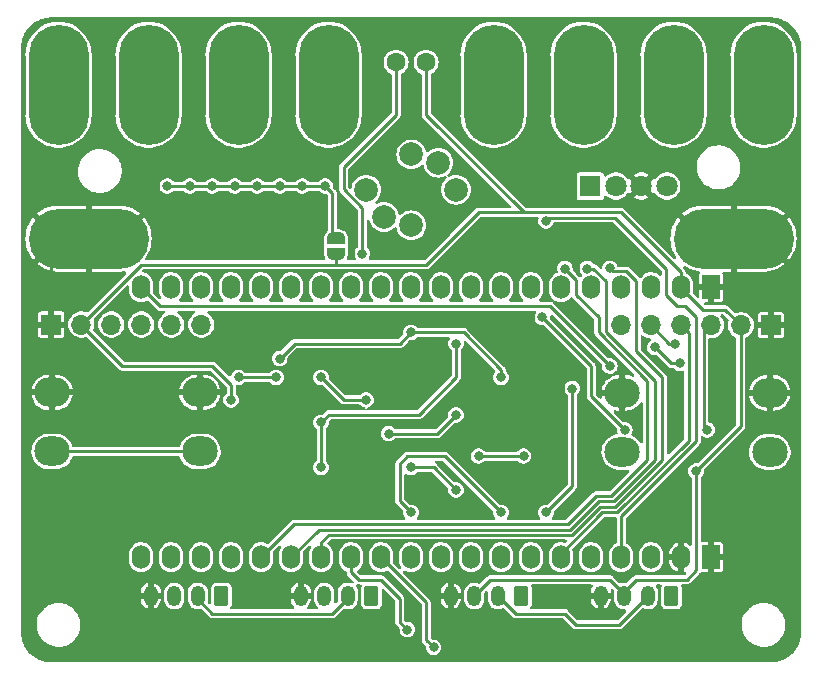
<source format=gbr>
%TF.GenerationSoftware,KiCad,Pcbnew,7.0.6-7.0.6~ubuntu22.04.1*%
%TF.CreationDate,2023-07-15T17:42:53-03:00*%
%TF.ProjectId,FRANZININHO-WIFI-MAKEYMAKEY,4652414e-5a49-44e4-994e-484f2d574946,1.0.0*%
%TF.SameCoordinates,Original*%
%TF.FileFunction,Copper,L2,Bot*%
%TF.FilePolarity,Positive*%
%FSLAX46Y46*%
G04 Gerber Fmt 4.6, Leading zero omitted, Abs format (unit mm)*
G04 Created by KiCad (PCBNEW 7.0.6-7.0.6~ubuntu22.04.1) date 2023-07-15 17:42:53*
%MOMM*%
%LPD*%
G01*
G04 APERTURE LIST*
G04 Aperture macros list*
%AMRoundRect*
0 Rectangle with rounded corners*
0 $1 Rounding radius*
0 $2 $3 $4 $5 $6 $7 $8 $9 X,Y pos of 4 corners*
0 Add a 4 corners polygon primitive as box body*
4,1,4,$2,$3,$4,$5,$6,$7,$8,$9,$2,$3,0*
0 Add four circle primitives for the rounded corners*
1,1,$1+$1,$2,$3*
1,1,$1+$1,$4,$5*
1,1,$1+$1,$6,$7*
1,1,$1+$1,$8,$9*
0 Add four rect primitives between the rounded corners*
20,1,$1+$1,$2,$3,$4,$5,0*
20,1,$1+$1,$4,$5,$6,$7,0*
20,1,$1+$1,$6,$7,$8,$9,0*
20,1,$1+$1,$8,$9,$2,$3,0*%
%AMFreePoly0*
4,1,19,0.500000,-0.750000,0.000000,-0.750000,0.000000,-0.744911,-0.071157,-0.744911,-0.207708,-0.704816,-0.327430,-0.627875,-0.420627,-0.520320,-0.479746,-0.390866,-0.500000,-0.250000,-0.500000,0.250000,-0.479746,0.390866,-0.420627,0.520320,-0.327430,0.627875,-0.207708,0.704816,-0.071157,0.744911,0.000000,0.744911,0.000000,0.750000,0.500000,0.750000,0.500000,-0.750000,0.500000,-0.750000,
$1*%
%AMFreePoly1*
4,1,19,0.000000,0.744911,0.071157,0.744911,0.207708,0.704816,0.327430,0.627875,0.420627,0.520320,0.479746,0.390866,0.500000,0.250000,0.500000,-0.250000,0.479746,-0.390866,0.420627,-0.520320,0.327430,-0.627875,0.207708,-0.704816,0.071157,-0.744911,0.000000,-0.744911,0.000000,-0.750000,-0.500000,-0.750000,-0.500000,0.750000,0.000000,0.750000,0.000000,0.744911,0.000000,0.744911,
$1*%
G04 Aperture macros list end*
%TA.AperFunction,ComponentPad*%
%ADD10C,2.000000*%
%TD*%
%TA.AperFunction,ComponentPad*%
%ADD11C,5.080000*%
%TD*%
%TA.AperFunction,ConnectorPad*%
%ADD12R,5.080000X5.080000*%
%TD*%
%TA.AperFunction,ComponentPad*%
%ADD13R,1.800000X1.800000*%
%TD*%
%TA.AperFunction,ComponentPad*%
%ADD14C,1.800000*%
%TD*%
%TA.AperFunction,ComponentPad*%
%ADD15R,1.700000X1.700000*%
%TD*%
%TA.AperFunction,ComponentPad*%
%ADD16O,1.700000X1.700000*%
%TD*%
%TA.AperFunction,ComponentPad*%
%ADD17O,3.000000X2.500000*%
%TD*%
%TA.AperFunction,ComponentPad*%
%ADD18C,1.600000*%
%TD*%
%TA.AperFunction,ComponentPad*%
%ADD19O,1.524000X2.032000*%
%TD*%
%TA.AperFunction,ComponentPad*%
%ADD20R,1.524000X2.032000*%
%TD*%
%TA.AperFunction,ComponentPad*%
%ADD21RoundRect,0.250000X0.350000X0.625000X-0.350000X0.625000X-0.350000X-0.625000X0.350000X-0.625000X0*%
%TD*%
%TA.AperFunction,ComponentPad*%
%ADD22O,1.200000X1.750000*%
%TD*%
%TA.AperFunction,SMDPad,CuDef*%
%ADD23FreePoly0,270.000000*%
%TD*%
%TA.AperFunction,SMDPad,CuDef*%
%ADD24FreePoly1,270.000000*%
%TD*%
%TA.AperFunction,ViaPad*%
%ADD25C,0.800000*%
%TD*%
%TA.AperFunction,Conductor*%
%ADD26C,0.250000*%
%TD*%
G04 APERTURE END LIST*
D10*
%TO.P,LS1,1,1*%
%TO.N,+5V*%
X150110000Y-84215000D03*
X148610000Y-81915000D03*
X152410000Y-84915000D03*
%TO.P,LS1,2,2*%
%TO.N,Net-(Q1-D)*%
X152410000Y-78915000D03*
X154710000Y-79615000D03*
X156210000Y-81915000D03*
%TD*%
D11*
%TO.P,J10,1,Pin_1*%
%TO.N,GND1*%
X177165000Y-86042500D03*
D12*
X179705000Y-86042500D03*
D11*
X182245000Y-86042500D03*
%TD*%
D12*
%TO.P,J4,1,Pin_1*%
%TO.N,TOUCH4*%
X145415000Y-73025000D03*
D11*
X145415000Y-70485000D03*
X145415000Y-75565000D03*
%TD*%
D12*
%TO.P,J2,1,Pin_1*%
%TO.N,TOUCH2*%
X130175000Y-73025000D03*
D11*
X130175000Y-75565000D03*
X130175000Y-70485000D03*
%TD*%
%TO.P,J6,1,Pin_1*%
%TO.N,TOUCH6*%
X167005000Y-70485000D03*
X167005000Y-75565000D03*
D12*
X167005000Y-73025000D03*
%TD*%
D13*
%TO.P,D31,1,BA*%
%TO.N,Net-(D31-BA)*%
X167575000Y-81597500D03*
D14*
%TO.P,D31,2,GA*%
%TO.N,Net-(D31-GA)*%
X169734000Y-81597500D03*
%TO.P,D31,3,K*%
%TO.N,GND1*%
X171893000Y-81597500D03*
%TO.P,D31,4,RA*%
%TO.N,Net-(D31-RA)*%
X174052000Y-81597500D03*
%TD*%
D12*
%TO.P,J9,1,Pin_1*%
%TO.N,GND1*%
X125095000Y-86042500D03*
D11*
X122555000Y-86042500D03*
X127635000Y-86042500D03*
%TD*%
D15*
%TO.P,J15,1,Pin_1*%
%TO.N,GND1*%
X121945000Y-93320000D03*
D16*
%TO.P,J15,2,Pin_2*%
%TO.N,+3.3V*%
X124485000Y-93320000D03*
%TO.P,J15,3,Pin_3*%
%TO.N,GPIO46*%
X127025000Y-93320000D03*
%TO.P,J15,4,Pin_4*%
%TO.N,GPIO45*%
X129565000Y-93320000D03*
%TO.P,J15,5,Pin_5*%
%TO.N,SERIAL RX*%
X132105000Y-93320000D03*
%TO.P,J15,6,Pin_6*%
%TO.N,SERIAL TX*%
X134645000Y-93320000D03*
%TD*%
D11*
%TO.P,J7,1,Pin_1*%
%TO.N,TOUCH7*%
X174625000Y-70485000D03*
D12*
X174625000Y-73025000D03*
D11*
X174625000Y-75565000D03*
%TD*%
D15*
%TO.P,J16,1,Pin_1*%
%TO.N,GND1*%
X182855000Y-93370000D03*
D16*
%TO.P,J16,2,Pin_2*%
%TO.N,+3.3V*%
X180315000Y-93370000D03*
%TO.P,J16,3,Pin_3*%
%TO.N,GPIO0*%
X177775000Y-93370000D03*
%TO.P,J16,4,Pin_4*%
%TO.N,GPIO26*%
X175235000Y-93370000D03*
%TO.P,J16,5,Pin_5*%
%TO.N,GPIO38*%
X172695000Y-93370000D03*
%TO.P,J16,6,Pin_6*%
%TO.N,GPIO39*%
X170155000Y-93370000D03*
%TD*%
D11*
%TO.P,J1,1,Pin_1*%
%TO.N,TOUCH1*%
X122555000Y-70485000D03*
D12*
X122555000Y-73025000D03*
D11*
X122555000Y-75565000D03*
%TD*%
%TO.P,J8,1,Pin_1*%
%TO.N,TOUCH8*%
X182245000Y-75565000D03*
D12*
X182245000Y-73025000D03*
D11*
X182245000Y-70485000D03*
%TD*%
%TO.P,J5,1,Pin_1*%
%TO.N,TOUCH5*%
X159385000Y-75565000D03*
D12*
X159385000Y-73025000D03*
D11*
X159385000Y-70485000D03*
%TD*%
%TO.P,J3,1,Pin_1*%
%TO.N,TOUCH3*%
X137795000Y-75565000D03*
X137795000Y-70485000D03*
D12*
X137795000Y-73025000D03*
%TD*%
D17*
%TO.P,SW2,1,1*%
%TO.N,GND1*%
X122020000Y-99060000D03*
X134520000Y-99060000D03*
%TO.P,SW2,2,2*%
%TO.N,SW2*%
X122020000Y-104060000D03*
X134520000Y-104060000D03*
%TD*%
%TO.P,SW1,1,1*%
%TO.N,GND1*%
X182780000Y-99100000D03*
X170280000Y-99100000D03*
%TO.P,SW1,2,2*%
%TO.N,SW1*%
X170280000Y-104100000D03*
X182780000Y-104100000D03*
%TD*%
D18*
%TO.P,LDR1,1*%
%TO.N,+3.3V*%
X153670000Y-71120000D03*
%TO.P,LDR1,2*%
%TO.N,LDR*%
X151130000Y-71120000D03*
%TD*%
D19*
%TO.P,U1,1,0*%
%TO.N,GPIO0*%
X129540000Y-90170000D03*
%TO.P,U1,2,1*%
%TO.N,TOUCH1*%
X132080000Y-90170000D03*
%TO.P,U1,3,2*%
%TO.N,TOUCH2*%
X134620000Y-90170000D03*
%TO.P,U1,4,3*%
%TO.N,TOUCH3*%
X137160000Y-90170000D03*
%TO.P,U1,5,4*%
%TO.N,TOUCH4*%
X139700000Y-90170000D03*
%TO.P,U1,6,5*%
%TO.N,TOUCH5*%
X142240000Y-90170000D03*
%TO.P,U1,7,6*%
%TO.N,TOUCH6*%
X144780000Y-90170000D03*
%TO.P,U1,8,7*%
%TO.N,TOUCH7*%
X147320000Y-90170000D03*
%TO.P,U1,9,10*%
%TO.N,LDR*%
X149860000Y-90170000D03*
%TO.P,U1,10,11*%
%TO.N,TOUCH8*%
X152400000Y-90170000D03*
%TO.P,U1,11,12*%
%TO.N,CPLEX0*%
X154940000Y-90170000D03*
%TO.P,U1,12,13*%
%TO.N,CPLEX1*%
X157480000Y-90170000D03*
%TO.P,U1,13,14*%
%TO.N,CPLEX2*%
X160020000Y-90170000D03*
%TO.P,U1,14,15*%
%TO.N,CPLEX3*%
X162560000Y-90170000D03*
%TO.P,U1,15,16*%
%TO.N,CPLEX4*%
X165100000Y-90170000D03*
%TO.P,U1,16,17*%
%TO.N,CPLEX5*%
X167640000Y-90170000D03*
%TO.P,U1,17,8*%
%TO.N,SDA1*%
X170180000Y-90170000D03*
%TO.P,U1,18,9*%
%TO.N,SCL1*%
X172720000Y-90170000D03*
%TO.P,U1,19,3V3*%
%TO.N,+3.3V*%
X175260000Y-90170000D03*
D20*
%TO.P,U1,20,GND*%
%TO.N,GND1*%
X177800000Y-90170000D03*
%TO.P,U1,21,GND*%
X177800000Y-113030000D03*
D19*
%TO.P,U1,22,GND*%
X175260000Y-113030000D03*
%TO.P,U1,23,5V*%
%TO.N,+5V*%
X172720000Y-113030000D03*
%TO.P,U1,24,18*%
%TO.N,BUZZER*%
X170180000Y-113030000D03*
%TO.P,U1,25,21*%
%TO.N,LED21 B*%
X167640000Y-113030000D03*
%TO.P,U1,26,26*%
%TO.N,GPIO26*%
X165100000Y-113030000D03*
%TO.P,U1,27,33*%
%TO.N,LED33 Y*%
X162560000Y-113030000D03*
%TO.P,U1,28,34*%
%TO.N,SW1*%
X160020000Y-113030000D03*
%TO.P,U1,29,35*%
%TO.N,SW2*%
X157480000Y-113030000D03*
%TO.P,U1,30,36*%
%TO.N,SDA2*%
X154940000Y-113030000D03*
%TO.P,U1,31,37*%
%TO.N,SCL2*%
X152400000Y-113030000D03*
%TO.P,U1,32,38*%
%TO.N,GPIO38*%
X149860000Y-113030000D03*
%TO.P,U1,33,39*%
%TO.N,GPIO39*%
X147320000Y-113030000D03*
%TO.P,U1,34,40*%
%TO.N,RGB LED R*%
X144780000Y-113030000D03*
%TO.P,U1,35,41*%
%TO.N,RGB LED G*%
X142240000Y-113030000D03*
%TO.P,U1,36,42*%
%TO.N,RGB LED B*%
X139700000Y-113030000D03*
%TO.P,U1,37,43*%
%TO.N,SERIAL TX*%
X137160000Y-113030000D03*
%TO.P,U1,38,44*%
%TO.N,SERIAL RX*%
X134620000Y-113030000D03*
%TO.P,U1,39,45*%
%TO.N,GPIO45*%
X132080000Y-113030000D03*
%TO.P,U1,40,46*%
%TO.N,GPIO46*%
X129540000Y-113030000D03*
%TD*%
D21*
%TO.P,J12,1,Pin_1*%
%TO.N,SCL2*%
X149050000Y-116295000D03*
D22*
%TO.P,J12,2,Pin_2*%
%TO.N,SDA2*%
X147050000Y-116295000D03*
%TO.P,J12,3,Pin_3*%
%TO.N,+3.3V*%
X145050000Y-116295000D03*
%TO.P,J12,4,Pin_4*%
%TO.N,GND1*%
X143050000Y-116295000D03*
%TD*%
D21*
%TO.P,J13,1,Pin_1*%
%TO.N,SCL1*%
X161750000Y-116295000D03*
D22*
%TO.P,J13,2,Pin_2*%
%TO.N,SDA1*%
X159750000Y-116295000D03*
%TO.P,J13,3,Pin_3*%
%TO.N,+3.3V*%
X157750000Y-116295000D03*
%TO.P,J13,4,Pin_4*%
%TO.N,GND1*%
X155750000Y-116295000D03*
%TD*%
D21*
%TO.P,J11,1,Pin_1*%
%TO.N,SCL2*%
X136350000Y-116295000D03*
D22*
%TO.P,J11,2,Pin_2*%
%TO.N,SDA2*%
X134350000Y-116295000D03*
%TO.P,J11,3,Pin_3*%
%TO.N,+3.3V*%
X132350000Y-116295000D03*
%TO.P,J11,4,Pin_4*%
%TO.N,GND1*%
X130350000Y-116295000D03*
%TD*%
D23*
%TO.P,JP1,1,A*%
%TO.N,Net-(JP1-A)*%
X146050000Y-86027500D03*
D24*
%TO.P,JP1,2,B*%
%TO.N,+3.3V*%
X146050000Y-87327500D03*
%TD*%
D21*
%TO.P,J14,1,Pin_1*%
%TO.N,SCL1*%
X174450000Y-116295000D03*
D22*
%TO.P,J14,2,Pin_2*%
%TO.N,SDA1*%
X172450000Y-116295000D03*
%TO.P,J14,3,Pin_3*%
%TO.N,+3.3V*%
X170450000Y-116295000D03*
%TO.P,J14,4,Pin_4*%
%TO.N,GND1*%
X168450000Y-116295000D03*
%TD*%
D25*
%TO.N,GND1*%
X180340000Y-90170000D03*
X149860000Y-80010000D03*
X154305000Y-83185000D03*
%TO.N,DISP1*%
X156210000Y-100965000D03*
X150495000Y-102552500D03*
%TO.N,DISP2*%
X152400000Y-93980000D03*
X158115000Y-104457500D03*
X160020000Y-97790000D03*
X161925000Y-104457500D03*
X141275500Y-96202500D03*
%TO.N,DISP3*%
X144780000Y-101600000D03*
X156210000Y-94932500D03*
X144780000Y-105410000D03*
%TO.N,DISP4*%
X156210000Y-107315000D03*
X148590000Y-99695000D03*
X144780000Y-97790000D03*
X163830000Y-109220000D03*
X152400000Y-105410000D03*
X166052500Y-98742500D03*
%TO.N,DISP5*%
X152400000Y-109220000D03*
X160020000Y-109220000D03*
%TO.N,+5V*%
X170497500Y-102235000D03*
X163512500Y-92710000D03*
%TO.N,BUZZER*%
X163830000Y-84544500D03*
%TO.N,GND1*%
X152400000Y-72072500D03*
X163195000Y-68580000D03*
X141922500Y-77470000D03*
X163195000Y-81915000D03*
X131762500Y-80327500D03*
X164147500Y-86677500D03*
X148590000Y-107315000D03*
X141605000Y-68580000D03*
X152400000Y-103505000D03*
X144780000Y-107315000D03*
X126365000Y-68580000D03*
X149225000Y-74295000D03*
X168910000Y-110807500D03*
X148590000Y-103505000D03*
X167640000Y-104457500D03*
X144780000Y-99695000D03*
X155575000Y-74295000D03*
X140335000Y-85725000D03*
X144780000Y-95885000D03*
X128270000Y-111442500D03*
X152400000Y-107315000D03*
X138430000Y-111442500D03*
X177482500Y-103505000D03*
X138430000Y-85725000D03*
X179070000Y-94932500D03*
X182245000Y-81915000D03*
X133985000Y-68580000D03*
X130810000Y-94932500D03*
X163830000Y-103505000D03*
X139700000Y-116205000D03*
X134620000Y-85725000D03*
X152400000Y-95885000D03*
X160020000Y-99695000D03*
X122555000Y-81915000D03*
X133985000Y-77470000D03*
X148590000Y-95885000D03*
X160020000Y-103505000D03*
X174942500Y-101282500D03*
X173990000Y-110807500D03*
X128270000Y-101560000D03*
X133350000Y-111442500D03*
X156210000Y-99695000D03*
X170815000Y-68580000D03*
X160020000Y-107315000D03*
X166370000Y-92392500D03*
X135572500Y-80327500D03*
X160020000Y-95567500D03*
X165100000Y-116205000D03*
X158750000Y-86677500D03*
X142240000Y-85725000D03*
X178435000Y-68580000D03*
X144108951Y-85725000D03*
X153670000Y-86677500D03*
X163830000Y-107315000D03*
X136525000Y-85725000D03*
X152400000Y-99695000D03*
X163195000Y-77470000D03*
X170815000Y-77470000D03*
X132715000Y-85725000D03*
%TO.N,+3.3V*%
X137160000Y-99695000D03*
X176530000Y-105727500D03*
%TO.N,LDR*%
X148272500Y-87312500D03*
%TO.N,DISP0*%
X140970000Y-97790000D03*
X137795000Y-97790000D03*
%TO.N,GPIO0*%
X177482500Y-102235000D03*
X169227500Y-96837500D03*
%TO.N,GPIO38*%
X174714500Y-94932500D03*
X154305000Y-120650000D03*
%TO.N,GPIO39*%
X173037500Y-95250000D03*
X175170500Y-96609500D03*
X152082500Y-119152000D03*
%TO.N,RGB LED R*%
X169227500Y-88554500D03*
%TO.N,RGB LED G*%
X167322500Y-88582500D03*
%TO.N,RGB LED B*%
X165417500Y-88582500D03*
%TO.N,Net-(JP1-A)*%
X137477500Y-81597500D03*
X139382500Y-81597500D03*
X131762500Y-81597500D03*
X135572500Y-81597500D03*
X145134946Y-81597500D03*
X141287500Y-81597500D03*
X133667500Y-81597500D03*
X143192500Y-81597500D03*
%TD*%
D26*
%TO.N,+3.3V*%
X153670000Y-71120000D02*
X153670000Y-75565000D01*
X124485000Y-93320000D02*
X129540000Y-88265000D01*
X153670000Y-88265000D02*
X158115000Y-83820000D01*
X129540000Y-88265000D02*
X153670000Y-88265000D01*
X158115000Y-83820000D02*
X162560000Y-83820000D01*
%TO.N,SDA1*%
X172450000Y-116295000D02*
X170000000Y-118745000D01*
X170000000Y-118745000D02*
X166370000Y-118745000D01*
X166370000Y-118745000D02*
X165417500Y-117792500D01*
X165417500Y-117792500D02*
X161247500Y-117792500D01*
X161247500Y-117792500D02*
X159750000Y-116295000D01*
%TO.N,+3.3V*%
X170180000Y-83820000D02*
X162560000Y-83820000D01*
X153670000Y-75565000D02*
X161925000Y-83820000D01*
X161925000Y-83820000D02*
X162560000Y-83820000D01*
%TO.N,LDR*%
X151130000Y-75565000D02*
X146685000Y-80010000D01*
X151130000Y-71120000D02*
X151130000Y-75565000D01*
X146685000Y-80010000D02*
X146685000Y-81863833D01*
X146685000Y-81863833D02*
X148272500Y-83451333D01*
X148272500Y-83451333D02*
X148272500Y-87312500D01*
%TO.N,DISP1*%
X154622500Y-102552500D02*
X156210000Y-100965000D01*
X150495000Y-102552500D02*
X154622500Y-102552500D01*
%TO.N,DISP2*%
X161925000Y-104457500D02*
X158115000Y-104457500D01*
X141275500Y-96202500D02*
X142545500Y-94932500D01*
X151447500Y-94932500D02*
X152400000Y-93980000D01*
X142545500Y-94932500D02*
X151447500Y-94932500D01*
X160020000Y-97790000D02*
X160020000Y-97155000D01*
X156845000Y-93980000D02*
X152400000Y-93980000D01*
X160020000Y-97155000D02*
X156845000Y-93980000D01*
%TO.N,DISP3*%
X144780000Y-101600000D02*
X144780000Y-105410000D01*
X153035000Y-100965000D02*
X145415000Y-100965000D01*
X145415000Y-100965000D02*
X144780000Y-101600000D01*
X156210000Y-94932500D02*
X156210000Y-97790000D01*
X156210000Y-97790000D02*
X153035000Y-100965000D01*
%TO.N,DISP4*%
X146685000Y-99695000D02*
X144780000Y-97790000D01*
X148590000Y-99695000D02*
X146685000Y-99695000D01*
X166052500Y-106997500D02*
X163830000Y-109220000D01*
X154305000Y-105410000D02*
X152400000Y-105410000D01*
X166052500Y-98742500D02*
X166052500Y-106997500D01*
X156210000Y-107315000D02*
X154305000Y-105410000D01*
%TO.N,DISP5*%
X151447500Y-108267500D02*
X151447500Y-105092500D01*
X151447500Y-105092500D02*
X152082500Y-104457500D01*
X155257500Y-104457500D02*
X160020000Y-109220000D01*
X152082500Y-104457500D02*
X155257500Y-104457500D01*
X152400000Y-109220000D02*
X151447500Y-108267500D01*
%TO.N,+5V*%
X167640000Y-99377500D02*
X167640000Y-96837500D01*
X167640000Y-96837500D02*
X163512500Y-92710000D01*
X170497500Y-102235000D02*
X167640000Y-99377500D01*
%TO.N,BUZZER*%
X176530000Y-103193084D02*
X170180000Y-109543084D01*
X175577500Y-91757500D02*
X176530000Y-92710000D01*
X173990000Y-90805000D02*
X174942500Y-91757500D01*
X173990000Y-88582500D02*
X173990000Y-90805000D01*
X174942500Y-91757500D02*
X175577500Y-91757500D01*
X164104500Y-84270000D02*
X169677500Y-84270000D01*
X169677500Y-84270000D02*
X173990000Y-88582500D01*
X163830000Y-84544500D02*
X164104500Y-84270000D01*
X170180000Y-109543084D02*
X170180000Y-113030000D01*
X176530000Y-92710000D02*
X176530000Y-103193084D01*
%TO.N,GND1*%
X121945000Y-93320000D02*
X121945000Y-98985000D01*
X182855000Y-93370000D02*
X182855000Y-93320000D01*
X121945000Y-98985000D02*
X122020000Y-99060000D01*
X121945000Y-93320000D02*
X121945000Y-86652500D01*
X121945000Y-86652500D02*
X122555000Y-86042500D01*
%TO.N,+3.3V*%
X170450000Y-115956250D02*
X170450000Y-116295000D01*
X135572500Y-96837500D02*
X127952500Y-96837500D01*
X176530000Y-105727500D02*
X176530000Y-114134467D01*
X177085625Y-92075000D02*
X175260000Y-90249375D01*
X176530000Y-114134467D02*
X175729467Y-114935000D01*
X171471250Y-114935000D02*
X170450000Y-115956250D01*
X180315000Y-101942500D02*
X180315000Y-93370000D01*
X175260000Y-90170000D02*
X175260000Y-88900000D01*
X137160000Y-99695000D02*
X137160000Y-98425000D01*
X175260000Y-88900000D02*
X170180000Y-83820000D01*
X137160000Y-98425000D02*
X135572500Y-96837500D01*
X175260000Y-90249375D02*
X175260000Y-90170000D01*
X159110000Y-114935000D02*
X157750000Y-116295000D01*
X176530000Y-105727500D02*
X180315000Y-101942500D01*
X127952500Y-96837500D02*
X124485000Y-93370000D01*
X170450000Y-116295000D02*
X170450000Y-116157500D01*
X180315000Y-93370000D02*
X179020000Y-92075000D01*
X179020000Y-92075000D02*
X177085625Y-92075000D01*
X124485000Y-93370000D02*
X124485000Y-93320000D01*
X175729467Y-114935000D02*
X171471250Y-114935000D01*
X153352500Y-71437500D02*
X153670000Y-71120000D01*
X146050000Y-87327500D02*
X146050000Y-88265000D01*
X170450000Y-116157500D02*
X169227500Y-114935000D01*
X169227500Y-114935000D02*
X159110000Y-114935000D01*
%TO.N,SW2*%
X122020000Y-104060000D02*
X134520000Y-104060000D01*
%TO.N,DISP0*%
X137795000Y-97790000D02*
X140970000Y-97790000D01*
%TO.N,SDA2*%
X147050000Y-116475000D02*
X147050000Y-116295000D01*
X134350000Y-116570000D02*
X135572500Y-117792500D01*
X134350000Y-116295000D02*
X134350000Y-116570000D01*
X135572500Y-117792500D02*
X145732500Y-117792500D01*
X145732500Y-117792500D02*
X147050000Y-116475000D01*
%TO.N,GPIO0*%
X129540000Y-90170000D02*
X131131778Y-91761778D01*
X164151778Y-91761778D02*
X169227500Y-96837500D01*
X177165000Y-101917500D02*
X177165000Y-93980000D01*
X177165000Y-93980000D02*
X177775000Y-93370000D01*
X177482500Y-102235000D02*
X177165000Y-101917500D01*
X131131778Y-91761778D02*
X164151778Y-91761778D01*
%TO.N,GPIO26*%
X168592500Y-109220000D02*
X169866688Y-109220000D01*
X169866688Y-109220000D02*
X175895000Y-103191688D01*
X165100000Y-113030000D02*
X165100000Y-112712500D01*
X175895000Y-103191688D02*
X175895000Y-94030000D01*
X175895000Y-94030000D02*
X175235000Y-93370000D01*
X165100000Y-112712500D02*
X168592500Y-109220000D01*
%TO.N,GPIO38*%
X153670000Y-116840000D02*
X149860000Y-113030000D01*
X153670000Y-120015000D02*
X153670000Y-116840000D01*
X174714500Y-94932500D02*
X174257500Y-94932500D01*
X174257500Y-94932500D02*
X172695000Y-93370000D01*
X154305000Y-120650000D02*
X153670000Y-120015000D01*
%TO.N,GPIO39*%
X151447500Y-116522500D02*
X149860000Y-114935000D01*
X147955000Y-114935000D02*
X147320000Y-114300000D01*
X147320000Y-114300000D02*
X147320000Y-113030000D01*
X175170500Y-96609500D02*
X174397000Y-96609500D01*
X174397000Y-96609500D02*
X173037500Y-95250000D01*
X149860000Y-114935000D02*
X147955000Y-114935000D01*
X151447500Y-118517000D02*
X151447500Y-116522500D01*
X152082500Y-119152000D02*
X151447500Y-118517000D01*
%TO.N,RGB LED R*%
X171450000Y-89648750D02*
X171450000Y-95567500D01*
X145415000Y-111125000D02*
X144780000Y-111760000D01*
X169680292Y-108770000D02*
X168406802Y-108770000D01*
X169227500Y-88554500D02*
X169502000Y-88829000D01*
X168406802Y-108770000D02*
X166051802Y-111125000D01*
X166051802Y-111125000D02*
X145415000Y-111125000D01*
X144780000Y-111760000D02*
X144780000Y-113030000D01*
X173672500Y-104777792D02*
X169680292Y-108770000D01*
X170630250Y-88829000D02*
X171450000Y-89648750D01*
X171450000Y-95567500D02*
X173672500Y-97790000D01*
X173672500Y-97790000D02*
X173672500Y-104777792D01*
X169502000Y-88829000D02*
X170630250Y-88829000D01*
%TO.N,RGB LED G*%
X168273604Y-108267500D02*
X165866104Y-110675000D01*
X173037500Y-104776396D02*
X169546396Y-108267500D01*
X173037500Y-98107500D02*
X173037500Y-104776396D01*
X169546396Y-108267500D02*
X168273604Y-108267500D01*
X165866104Y-110675000D02*
X144595000Y-110675000D01*
X144595000Y-110675000D02*
X142240000Y-113030000D01*
X167322500Y-88582500D02*
X167843750Y-88582500D01*
X167843750Y-88582500D02*
X168910000Y-89648750D01*
X168910000Y-93980000D02*
X173037500Y-98107500D01*
X168910000Y-89648750D02*
X168910000Y-93980000D01*
%TO.N,RGB LED B*%
X165417500Y-88582500D02*
X166370000Y-89535000D01*
X168275000Y-92710000D02*
X168275000Y-93981396D01*
X166370000Y-89535000D02*
X166370000Y-90805000D01*
X168275000Y-93981396D02*
X172402500Y-98108896D01*
X165680406Y-110225000D02*
X142505000Y-110225000D01*
X166370000Y-90805000D02*
X168275000Y-92710000D01*
X168087906Y-107817500D02*
X165680406Y-110225000D01*
X142505000Y-110225000D02*
X139700000Y-113030000D01*
X172402500Y-98108896D02*
X172402500Y-104775000D01*
X169360000Y-107817500D02*
X168087906Y-107817500D01*
X172402500Y-104775000D02*
X169360000Y-107817500D01*
%TO.N,Net-(JP1-A)*%
X135572500Y-81597500D02*
X137477500Y-81597500D01*
X143192500Y-81597500D02*
X141287500Y-81597500D01*
X139382500Y-81597500D02*
X141287500Y-81597500D01*
X137477500Y-81597500D02*
X139382500Y-81597500D01*
X145134946Y-81597500D02*
X143192500Y-81597500D01*
X145134946Y-81597500D02*
X145717500Y-82180054D01*
X145717500Y-82180054D02*
X145717500Y-85695000D01*
X135572500Y-81597500D02*
X131762500Y-81597500D01*
X145717500Y-85695000D02*
X146050000Y-86027500D01*
%TD*%
%TA.AperFunction,Conductor*%
%TO.N,GND1*%
G36*
X167727634Y-115334502D02*
G01*
X167774127Y-115388158D01*
X167784231Y-115458432D01*
X167759821Y-115516752D01*
X167713926Y-115577124D01*
X167635931Y-115745707D01*
X167635931Y-115745708D01*
X167596001Y-115927115D01*
X167596000Y-115927125D01*
X167596000Y-116041000D01*
X168174122Y-116041000D01*
X168131722Y-116087059D01*
X168081449Y-116201670D01*
X168071114Y-116326395D01*
X168101837Y-116447719D01*
X168168008Y-116549000D01*
X167596000Y-116549000D01*
X167596000Y-116616312D01*
X167611047Y-116754666D01*
X167611047Y-116754667D01*
X167670358Y-116930697D01*
X167670359Y-116930698D01*
X167766128Y-117089867D01*
X167766130Y-117089869D01*
X167893869Y-117224722D01*
X168047623Y-117328971D01*
X168195999Y-117388087D01*
X168196000Y-117388087D01*
X168196000Y-116572503D01*
X168269052Y-116629363D01*
X168387424Y-116670000D01*
X168481073Y-116670000D01*
X168573446Y-116654586D01*
X168683514Y-116595019D01*
X168704000Y-116572765D01*
X168704000Y-117385783D01*
X168767956Y-117368026D01*
X168767960Y-117368024D01*
X168932079Y-117281015D01*
X169073651Y-117160763D01*
X169073655Y-117160759D01*
X169186073Y-117012875D01*
X169264068Y-116844292D01*
X169264068Y-116844291D01*
X169303998Y-116662884D01*
X169304000Y-116662874D01*
X169304000Y-116549000D01*
X168725878Y-116549000D01*
X168768278Y-116502941D01*
X168818551Y-116388330D01*
X168828886Y-116263605D01*
X168798163Y-116142281D01*
X168731992Y-116041000D01*
X169304000Y-116041000D01*
X169304000Y-115973702D01*
X169303999Y-115973687D01*
X169290769Y-115852037D01*
X169303288Y-115782153D01*
X169351603Y-115730131D01*
X169420372Y-115712489D01*
X169487763Y-115734827D01*
X169505125Y-115749319D01*
X169562469Y-115806663D01*
X169596495Y-115868975D01*
X169596431Y-115922832D01*
X169595501Y-115927057D01*
X169595500Y-115927070D01*
X169595500Y-116616339D01*
X169610556Y-116754774D01*
X169610556Y-116754775D01*
X169669902Y-116930908D01*
X169669903Y-116930909D01*
X169669904Y-116930911D01*
X169765545Y-117089869D01*
X169765728Y-117090172D01*
X169765730Y-117090174D01*
X169835912Y-117164265D01*
X169893546Y-117225108D01*
X169975102Y-117280404D01*
X170047383Y-117329412D01*
X170047384Y-117329412D01*
X170047385Y-117329413D01*
X170220049Y-117398209D01*
X170403465Y-117428278D01*
X170472970Y-117424509D01*
X170542071Y-117440793D01*
X170591401Y-117491852D01*
X170605296Y-117561476D01*
X170579343Y-117627559D01*
X170568886Y-117639419D01*
X169879709Y-118328596D01*
X169817399Y-118362620D01*
X169790616Y-118365500D01*
X166579384Y-118365500D01*
X166511263Y-118345498D01*
X166490289Y-118328595D01*
X165722919Y-117561225D01*
X165706529Y-117541042D01*
X165700568Y-117531918D01*
X165700567Y-117531917D01*
X165672270Y-117509893D01*
X165666423Y-117504729D01*
X165663613Y-117501919D01*
X165663612Y-117501918D01*
X165663611Y-117501917D01*
X165663609Y-117501916D01*
X165644406Y-117488205D01*
X165600620Y-117454125D01*
X165593640Y-117450348D01*
X165586477Y-117446846D01*
X165533318Y-117431020D01*
X165480826Y-117412999D01*
X165473004Y-117411694D01*
X165465089Y-117410707D01*
X165409675Y-117413000D01*
X162612859Y-117413000D01*
X162544738Y-117392998D01*
X162498245Y-117339342D01*
X162488141Y-117269068D01*
X162511990Y-117211492D01*
X162517233Y-117204488D01*
X162547342Y-117164267D01*
X162598040Y-117028342D01*
X162604500Y-116968255D01*
X162604499Y-115621746D01*
X162602742Y-115605403D01*
X162598041Y-115561663D01*
X162598040Y-115561660D01*
X162598040Y-115561658D01*
X162569272Y-115484531D01*
X162564208Y-115413717D01*
X162598234Y-115351405D01*
X162660546Y-115317380D01*
X162687329Y-115314500D01*
X167659513Y-115314500D01*
X167727634Y-115334502D01*
G37*
%TD.AperFunction*%
%TA.AperFunction,Conductor*%
G36*
X155116237Y-104857002D02*
G01*
X155137211Y-104873905D01*
X159330587Y-109067282D01*
X159364613Y-109129594D01*
X159366574Y-109171561D01*
X159360694Y-109219996D01*
X159360693Y-109220003D01*
X159379849Y-109377779D01*
X159428447Y-109505919D01*
X159436213Y-109526395D01*
X159500480Y-109619502D01*
X159520099Y-109647924D01*
X159542335Y-109715348D01*
X159524588Y-109784091D01*
X159472493Y-109832327D01*
X159416403Y-109845500D01*
X153003597Y-109845500D01*
X152935476Y-109825498D01*
X152888983Y-109771842D01*
X152878879Y-109701568D01*
X152899901Y-109647924D01*
X152907852Y-109636405D01*
X152983787Y-109526395D01*
X153040149Y-109377782D01*
X153040149Y-109377781D01*
X153040150Y-109377779D01*
X153059307Y-109220003D01*
X153059307Y-109219996D01*
X153040150Y-109062220D01*
X153026538Y-109026330D01*
X152983787Y-108913605D01*
X152893498Y-108782799D01*
X152774529Y-108677401D01*
X152774528Y-108677400D01*
X152774525Y-108677398D01*
X152633797Y-108603539D01*
X152633795Y-108603538D01*
X152633793Y-108603537D01*
X152633791Y-108603536D01*
X152633790Y-108603536D01*
X152479472Y-108565500D01*
X152479471Y-108565500D01*
X152334384Y-108565500D01*
X152266263Y-108545498D01*
X152245293Y-108528599D01*
X151863904Y-108147210D01*
X151829879Y-108084898D01*
X151827000Y-108058115D01*
X151827000Y-106055677D01*
X151847002Y-105987556D01*
X151900658Y-105941063D01*
X151970932Y-105930959D01*
X152018447Y-105949579D01*
X152018722Y-105949057D01*
X152023459Y-105951543D01*
X152024576Y-105951981D01*
X152025469Y-105952597D01*
X152025471Y-105952599D01*
X152166207Y-106026463D01*
X152320529Y-106064500D01*
X152320530Y-106064500D01*
X152479470Y-106064500D01*
X152479471Y-106064500D01*
X152633793Y-106026463D01*
X152774529Y-105952599D01*
X152893498Y-105847201D01*
X152895759Y-105843924D01*
X152898031Y-105842083D01*
X152898551Y-105841497D01*
X152898648Y-105841583D01*
X152950917Y-105799225D01*
X152999456Y-105789500D01*
X154095616Y-105789500D01*
X154163737Y-105809502D01*
X154184711Y-105826405D01*
X155520587Y-107162281D01*
X155554613Y-107224593D01*
X155556574Y-107266561D01*
X155550694Y-107314996D01*
X155550693Y-107315002D01*
X155550693Y-107315003D01*
X155569849Y-107472779D01*
X155600913Y-107554686D01*
X155626213Y-107621395D01*
X155716502Y-107752201D01*
X155835471Y-107857599D01*
X155835472Y-107857599D01*
X155835474Y-107857601D01*
X155910200Y-107896820D01*
X155976207Y-107931463D01*
X156130529Y-107969500D01*
X156130530Y-107969500D01*
X156289470Y-107969500D01*
X156289471Y-107969500D01*
X156443793Y-107931463D01*
X156584529Y-107857599D01*
X156703498Y-107752201D01*
X156793787Y-107621395D01*
X156850149Y-107472782D01*
X156850149Y-107472781D01*
X156850150Y-107472779D01*
X156869307Y-107315003D01*
X156869307Y-107314996D01*
X156850150Y-107157220D01*
X156833499Y-107113317D01*
X156793787Y-107008605D01*
X156703498Y-106877799D01*
X156584529Y-106772401D01*
X156584528Y-106772400D01*
X156584525Y-106772398D01*
X156443797Y-106698539D01*
X156443795Y-106698538D01*
X156443793Y-106698537D01*
X156443791Y-106698536D01*
X156443790Y-106698536D01*
X156289472Y-106660500D01*
X156289471Y-106660500D01*
X156144384Y-106660500D01*
X156076263Y-106640498D01*
X156055289Y-106623595D01*
X154610419Y-105178725D01*
X154594029Y-105158542D01*
X154588068Y-105149418D01*
X154588067Y-105149417D01*
X154559770Y-105127393D01*
X154553923Y-105122229D01*
X154551113Y-105119419D01*
X154551112Y-105119418D01*
X154551111Y-105119417D01*
X154551109Y-105119416D01*
X154531906Y-105105705D01*
X154479880Y-105065212D01*
X154481456Y-105063186D01*
X154441773Y-105023801D01*
X154426421Y-104954484D01*
X154450982Y-104887871D01*
X154507657Y-104845111D01*
X154552133Y-104837000D01*
X155048116Y-104837000D01*
X155116237Y-104857002D01*
G37*
%TD.AperFunction*%
%TA.AperFunction,Conductor*%
G36*
X172021831Y-94252271D02*
G01*
X172026536Y-94255184D01*
X172026538Y-94255186D01*
X172200573Y-94362944D01*
X172391444Y-94436888D01*
X172592653Y-94474500D01*
X172592655Y-94474500D01*
X172596039Y-94474500D01*
X172597602Y-94474959D01*
X172598454Y-94475038D01*
X172598438Y-94475204D01*
X172664160Y-94494502D01*
X172710653Y-94548158D01*
X172720757Y-94618432D01*
X172691263Y-94683012D01*
X172667612Y-94704198D01*
X172662970Y-94707401D01*
X172544001Y-94812800D01*
X172453715Y-94943601D01*
X172453712Y-94943607D01*
X172397349Y-95092220D01*
X172378193Y-95249996D01*
X172378193Y-95250003D01*
X172397349Y-95407779D01*
X172412304Y-95447210D01*
X172453713Y-95556395D01*
X172544002Y-95687201D01*
X172662971Y-95792599D01*
X172662972Y-95792599D01*
X172662974Y-95792601D01*
X172737700Y-95831820D01*
X172803707Y-95866463D01*
X172958029Y-95904500D01*
X172958030Y-95904500D01*
X173103116Y-95904500D01*
X173171237Y-95924502D01*
X173192211Y-95941405D01*
X174091580Y-96840774D01*
X174107968Y-96860954D01*
X174113930Y-96870079D01*
X174113932Y-96870082D01*
X174142221Y-96892100D01*
X174148078Y-96897273D01*
X174150879Y-96900074D01*
X174150883Y-96900077D01*
X174150886Y-96900080D01*
X174170092Y-96913793D01*
X174170093Y-96913793D01*
X174213881Y-96947875D01*
X174220860Y-96951652D01*
X174228017Y-96955151D01*
X174228020Y-96955153D01*
X174281179Y-96970978D01*
X174333673Y-96989000D01*
X174333680Y-96989000D01*
X174341485Y-96990303D01*
X174349407Y-96991290D01*
X174349409Y-96991291D01*
X174349410Y-96991290D01*
X174349411Y-96991291D01*
X174404811Y-96989000D01*
X174571044Y-96989000D01*
X174639165Y-97009002D01*
X174674741Y-97043425D01*
X174677002Y-97046701D01*
X174677003Y-97046702D01*
X174701917Y-97068774D01*
X174795971Y-97152099D01*
X174795972Y-97152099D01*
X174795974Y-97152101D01*
X174841272Y-97175875D01*
X174936707Y-97225963D01*
X175091029Y-97264000D01*
X175091030Y-97264000D01*
X175249970Y-97264000D01*
X175249971Y-97264000D01*
X175359344Y-97237042D01*
X175430273Y-97240160D01*
X175488255Y-97281129D01*
X175514884Y-97346943D01*
X175515499Y-97359380D01*
X175515500Y-102982303D01*
X175495498Y-103050424D01*
X175478595Y-103071398D01*
X174267095Y-104282899D01*
X174204783Y-104316924D01*
X174133968Y-104311860D01*
X174077132Y-104269313D01*
X174052321Y-104202793D01*
X174052000Y-104193804D01*
X174052000Y-97842426D01*
X174054682Y-97816566D01*
X174056919Y-97805900D01*
X174052483Y-97770317D01*
X174052000Y-97762525D01*
X174052000Y-97758555D01*
X174048116Y-97735282D01*
X174043408Y-97697514D01*
X174041252Y-97680218D01*
X174041250Y-97680214D01*
X174038986Y-97672609D01*
X174036400Y-97665075D01*
X174036400Y-97665073D01*
X174009999Y-97616289D01*
X173985626Y-97566432D01*
X173985623Y-97566429D01*
X173985623Y-97566428D01*
X173981022Y-97559983D01*
X173976121Y-97553686D01*
X173935313Y-97516119D01*
X171866405Y-95447210D01*
X171832379Y-95384898D01*
X171829500Y-95358115D01*
X171829500Y-94359398D01*
X171849502Y-94291277D01*
X171903158Y-94244784D01*
X171973432Y-94234680D01*
X172021831Y-94252271D01*
G37*
%TD.AperFunction*%
%TA.AperFunction,Conductor*%
G36*
X170534000Y-100604000D02*
G01*
X170590614Y-100604000D01*
X170772040Y-100589353D01*
X171007818Y-100531240D01*
X171231216Y-100436058D01*
X171436456Y-100306273D01*
X171618217Y-100145246D01*
X171618220Y-100145242D01*
X171771790Y-99957153D01*
X171771793Y-99957149D01*
X171787880Y-99929287D01*
X171839263Y-99880293D01*
X171908976Y-99866856D01*
X171974887Y-99893243D01*
X172016070Y-99951075D01*
X172023000Y-99992286D01*
X172023000Y-103210170D01*
X172002998Y-103278291D01*
X171949342Y-103324784D01*
X171879068Y-103334888D01*
X171814488Y-103305394D01*
X171793304Y-103281746D01*
X171699191Y-103145398D01*
X171699188Y-103145394D01*
X171699185Y-103145390D01*
X171699180Y-103145385D01*
X171699177Y-103145381D01*
X171530919Y-102970207D01*
X171530917Y-102970205D01*
X171530916Y-102970204D01*
X171530914Y-102970202D01*
X171336720Y-102824274D01*
X171336718Y-102824273D01*
X171336717Y-102824272D01*
X171131616Y-102716628D01*
X171080594Y-102667259D01*
X171064361Y-102598143D01*
X171078609Y-102546494D01*
X171081278Y-102541407D01*
X171081287Y-102541395D01*
X171137649Y-102392782D01*
X171137649Y-102392781D01*
X171137650Y-102392779D01*
X171156807Y-102235003D01*
X171156807Y-102234996D01*
X171137650Y-102077220D01*
X171112119Y-102009901D01*
X171081287Y-101928605D01*
X170990998Y-101797799D01*
X170872029Y-101692401D01*
X170872028Y-101692400D01*
X170872025Y-101692398D01*
X170731297Y-101618539D01*
X170731295Y-101618538D01*
X170731293Y-101618537D01*
X170731291Y-101618536D01*
X170731290Y-101618536D01*
X170576972Y-101580500D01*
X170576971Y-101580500D01*
X170431884Y-101580500D01*
X170363763Y-101560498D01*
X170342789Y-101543595D01*
X169581219Y-100782025D01*
X169547193Y-100719713D01*
X169552258Y-100648898D01*
X169594805Y-100592062D01*
X169661325Y-100567251D01*
X169690526Y-100568562D01*
X169908575Y-100603998D01*
X169908589Y-100604000D01*
X170026000Y-100604000D01*
X170026000Y-99644224D01*
X170123369Y-99684556D01*
X170240677Y-99700000D01*
X170319323Y-99700000D01*
X170436631Y-99684556D01*
X170533999Y-99644224D01*
X170534000Y-100604000D01*
G37*
%TD.AperFunction*%
%TA.AperFunction,Conductor*%
G36*
X161866893Y-84201760D02*
G01*
X161867051Y-84200501D01*
X161877410Y-84201792D01*
X161932825Y-84199500D01*
X162496673Y-84199500D01*
X163078311Y-84199500D01*
X163146432Y-84219502D01*
X163192925Y-84273158D01*
X163203029Y-84343432D01*
X163196122Y-84370182D01*
X163189850Y-84386718D01*
X163170693Y-84544496D01*
X163170693Y-84544503D01*
X163189849Y-84702279D01*
X163221762Y-84786424D01*
X163246213Y-84850895D01*
X163336502Y-84981701D01*
X163455471Y-85087099D01*
X163455472Y-85087099D01*
X163455474Y-85087101D01*
X163475934Y-85097839D01*
X163596207Y-85160963D01*
X163750529Y-85199000D01*
X163750530Y-85199000D01*
X163909470Y-85199000D01*
X163909471Y-85199000D01*
X164063793Y-85160963D01*
X164204529Y-85087099D01*
X164323498Y-84981701D01*
X164413787Y-84850895D01*
X164459326Y-84730818D01*
X164502185Y-84674218D01*
X164568840Y-84649774D01*
X164577138Y-84649500D01*
X169468116Y-84649500D01*
X169536237Y-84669502D01*
X169557211Y-84686405D01*
X173573594Y-88702788D01*
X173607620Y-88765100D01*
X173610499Y-88791883D01*
X173610499Y-89065420D01*
X173590497Y-89133541D01*
X173536841Y-89180034D01*
X173466567Y-89190138D01*
X173404566Y-89162820D01*
X173368889Y-89133541D01*
X173287469Y-89066722D01*
X173287467Y-89066721D01*
X173287466Y-89066720D01*
X173110883Y-88972334D01*
X173110877Y-88972332D01*
X173002180Y-88939359D01*
X172919269Y-88914208D01*
X172919268Y-88914207D01*
X172919262Y-88914206D01*
X172720003Y-88894582D01*
X172719997Y-88894582D01*
X172520738Y-88914206D01*
X172520736Y-88914206D01*
X172329122Y-88972332D01*
X172329116Y-88972334D01*
X172152533Y-89066720D01*
X171997747Y-89193748D01*
X171875864Y-89342264D01*
X171817187Y-89382232D01*
X171746216Y-89384133D01*
X171689370Y-89351426D01*
X171335872Y-88997928D01*
X170935664Y-88597720D01*
X170919279Y-88577542D01*
X170913318Y-88568418D01*
X170913317Y-88568417D01*
X170895436Y-88554500D01*
X170885018Y-88546391D01*
X170879173Y-88541229D01*
X170876363Y-88538419D01*
X170876362Y-88538418D01*
X170876361Y-88538417D01*
X170876359Y-88538416D01*
X170857156Y-88524705D01*
X170813370Y-88490625D01*
X170806390Y-88486848D01*
X170799227Y-88483346D01*
X170746068Y-88467520D01*
X170693576Y-88449499D01*
X170685754Y-88448194D01*
X170677839Y-88447207D01*
X170622425Y-88449500D01*
X169974638Y-88449500D01*
X169906517Y-88429498D01*
X169860024Y-88375842D01*
X169856826Y-88368181D01*
X169811287Y-88248105D01*
X169720998Y-88117299D01*
X169602029Y-88011901D01*
X169602028Y-88011900D01*
X169602025Y-88011898D01*
X169461297Y-87938039D01*
X169461295Y-87938038D01*
X169461293Y-87938037D01*
X169461291Y-87938036D01*
X169461290Y-87938036D01*
X169306972Y-87900000D01*
X169306971Y-87900000D01*
X169148029Y-87900000D01*
X169148027Y-87900000D01*
X168993709Y-87938036D01*
X168993702Y-87938039D01*
X168852974Y-88011898D01*
X168852969Y-88011902D01*
X168734001Y-88117300D01*
X168643715Y-88248101D01*
X168643712Y-88248107D01*
X168587349Y-88396720D01*
X168576024Y-88489997D01*
X168547957Y-88555210D01*
X168489088Y-88594896D01*
X168418109Y-88596456D01*
X168361848Y-88563904D01*
X168149169Y-88351225D01*
X168132779Y-88331042D01*
X168126818Y-88321918D01*
X168126817Y-88321917D01*
X168098520Y-88299893D01*
X168092673Y-88294729D01*
X168089863Y-88291919D01*
X168089862Y-88291918D01*
X168089861Y-88291917D01*
X168089859Y-88291916D01*
X168070656Y-88278205D01*
X168026870Y-88244125D01*
X168019890Y-88240348D01*
X168012727Y-88236846D01*
X167959568Y-88221020D01*
X167907081Y-88203001D01*
X167907078Y-88203000D01*
X167907077Y-88203000D01*
X167907075Y-88203000D01*
X167901794Y-88202119D01*
X167837895Y-88171177D01*
X167818835Y-88149409D01*
X167815998Y-88145299D01*
X167697029Y-88039901D01*
X167697028Y-88039900D01*
X167697025Y-88039898D01*
X167556297Y-87966039D01*
X167556295Y-87966038D01*
X167556293Y-87966037D01*
X167556291Y-87966036D01*
X167556290Y-87966036D01*
X167401972Y-87928000D01*
X167401971Y-87928000D01*
X167243029Y-87928000D01*
X167243027Y-87928000D01*
X167088709Y-87966036D01*
X167088702Y-87966039D01*
X166947974Y-88039898D01*
X166947969Y-88039902D01*
X166829001Y-88145300D01*
X166738715Y-88276101D01*
X166738712Y-88276107D01*
X166682349Y-88424720D01*
X166663193Y-88582496D01*
X166663193Y-88582503D01*
X166682349Y-88740279D01*
X166738712Y-88888892D01*
X166738715Y-88888898D01*
X166829000Y-89019699D01*
X166829001Y-89019700D01*
X166829002Y-89019701D01*
X166872276Y-89058039D01*
X166910001Y-89118182D01*
X166909221Y-89189175D01*
X166886123Y-89232282D01*
X166848241Y-89278443D01*
X166789564Y-89318413D01*
X166718593Y-89320315D01*
X166665502Y-89291212D01*
X166651631Y-89278443D01*
X166632813Y-89261119D01*
X166373188Y-89001494D01*
X166106912Y-88735217D01*
X166072886Y-88672905D01*
X166070926Y-88630934D01*
X166076807Y-88582502D01*
X166076807Y-88582497D01*
X166057650Y-88424720D01*
X166034984Y-88364957D01*
X166001287Y-88276105D01*
X165910998Y-88145299D01*
X165792029Y-88039901D01*
X165792028Y-88039900D01*
X165792025Y-88039898D01*
X165651297Y-87966039D01*
X165651295Y-87966038D01*
X165651293Y-87966037D01*
X165651291Y-87966036D01*
X165651290Y-87966036D01*
X165496972Y-87928000D01*
X165496971Y-87928000D01*
X165338029Y-87928000D01*
X165338027Y-87928000D01*
X165183709Y-87966036D01*
X165183702Y-87966039D01*
X165042974Y-88039898D01*
X165042969Y-88039902D01*
X164924001Y-88145300D01*
X164833715Y-88276101D01*
X164833712Y-88276107D01*
X164777349Y-88424720D01*
X164758193Y-88582496D01*
X164758193Y-88582503D01*
X164777350Y-88740280D01*
X164801411Y-88803725D01*
X164806865Y-88874512D01*
X164773182Y-88937010D01*
X164720179Y-88968978D01*
X164712535Y-88971296D01*
X164709116Y-88972334D01*
X164532533Y-89066720D01*
X164377748Y-89193748D01*
X164250720Y-89348533D01*
X164156334Y-89525116D01*
X164156332Y-89525122D01*
X164098206Y-89716736D01*
X164098206Y-89716739D01*
X164083500Y-89866057D01*
X164083500Y-90473942D01*
X164098206Y-90623260D01*
X164098206Y-90623263D01*
X164156332Y-90814877D01*
X164156334Y-90814883D01*
X164217827Y-90929927D01*
X164250722Y-90991469D01*
X164377748Y-91146252D01*
X164415432Y-91177178D01*
X164443102Y-91199886D01*
X164483071Y-91258563D01*
X164484094Y-91296788D01*
X164519459Y-91285240D01*
X164582636Y-91300059D01*
X164709120Y-91367667D01*
X164900731Y-91425792D01*
X164900735Y-91425792D01*
X164900737Y-91425793D01*
X165099997Y-91445418D01*
X165100000Y-91445418D01*
X165100003Y-91445418D01*
X165299261Y-91425793D01*
X165299263Y-91425793D01*
X165299264Y-91425792D01*
X165299269Y-91425792D01*
X165490880Y-91367667D01*
X165667469Y-91273278D01*
X165822252Y-91146252D01*
X165891760Y-91061555D01*
X165950435Y-91021586D01*
X166021406Y-91019684D01*
X166074495Y-91048786D01*
X166107186Y-91078880D01*
X167858596Y-92830289D01*
X167892620Y-92892600D01*
X167895500Y-92919383D01*
X167895500Y-93928969D01*
X167892818Y-93954826D01*
X167890580Y-93965495D01*
X167892905Y-93984142D01*
X167895016Y-94001079D01*
X167895500Y-94008869D01*
X167895500Y-94012837D01*
X167899383Y-94036112D01*
X167906247Y-94091177D01*
X167908517Y-94098802D01*
X167911098Y-94106320D01*
X167937497Y-94155101D01*
X167961875Y-94204966D01*
X167966493Y-94211434D01*
X167971376Y-94217708D01*
X168000789Y-94244784D01*
X168012186Y-94255276D01*
X169986910Y-96230000D01*
X171267005Y-97510094D01*
X171301030Y-97572406D01*
X171295966Y-97643221D01*
X171253419Y-97700057D01*
X171186899Y-97724868D01*
X171126755Y-97712307D01*
X171126104Y-97713838D01*
X171121438Y-97711849D01*
X170891100Y-97634952D01*
X170651424Y-97596001D01*
X170651411Y-97596000D01*
X170534000Y-97596000D01*
X170533999Y-98555775D01*
X170436631Y-98515444D01*
X170319323Y-98500000D01*
X170240677Y-98500000D01*
X170123369Y-98515444D01*
X170026000Y-98555775D01*
X170026000Y-97596000D01*
X169969386Y-97596000D01*
X169787959Y-97610646D01*
X169616719Y-97652852D01*
X169545791Y-97649733D01*
X169506916Y-97622263D01*
X169499940Y-97659189D01*
X169451136Y-97710751D01*
X169437124Y-97717781D01*
X169328781Y-97763942D01*
X169123543Y-97893726D01*
X168941782Y-98054753D01*
X168941779Y-98054757D01*
X168788209Y-98242846D01*
X168788203Y-98242854D01*
X168666790Y-98453148D01*
X168666785Y-98453158D01*
X168580682Y-98680196D01*
X168546832Y-98846000D01*
X169735775Y-98846000D01*
X169695444Y-98943369D01*
X169674823Y-99100000D01*
X169695444Y-99256631D01*
X169735775Y-99354000D01*
X168545795Y-99354000D01*
X168551601Y-99401818D01*
X168551601Y-99401820D01*
X168558255Y-99424791D01*
X168557995Y-99495787D01*
X168519393Y-99555372D01*
X168454704Y-99584628D01*
X168384468Y-99574267D01*
X168348135Y-99548941D01*
X168056405Y-99257211D01*
X168022379Y-99194899D01*
X168019500Y-99168116D01*
X168019500Y-96889922D01*
X168022182Y-96864062D01*
X168024418Y-96853398D01*
X168022844Y-96840774D01*
X168019983Y-96817822D01*
X168019500Y-96810032D01*
X168019500Y-96806062D01*
X168019500Y-96806057D01*
X168015614Y-96782774D01*
X168008752Y-96727717D01*
X168008750Y-96727714D01*
X168006485Y-96720105D01*
X168003900Y-96712578D01*
X168003900Y-96712573D01*
X167986120Y-96679718D01*
X167977502Y-96663793D01*
X167953125Y-96613930D01*
X167948521Y-96607482D01*
X167943621Y-96601186D01*
X167939055Y-96596983D01*
X167902813Y-96563619D01*
X164201912Y-92862718D01*
X164167886Y-92800406D01*
X164165926Y-92758435D01*
X164171807Y-92710002D01*
X164171807Y-92709997D01*
X164161713Y-92626865D01*
X164173358Y-92556830D01*
X164221018Y-92504209D01*
X164289562Y-92485708D01*
X164357227Y-92507202D01*
X164375889Y-92522583D01*
X168538087Y-96684781D01*
X168572113Y-96747093D01*
X168574074Y-96789061D01*
X168568194Y-96837496D01*
X168568193Y-96837502D01*
X168568193Y-96837503D01*
X168587349Y-96995279D01*
X168606852Y-97046702D01*
X168643713Y-97143895D01*
X168734002Y-97274701D01*
X168852971Y-97380099D01*
X168852972Y-97380099D01*
X168852974Y-97380101D01*
X168910895Y-97410500D01*
X168993707Y-97453963D01*
X169148029Y-97492000D01*
X169148030Y-97492000D01*
X169306970Y-97492000D01*
X169306971Y-97492000D01*
X169306972Y-97491999D01*
X169306977Y-97491999D01*
X169357580Y-97479526D01*
X169428508Y-97482643D01*
X169467384Y-97510112D01*
X169474362Y-97473186D01*
X169523168Y-97421625D01*
X169527971Y-97418967D01*
X169602029Y-97380099D01*
X169720998Y-97274701D01*
X169811287Y-97143895D01*
X169867649Y-96995282D01*
X169867649Y-96995281D01*
X169867650Y-96995279D01*
X169886807Y-96837503D01*
X169886807Y-96837496D01*
X169867650Y-96679720D01*
X169842699Y-96613932D01*
X169811287Y-96531105D01*
X169720998Y-96400299D01*
X169602029Y-96294901D01*
X169602028Y-96294900D01*
X169602025Y-96294898D01*
X169461297Y-96221039D01*
X169461295Y-96221038D01*
X169461293Y-96221037D01*
X169461291Y-96221036D01*
X169461290Y-96221036D01*
X169306972Y-96183000D01*
X169306971Y-96183000D01*
X169161884Y-96183000D01*
X169093763Y-96162998D01*
X169072789Y-96146095D01*
X164457197Y-91530503D01*
X164440807Y-91510320D01*
X164434846Y-91501196D01*
X164430541Y-91496519D01*
X164399121Y-91432853D01*
X164401346Y-91413200D01*
X164384434Y-91421479D01*
X164327216Y-91418048D01*
X164267596Y-91400298D01*
X164215104Y-91382277D01*
X164207282Y-91380972D01*
X164199367Y-91379985D01*
X164143953Y-91382278D01*
X163346800Y-91382278D01*
X163278679Y-91362276D01*
X163232186Y-91308620D01*
X163222082Y-91238346D01*
X163251576Y-91173766D01*
X163266867Y-91158878D01*
X163282252Y-91146252D01*
X163409278Y-90991469D01*
X163503667Y-90814880D01*
X163561792Y-90623269D01*
X163576500Y-90473934D01*
X163576500Y-89866066D01*
X163561793Y-89716739D01*
X163561793Y-89716736D01*
X163561792Y-89716733D01*
X163561792Y-89716731D01*
X163503667Y-89525120D01*
X163409278Y-89348531D01*
X163282252Y-89193748D01*
X163127469Y-89066722D01*
X163127467Y-89066721D01*
X163127466Y-89066720D01*
X162950883Y-88972334D01*
X162950877Y-88972332D01*
X162842180Y-88939359D01*
X162759269Y-88914208D01*
X162759268Y-88914207D01*
X162759262Y-88914206D01*
X162560003Y-88894582D01*
X162559997Y-88894582D01*
X162360738Y-88914206D01*
X162360736Y-88914206D01*
X162169122Y-88972332D01*
X162169116Y-88972334D01*
X161992533Y-89066720D01*
X161837748Y-89193748D01*
X161710720Y-89348533D01*
X161616334Y-89525116D01*
X161616332Y-89525122D01*
X161558206Y-89716736D01*
X161558206Y-89716739D01*
X161543500Y-89866057D01*
X161543500Y-90473942D01*
X161558206Y-90623260D01*
X161558206Y-90623263D01*
X161616332Y-90814877D01*
X161616334Y-90814883D01*
X161677827Y-90929927D01*
X161710722Y-90991469D01*
X161782458Y-91078880D01*
X161837748Y-91146252D01*
X161853133Y-91158878D01*
X161893102Y-91217555D01*
X161895003Y-91288527D01*
X161858232Y-91349259D01*
X161794464Y-91380471D01*
X161773200Y-91382278D01*
X160806800Y-91382278D01*
X160738679Y-91362276D01*
X160692186Y-91308620D01*
X160682082Y-91238346D01*
X160711576Y-91173766D01*
X160726867Y-91158878D01*
X160742252Y-91146252D01*
X160869278Y-90991469D01*
X160963667Y-90814880D01*
X161021792Y-90623269D01*
X161036500Y-90473934D01*
X161036500Y-89866066D01*
X161021793Y-89716739D01*
X161021793Y-89716736D01*
X161021792Y-89716733D01*
X161021792Y-89716731D01*
X160963667Y-89525120D01*
X160869278Y-89348531D01*
X160742252Y-89193748D01*
X160587469Y-89066722D01*
X160587467Y-89066721D01*
X160587466Y-89066720D01*
X160410883Y-88972334D01*
X160410877Y-88972332D01*
X160302180Y-88939359D01*
X160219269Y-88914208D01*
X160219268Y-88914207D01*
X160219262Y-88914206D01*
X160020003Y-88894582D01*
X160019997Y-88894582D01*
X159820738Y-88914206D01*
X159820736Y-88914206D01*
X159629122Y-88972332D01*
X159629116Y-88972334D01*
X159452533Y-89066720D01*
X159297748Y-89193748D01*
X159170720Y-89348533D01*
X159076334Y-89525116D01*
X159076332Y-89525122D01*
X159018206Y-89716736D01*
X159018206Y-89716739D01*
X159003500Y-89866057D01*
X159003500Y-90473942D01*
X159018206Y-90623260D01*
X159018206Y-90623263D01*
X159076332Y-90814877D01*
X159076334Y-90814883D01*
X159137827Y-90929927D01*
X159170722Y-90991469D01*
X159242458Y-91078880D01*
X159297748Y-91146252D01*
X159313133Y-91158878D01*
X159353102Y-91217555D01*
X159355003Y-91288527D01*
X159318232Y-91349259D01*
X159254464Y-91380471D01*
X159233200Y-91382278D01*
X158266800Y-91382278D01*
X158198679Y-91362276D01*
X158152186Y-91308620D01*
X158142082Y-91238346D01*
X158171576Y-91173766D01*
X158186867Y-91158878D01*
X158202252Y-91146252D01*
X158329278Y-90991469D01*
X158423667Y-90814880D01*
X158481792Y-90623269D01*
X158496500Y-90473934D01*
X158496500Y-89866066D01*
X158481793Y-89716739D01*
X158481793Y-89716736D01*
X158481792Y-89716733D01*
X158481792Y-89716731D01*
X158423667Y-89525120D01*
X158329278Y-89348531D01*
X158202252Y-89193748D01*
X158047469Y-89066722D01*
X158047467Y-89066721D01*
X158047466Y-89066720D01*
X157870883Y-88972334D01*
X157870877Y-88972332D01*
X157762180Y-88939359D01*
X157679269Y-88914208D01*
X157679268Y-88914207D01*
X157679262Y-88914206D01*
X157480003Y-88894582D01*
X157479997Y-88894582D01*
X157280738Y-88914206D01*
X157280736Y-88914206D01*
X157089122Y-88972332D01*
X157089116Y-88972334D01*
X156912533Y-89066720D01*
X156757748Y-89193748D01*
X156630720Y-89348533D01*
X156536334Y-89525116D01*
X156536332Y-89525122D01*
X156478206Y-89716736D01*
X156478206Y-89716739D01*
X156463500Y-89866057D01*
X156463500Y-90473942D01*
X156478206Y-90623260D01*
X156478206Y-90623263D01*
X156536332Y-90814877D01*
X156536334Y-90814883D01*
X156597827Y-90929927D01*
X156630722Y-90991469D01*
X156702458Y-91078880D01*
X156757748Y-91146252D01*
X156773133Y-91158878D01*
X156813102Y-91217555D01*
X156815003Y-91288527D01*
X156778232Y-91349259D01*
X156714464Y-91380471D01*
X156693200Y-91382278D01*
X155726800Y-91382278D01*
X155658679Y-91362276D01*
X155612186Y-91308620D01*
X155602082Y-91238346D01*
X155631576Y-91173766D01*
X155646867Y-91158878D01*
X155662252Y-91146252D01*
X155789278Y-90991469D01*
X155883667Y-90814880D01*
X155941792Y-90623269D01*
X155956500Y-90473934D01*
X155956500Y-89866066D01*
X155941793Y-89716739D01*
X155941793Y-89716736D01*
X155941792Y-89716733D01*
X155941792Y-89716731D01*
X155883667Y-89525120D01*
X155789278Y-89348531D01*
X155662252Y-89193748D01*
X155507469Y-89066722D01*
X155507467Y-89066721D01*
X155507466Y-89066720D01*
X155330883Y-88972334D01*
X155330877Y-88972332D01*
X155222180Y-88939359D01*
X155139269Y-88914208D01*
X155139268Y-88914207D01*
X155139262Y-88914206D01*
X154940003Y-88894582D01*
X154939997Y-88894582D01*
X154740738Y-88914206D01*
X154740736Y-88914206D01*
X154549122Y-88972332D01*
X154549116Y-88972334D01*
X154372533Y-89066720D01*
X154217748Y-89193748D01*
X154090720Y-89348533D01*
X153996334Y-89525116D01*
X153996332Y-89525122D01*
X153938206Y-89716736D01*
X153938206Y-89716739D01*
X153923500Y-89866057D01*
X153923500Y-90473942D01*
X153938206Y-90623260D01*
X153938206Y-90623263D01*
X153996332Y-90814877D01*
X153996334Y-90814883D01*
X154057827Y-90929927D01*
X154090722Y-90991469D01*
X154162458Y-91078880D01*
X154217748Y-91146252D01*
X154233133Y-91158878D01*
X154273102Y-91217555D01*
X154275003Y-91288527D01*
X154238232Y-91349259D01*
X154174464Y-91380471D01*
X154153200Y-91382278D01*
X153186800Y-91382278D01*
X153118679Y-91362276D01*
X153072186Y-91308620D01*
X153062082Y-91238346D01*
X153091576Y-91173766D01*
X153106867Y-91158878D01*
X153122252Y-91146252D01*
X153249278Y-90991469D01*
X153343667Y-90814880D01*
X153401792Y-90623269D01*
X153416500Y-90473934D01*
X153416500Y-89866066D01*
X153401793Y-89716739D01*
X153401793Y-89716736D01*
X153401792Y-89716733D01*
X153401792Y-89716731D01*
X153343667Y-89525120D01*
X153249278Y-89348531D01*
X153122252Y-89193748D01*
X152967469Y-89066722D01*
X152967467Y-89066721D01*
X152967466Y-89066720D01*
X152790883Y-88972334D01*
X152790877Y-88972332D01*
X152682180Y-88939359D01*
X152599269Y-88914208D01*
X152599268Y-88914207D01*
X152599262Y-88914206D01*
X152413314Y-88895893D01*
X152404664Y-88892400D01*
X152386686Y-88895893D01*
X152200738Y-88914206D01*
X152200736Y-88914206D01*
X152009122Y-88972332D01*
X152009116Y-88972334D01*
X151832533Y-89066720D01*
X151677748Y-89193748D01*
X151550720Y-89348533D01*
X151456334Y-89525116D01*
X151456332Y-89525122D01*
X151398206Y-89716736D01*
X151398206Y-89716739D01*
X151383500Y-89866057D01*
X151383500Y-90473942D01*
X151398206Y-90623260D01*
X151398206Y-90623263D01*
X151456332Y-90814877D01*
X151456334Y-90814883D01*
X151517827Y-90929927D01*
X151550722Y-90991469D01*
X151622458Y-91078880D01*
X151677748Y-91146252D01*
X151693133Y-91158878D01*
X151733102Y-91217555D01*
X151735003Y-91288527D01*
X151698232Y-91349259D01*
X151634464Y-91380471D01*
X151613200Y-91382278D01*
X150646800Y-91382278D01*
X150578679Y-91362276D01*
X150532186Y-91308620D01*
X150522082Y-91238346D01*
X150551576Y-91173766D01*
X150566867Y-91158878D01*
X150582252Y-91146252D01*
X150709278Y-90991469D01*
X150803667Y-90814880D01*
X150861792Y-90623269D01*
X150876500Y-90473934D01*
X150876500Y-89866066D01*
X150861793Y-89716739D01*
X150861793Y-89716736D01*
X150861792Y-89716733D01*
X150861792Y-89716731D01*
X150803667Y-89525120D01*
X150709278Y-89348531D01*
X150582252Y-89193748D01*
X150427469Y-89066722D01*
X150427467Y-89066721D01*
X150427466Y-89066720D01*
X150250883Y-88972334D01*
X150250877Y-88972332D01*
X150142180Y-88939359D01*
X150059269Y-88914208D01*
X150059268Y-88914207D01*
X150059262Y-88914206D01*
X149873314Y-88895893D01*
X149864664Y-88892400D01*
X149846686Y-88895893D01*
X149660738Y-88914206D01*
X149660736Y-88914206D01*
X149469122Y-88972332D01*
X149469116Y-88972334D01*
X149292533Y-89066720D01*
X149137748Y-89193748D01*
X149010720Y-89348533D01*
X148916334Y-89525116D01*
X148916332Y-89525122D01*
X148858206Y-89716736D01*
X148858206Y-89716739D01*
X148843500Y-89866057D01*
X148843500Y-90473942D01*
X148858206Y-90623260D01*
X148858206Y-90623263D01*
X148916332Y-90814877D01*
X148916334Y-90814883D01*
X148977827Y-90929927D01*
X149010722Y-90991469D01*
X149082458Y-91078880D01*
X149137748Y-91146252D01*
X149153133Y-91158878D01*
X149193102Y-91217555D01*
X149195003Y-91288527D01*
X149158232Y-91349259D01*
X149094464Y-91380471D01*
X149073200Y-91382278D01*
X148106800Y-91382278D01*
X148038679Y-91362276D01*
X147992186Y-91308620D01*
X147982082Y-91238346D01*
X148011576Y-91173766D01*
X148026867Y-91158878D01*
X148042252Y-91146252D01*
X148169278Y-90991469D01*
X148263667Y-90814880D01*
X148321792Y-90623269D01*
X148336500Y-90473934D01*
X148336500Y-89866066D01*
X148321793Y-89716739D01*
X148321793Y-89716736D01*
X148321792Y-89716733D01*
X148321792Y-89716731D01*
X148263667Y-89525120D01*
X148169278Y-89348531D01*
X148042252Y-89193748D01*
X147887469Y-89066722D01*
X147887467Y-89066721D01*
X147887466Y-89066720D01*
X147710883Y-88972334D01*
X147710877Y-88972332D01*
X147602180Y-88939359D01*
X147519269Y-88914208D01*
X147519268Y-88914207D01*
X147519262Y-88914206D01*
X147333314Y-88895893D01*
X147324664Y-88892400D01*
X147306686Y-88895893D01*
X147120738Y-88914206D01*
X147120736Y-88914206D01*
X146929122Y-88972332D01*
X146929116Y-88972334D01*
X146752533Y-89066720D01*
X146597748Y-89193748D01*
X146470720Y-89348533D01*
X146376334Y-89525116D01*
X146376332Y-89525122D01*
X146318206Y-89716736D01*
X146318206Y-89716739D01*
X146303500Y-89866057D01*
X146303500Y-90473942D01*
X146318206Y-90623260D01*
X146318206Y-90623263D01*
X146376332Y-90814877D01*
X146376334Y-90814883D01*
X146437827Y-90929927D01*
X146470722Y-90991469D01*
X146542458Y-91078880D01*
X146597748Y-91146252D01*
X146613133Y-91158878D01*
X146653102Y-91217555D01*
X146655003Y-91288527D01*
X146618232Y-91349259D01*
X146554464Y-91380471D01*
X146533200Y-91382278D01*
X145566800Y-91382278D01*
X145498679Y-91362276D01*
X145452186Y-91308620D01*
X145442082Y-91238346D01*
X145471576Y-91173766D01*
X145486867Y-91158878D01*
X145502252Y-91146252D01*
X145629278Y-90991469D01*
X145723667Y-90814880D01*
X145781792Y-90623269D01*
X145796500Y-90473934D01*
X145796500Y-89866066D01*
X145781793Y-89716739D01*
X145781793Y-89716736D01*
X145781792Y-89716733D01*
X145781792Y-89716731D01*
X145723667Y-89525120D01*
X145629278Y-89348531D01*
X145502252Y-89193748D01*
X145347469Y-89066722D01*
X145347467Y-89066721D01*
X145347466Y-89066720D01*
X145170883Y-88972334D01*
X145170877Y-88972332D01*
X145062180Y-88939359D01*
X144979269Y-88914208D01*
X144979268Y-88914207D01*
X144979262Y-88914206D01*
X144793314Y-88895893D01*
X144784664Y-88892400D01*
X144766686Y-88895893D01*
X144580738Y-88914206D01*
X144580736Y-88914206D01*
X144389122Y-88972332D01*
X144389116Y-88972334D01*
X144212533Y-89066720D01*
X144057748Y-89193748D01*
X143930720Y-89348533D01*
X143836334Y-89525116D01*
X143836332Y-89525122D01*
X143778206Y-89716736D01*
X143778206Y-89716739D01*
X143763500Y-89866057D01*
X143763500Y-90473942D01*
X143778206Y-90623260D01*
X143778206Y-90623263D01*
X143836332Y-90814877D01*
X143836334Y-90814883D01*
X143897827Y-90929927D01*
X143930722Y-90991469D01*
X144002458Y-91078880D01*
X144057748Y-91146252D01*
X144073133Y-91158878D01*
X144113102Y-91217555D01*
X144115003Y-91288527D01*
X144078232Y-91349259D01*
X144014464Y-91380471D01*
X143993200Y-91382278D01*
X143026800Y-91382278D01*
X142958679Y-91362276D01*
X142912186Y-91308620D01*
X142902082Y-91238346D01*
X142931576Y-91173766D01*
X142946867Y-91158878D01*
X142962252Y-91146252D01*
X143089278Y-90991469D01*
X143183667Y-90814880D01*
X143241792Y-90623269D01*
X143256500Y-90473934D01*
X143256500Y-89866066D01*
X143241793Y-89716739D01*
X143241793Y-89716736D01*
X143241792Y-89716733D01*
X143241792Y-89716731D01*
X143183667Y-89525120D01*
X143089278Y-89348531D01*
X142962252Y-89193748D01*
X142807469Y-89066722D01*
X142807467Y-89066721D01*
X142807466Y-89066720D01*
X142630883Y-88972334D01*
X142630877Y-88972332D01*
X142522180Y-88939359D01*
X142439269Y-88914208D01*
X142439268Y-88914207D01*
X142439262Y-88914206D01*
X142253314Y-88895893D01*
X142244664Y-88892400D01*
X142226686Y-88895893D01*
X142040738Y-88914206D01*
X142040736Y-88914206D01*
X141849122Y-88972332D01*
X141849116Y-88972334D01*
X141672533Y-89066720D01*
X141517748Y-89193748D01*
X141390720Y-89348533D01*
X141296334Y-89525116D01*
X141296332Y-89525122D01*
X141238206Y-89716736D01*
X141238206Y-89716739D01*
X141223500Y-89866057D01*
X141223500Y-90473942D01*
X141238206Y-90623260D01*
X141238206Y-90623263D01*
X141296332Y-90814877D01*
X141296334Y-90814883D01*
X141357827Y-90929927D01*
X141390722Y-90991469D01*
X141462458Y-91078880D01*
X141517748Y-91146252D01*
X141533133Y-91158878D01*
X141573102Y-91217555D01*
X141575003Y-91288527D01*
X141538232Y-91349259D01*
X141474464Y-91380471D01*
X141453200Y-91382278D01*
X140486800Y-91382278D01*
X140418679Y-91362276D01*
X140372186Y-91308620D01*
X140362082Y-91238346D01*
X140391576Y-91173766D01*
X140406867Y-91158878D01*
X140422252Y-91146252D01*
X140549278Y-90991469D01*
X140643667Y-90814880D01*
X140701792Y-90623269D01*
X140716500Y-90473934D01*
X140716500Y-89866066D01*
X140701793Y-89716739D01*
X140701793Y-89716736D01*
X140701792Y-89716733D01*
X140701792Y-89716731D01*
X140643667Y-89525120D01*
X140549278Y-89348531D01*
X140422252Y-89193748D01*
X140267469Y-89066722D01*
X140267467Y-89066721D01*
X140267466Y-89066720D01*
X140090883Y-88972334D01*
X140090877Y-88972332D01*
X139982180Y-88939359D01*
X139899269Y-88914208D01*
X139899268Y-88914207D01*
X139899262Y-88914206D01*
X139713314Y-88895893D01*
X139704664Y-88892400D01*
X139686686Y-88895893D01*
X139500738Y-88914206D01*
X139500736Y-88914206D01*
X139309122Y-88972332D01*
X139309116Y-88972334D01*
X139132533Y-89066720D01*
X138977748Y-89193748D01*
X138850720Y-89348533D01*
X138756334Y-89525116D01*
X138756332Y-89525122D01*
X138698206Y-89716736D01*
X138698206Y-89716739D01*
X138683500Y-89866057D01*
X138683500Y-90473942D01*
X138698206Y-90623260D01*
X138698206Y-90623263D01*
X138756332Y-90814877D01*
X138756334Y-90814883D01*
X138817827Y-90929927D01*
X138850722Y-90991469D01*
X138922458Y-91078880D01*
X138977748Y-91146252D01*
X138993133Y-91158878D01*
X139033102Y-91217555D01*
X139035003Y-91288527D01*
X138998232Y-91349259D01*
X138934464Y-91380471D01*
X138913200Y-91382278D01*
X137946800Y-91382278D01*
X137878679Y-91362276D01*
X137832186Y-91308620D01*
X137822082Y-91238346D01*
X137851576Y-91173766D01*
X137866867Y-91158878D01*
X137882252Y-91146252D01*
X138009278Y-90991469D01*
X138103667Y-90814880D01*
X138161792Y-90623269D01*
X138176500Y-90473934D01*
X138176500Y-89866066D01*
X138161793Y-89716739D01*
X138161793Y-89716736D01*
X138161792Y-89716733D01*
X138161792Y-89716731D01*
X138103667Y-89525120D01*
X138009278Y-89348531D01*
X137882252Y-89193748D01*
X137727469Y-89066722D01*
X137727467Y-89066721D01*
X137727466Y-89066720D01*
X137550883Y-88972334D01*
X137550877Y-88972332D01*
X137442180Y-88939359D01*
X137359269Y-88914208D01*
X137359268Y-88914207D01*
X137359262Y-88914206D01*
X137173314Y-88895893D01*
X137164664Y-88892400D01*
X137146686Y-88895893D01*
X136960738Y-88914206D01*
X136960736Y-88914206D01*
X136769122Y-88972332D01*
X136769116Y-88972334D01*
X136592533Y-89066720D01*
X136437748Y-89193748D01*
X136310720Y-89348533D01*
X136216334Y-89525116D01*
X136216332Y-89525122D01*
X136158206Y-89716736D01*
X136158206Y-89716739D01*
X136143500Y-89866057D01*
X136143500Y-90473942D01*
X136158206Y-90623260D01*
X136158206Y-90623263D01*
X136216332Y-90814877D01*
X136216334Y-90814883D01*
X136277827Y-90929927D01*
X136310722Y-90991469D01*
X136382458Y-91078880D01*
X136437748Y-91146252D01*
X136453133Y-91158878D01*
X136493102Y-91217555D01*
X136495003Y-91288527D01*
X136458232Y-91349259D01*
X136394464Y-91380471D01*
X136373200Y-91382278D01*
X135406800Y-91382278D01*
X135338679Y-91362276D01*
X135292186Y-91308620D01*
X135282082Y-91238346D01*
X135311576Y-91173766D01*
X135326867Y-91158878D01*
X135342252Y-91146252D01*
X135469278Y-90991469D01*
X135563667Y-90814880D01*
X135621792Y-90623269D01*
X135636500Y-90473934D01*
X135636500Y-89866066D01*
X135621793Y-89716739D01*
X135621793Y-89716736D01*
X135621792Y-89716733D01*
X135621792Y-89716731D01*
X135563667Y-89525120D01*
X135469278Y-89348531D01*
X135342252Y-89193748D01*
X135187469Y-89066722D01*
X135187467Y-89066721D01*
X135187466Y-89066720D01*
X135010883Y-88972334D01*
X135010877Y-88972332D01*
X134902180Y-88939359D01*
X134819269Y-88914208D01*
X134819268Y-88914207D01*
X134819262Y-88914206D01*
X134633314Y-88895893D01*
X134624664Y-88892400D01*
X134606686Y-88895893D01*
X134420738Y-88914206D01*
X134420736Y-88914206D01*
X134229122Y-88972332D01*
X134229116Y-88972334D01*
X134052533Y-89066720D01*
X133897748Y-89193748D01*
X133770720Y-89348533D01*
X133676334Y-89525116D01*
X133676332Y-89525122D01*
X133618206Y-89716736D01*
X133618206Y-89716739D01*
X133603500Y-89866057D01*
X133603500Y-90473942D01*
X133618206Y-90623260D01*
X133618206Y-90623263D01*
X133676332Y-90814877D01*
X133676334Y-90814883D01*
X133737827Y-90929927D01*
X133770722Y-90991469D01*
X133842458Y-91078880D01*
X133897748Y-91146252D01*
X133913133Y-91158878D01*
X133953102Y-91217555D01*
X133955003Y-91288527D01*
X133918232Y-91349259D01*
X133854464Y-91380471D01*
X133833200Y-91382278D01*
X132866800Y-91382278D01*
X132798679Y-91362276D01*
X132752186Y-91308620D01*
X132742082Y-91238346D01*
X132771576Y-91173766D01*
X132786867Y-91158878D01*
X132802252Y-91146252D01*
X132929278Y-90991469D01*
X133023667Y-90814880D01*
X133081792Y-90623269D01*
X133096500Y-90473934D01*
X133096500Y-89866066D01*
X133081793Y-89716739D01*
X133081793Y-89716736D01*
X133081792Y-89716733D01*
X133081792Y-89716731D01*
X133023667Y-89525120D01*
X132929278Y-89348531D01*
X132802252Y-89193748D01*
X132647469Y-89066722D01*
X132647467Y-89066721D01*
X132647466Y-89066720D01*
X132470883Y-88972334D01*
X132470877Y-88972332D01*
X132362180Y-88939359D01*
X132279269Y-88914208D01*
X132279268Y-88914207D01*
X132279262Y-88914206D01*
X132093314Y-88895893D01*
X132084664Y-88892400D01*
X132066686Y-88895893D01*
X131880738Y-88914206D01*
X131880736Y-88914206D01*
X131689122Y-88972332D01*
X131689116Y-88972334D01*
X131512533Y-89066720D01*
X131357748Y-89193748D01*
X131230720Y-89348533D01*
X131136334Y-89525116D01*
X131136332Y-89525122D01*
X131078206Y-89716736D01*
X131078206Y-89716739D01*
X131063500Y-89866057D01*
X131063500Y-90473942D01*
X131078206Y-90623260D01*
X131078206Y-90623263D01*
X131136332Y-90814877D01*
X131136334Y-90814883D01*
X131212178Y-90956776D01*
X131226650Y-91026282D01*
X131201246Y-91092578D01*
X131144033Y-91134616D01*
X131073175Y-91139049D01*
X131011961Y-91105267D01*
X130582870Y-90676176D01*
X130548844Y-90613864D01*
X130546572Y-90574734D01*
X130556500Y-90473934D01*
X130556500Y-89866066D01*
X130541793Y-89716739D01*
X130541793Y-89716736D01*
X130541792Y-89716733D01*
X130541792Y-89716731D01*
X130483667Y-89525120D01*
X130389278Y-89348531D01*
X130262252Y-89193748D01*
X130107469Y-89066722D01*
X130107467Y-89066721D01*
X130107466Y-89066720D01*
X129930883Y-88972334D01*
X129930877Y-88972332D01*
X129739263Y-88914206D01*
X129720558Y-88912364D01*
X129654726Y-88885779D01*
X129613718Y-88827823D01*
X129610554Y-88756897D01*
X129643819Y-88697874D01*
X129660294Y-88681399D01*
X129722609Y-88647378D01*
X129749385Y-88644500D01*
X132054336Y-88644500D01*
X132074773Y-88650500D01*
X132082186Y-88646707D01*
X132105664Y-88644500D01*
X134594336Y-88644500D01*
X134614773Y-88650500D01*
X134622186Y-88646707D01*
X134645664Y-88644500D01*
X137134336Y-88644500D01*
X137154773Y-88650500D01*
X137162186Y-88646707D01*
X137185664Y-88644500D01*
X139674336Y-88644500D01*
X139694773Y-88650500D01*
X139702186Y-88646707D01*
X139725664Y-88644500D01*
X142214336Y-88644500D01*
X142234773Y-88650500D01*
X142242186Y-88646707D01*
X142265664Y-88644500D01*
X144754336Y-88644500D01*
X144774773Y-88650500D01*
X144782186Y-88646707D01*
X144805664Y-88644500D01*
X146031698Y-88644500D01*
X146036902Y-88644715D01*
X146039392Y-88644921D01*
X146081772Y-88648433D01*
X146082077Y-88648355D01*
X146113007Y-88644500D01*
X147294336Y-88644500D01*
X147314773Y-88650500D01*
X147322186Y-88646707D01*
X147345664Y-88644500D01*
X149834336Y-88644500D01*
X149854773Y-88650500D01*
X149862186Y-88646707D01*
X149885664Y-88644500D01*
X152374336Y-88644500D01*
X152394773Y-88650500D01*
X152402186Y-88646707D01*
X152425664Y-88644500D01*
X153617573Y-88644500D01*
X153643431Y-88647181D01*
X153654100Y-88649419D01*
X153689683Y-88644983D01*
X153697474Y-88644500D01*
X153701436Y-88644500D01*
X153701443Y-88644500D01*
X153724715Y-88640616D01*
X153779783Y-88633752D01*
X153779784Y-88633751D01*
X153779788Y-88633751D01*
X153787386Y-88631488D01*
X153794924Y-88628901D01*
X153794925Y-88628900D01*
X153794927Y-88628900D01*
X153843705Y-88602502D01*
X153893568Y-88578126D01*
X153893570Y-88578123D01*
X153900018Y-88573520D01*
X153906313Y-88568621D01*
X153906313Y-88568620D01*
X153906316Y-88568619D01*
X153943880Y-88527813D01*
X155944195Y-86527498D01*
X158235289Y-84236405D01*
X158297601Y-84202379D01*
X158324384Y-84199500D01*
X161851354Y-84199500D01*
X161866893Y-84201760D01*
G37*
%TD.AperFunction*%
%TA.AperFunction,Conductor*%
G36*
X175610815Y-88364957D02*
G01*
X175619668Y-88370274D01*
X175765624Y-88466271D01*
X176056482Y-88612345D01*
X176056487Y-88612347D01*
X176362305Y-88723656D01*
X176362310Y-88723657D01*
X176679003Y-88798715D01*
X176679009Y-88798716D01*
X176744279Y-88806345D01*
X176809617Y-88834120D01*
X176849566Y-88892810D01*
X176851443Y-88963782D01*
X176834417Y-89001494D01*
X176798736Y-89054894D01*
X176784000Y-89128977D01*
X176784000Y-89916000D01*
X177433382Y-89916000D01*
X177381553Y-90005772D01*
X177351736Y-90136407D01*
X177361749Y-90270028D01*
X177410703Y-90394760D01*
X177434021Y-90424000D01*
X176784001Y-90424000D01*
X176784001Y-90932492D01*
X176763999Y-91000613D01*
X176710343Y-91047106D01*
X176640069Y-91057210D01*
X176575489Y-91027716D01*
X176568906Y-91021587D01*
X176293966Y-90746647D01*
X176259940Y-90684335D01*
X176262145Y-90629646D01*
X176260585Y-90629336D01*
X176261790Y-90623274D01*
X176261792Y-90623269D01*
X176276500Y-90473934D01*
X176276500Y-89866066D01*
X176261793Y-89716739D01*
X176261793Y-89716736D01*
X176261792Y-89716733D01*
X176261792Y-89716731D01*
X176203667Y-89525120D01*
X176109278Y-89348531D01*
X175982252Y-89193748D01*
X175827469Y-89066722D01*
X175827467Y-89066721D01*
X175827466Y-89066720D01*
X175709057Y-89003429D01*
X175658409Y-88953677D01*
X175643421Y-88907893D01*
X175641925Y-88895893D01*
X175639983Y-88880318D01*
X175639500Y-88872525D01*
X175639500Y-88868555D01*
X175635616Y-88845282D01*
X175629553Y-88796645D01*
X175628752Y-88790218D01*
X175628750Y-88790214D01*
X175626486Y-88782609D01*
X175623900Y-88775075D01*
X175623900Y-88775073D01*
X175597499Y-88726289D01*
X175573126Y-88676432D01*
X175573123Y-88676429D01*
X175573123Y-88676428D01*
X175568522Y-88669983D01*
X175563621Y-88663686D01*
X175549297Y-88650500D01*
X175522813Y-88626119D01*
X175493150Y-88596456D01*
X175461335Y-88564640D01*
X175427309Y-88502328D01*
X175432374Y-88431513D01*
X175474921Y-88374677D01*
X175541441Y-88349866D01*
X175610815Y-88364957D01*
G37*
%TD.AperFunction*%
%TA.AperFunction,Conductor*%
G36*
X182881762Y-67310599D02*
G01*
X182886493Y-67310864D01*
X182995603Y-67316992D01*
X183167620Y-67327397D01*
X183174362Y-67328171D01*
X183310416Y-67351288D01*
X183459198Y-67378555D01*
X183465254Y-67379979D01*
X183602025Y-67419382D01*
X183742808Y-67463252D01*
X183748130Y-67465180D01*
X183881424Y-67520393D01*
X184014572Y-67580318D01*
X184019191Y-67582629D01*
X184146453Y-67652964D01*
X184270923Y-67728209D01*
X184274769Y-67730732D01*
X184392711Y-67814417D01*
X184395108Y-67816205D01*
X184508328Y-67904907D01*
X184511428Y-67907502D01*
X184619420Y-68004009D01*
X184621954Y-68006405D01*
X184723592Y-68108043D01*
X184725992Y-68110581D01*
X184822490Y-68218563D01*
X184825097Y-68221677D01*
X184869270Y-68278059D01*
X184913793Y-68334890D01*
X184915581Y-68337287D01*
X184999266Y-68455229D01*
X185001798Y-68459090D01*
X185077052Y-68583576D01*
X185147369Y-68710807D01*
X185149680Y-68715426D01*
X185209609Y-68848581D01*
X185264812Y-68981853D01*
X185266756Y-68987222D01*
X185310624Y-69127999D01*
X185350018Y-69264742D01*
X185351449Y-69270830D01*
X185378723Y-69419656D01*
X185401826Y-69555636D01*
X185402602Y-69562389D01*
X185413012Y-69734474D01*
X185419401Y-69848238D01*
X185419500Y-69851772D01*
X185419500Y-119378227D01*
X185419401Y-119381761D01*
X185413012Y-119495525D01*
X185402602Y-119667609D01*
X185401826Y-119674362D01*
X185378723Y-119810343D01*
X185351449Y-119959168D01*
X185350018Y-119965256D01*
X185310624Y-120102000D01*
X185266756Y-120242776D01*
X185264812Y-120248145D01*
X185209609Y-120381418D01*
X185149680Y-120514572D01*
X185147369Y-120519191D01*
X185077046Y-120646434D01*
X185074890Y-120650002D01*
X185001800Y-120770904D01*
X184999266Y-120774769D01*
X184915581Y-120892711D01*
X184913793Y-120895108D01*
X184825108Y-121008308D01*
X184822490Y-121011435D01*
X184726004Y-121119404D01*
X184723575Y-121121973D01*
X184621973Y-121223575D01*
X184619404Y-121226004D01*
X184511435Y-121322490D01*
X184508308Y-121325108D01*
X184395108Y-121413793D01*
X184392711Y-121415581D01*
X184274769Y-121499266D01*
X184270904Y-121501800D01*
X184146444Y-121577040D01*
X184133014Y-121584463D01*
X184019191Y-121647369D01*
X184014572Y-121649680D01*
X183881418Y-121709609D01*
X183748145Y-121764812D01*
X183742776Y-121766756D01*
X183602000Y-121810624D01*
X183465256Y-121850018D01*
X183459168Y-121851449D01*
X183310343Y-121878723D01*
X183174362Y-121901826D01*
X183167609Y-121902602D01*
X182995525Y-121913012D01*
X182881761Y-121919401D01*
X182878227Y-121919500D01*
X121921773Y-121919500D01*
X121918239Y-121919401D01*
X121804474Y-121913012D01*
X121632389Y-121902602D01*
X121625636Y-121901826D01*
X121489656Y-121878723D01*
X121340830Y-121851449D01*
X121334742Y-121850018D01*
X121197999Y-121810624D01*
X121057222Y-121766756D01*
X121051853Y-121764812D01*
X120918581Y-121709609D01*
X120785426Y-121649680D01*
X120780807Y-121647369D01*
X120653576Y-121577052D01*
X120529090Y-121501798D01*
X120525229Y-121499266D01*
X120407287Y-121415581D01*
X120404890Y-121413793D01*
X120348059Y-121369270D01*
X120291677Y-121325097D01*
X120288563Y-121322490D01*
X120237983Y-121277289D01*
X120180581Y-121225992D01*
X120178043Y-121223592D01*
X120076405Y-121121954D01*
X120074009Y-121119420D01*
X119977502Y-121011428D01*
X119974907Y-121008328D01*
X119886205Y-120895108D01*
X119884417Y-120892711D01*
X119800732Y-120774769D01*
X119798209Y-120770923D01*
X119722964Y-120646453D01*
X119652629Y-120519191D01*
X119650318Y-120514572D01*
X119590390Y-120381418D01*
X119574727Y-120343605D01*
X119535180Y-120248130D01*
X119533252Y-120242808D01*
X119489375Y-120102000D01*
X119449980Y-119965256D01*
X119448555Y-119959198D01*
X119421288Y-119810416D01*
X119398171Y-119674362D01*
X119397397Y-119667620D01*
X119386992Y-119495603D01*
X119380599Y-119381761D01*
X119380500Y-119378228D01*
X119380500Y-118812765D01*
X120700788Y-118812765D01*
X120730412Y-119082014D01*
X120798928Y-119344090D01*
X120904869Y-119593389D01*
X120904870Y-119593390D01*
X121045982Y-119824610D01*
X121219255Y-120032820D01*
X121219257Y-120032822D01*
X121219259Y-120032824D01*
X121338794Y-120139927D01*
X121420998Y-120213582D01*
X121646910Y-120363044D01*
X121892176Y-120478020D01*
X122151569Y-120556060D01*
X122151572Y-120556060D01*
X122151574Y-120556061D01*
X122419557Y-120595500D01*
X122419561Y-120595500D01*
X122622633Y-120595500D01*
X122657363Y-120592957D01*
X122825156Y-120580677D01*
X122825160Y-120580676D01*
X122825161Y-120580676D01*
X122935665Y-120556060D01*
X123089553Y-120521780D01*
X123342558Y-120425014D01*
X123578777Y-120292441D01*
X123793177Y-120126888D01*
X123981186Y-119931881D01*
X124138799Y-119711579D01*
X124161406Y-119667609D01*
X124262656Y-119470675D01*
X124262657Y-119470672D01*
X124305842Y-119344088D01*
X124350118Y-119214305D01*
X124378325Y-119061592D01*
X124399318Y-118947941D01*
X124399319Y-118947930D01*
X124409212Y-118677235D01*
X124388658Y-118490430D01*
X124379587Y-118407985D01*
X124345000Y-118275689D01*
X124311072Y-118145912D01*
X124306285Y-118134648D01*
X124205130Y-117896610D01*
X124205129Y-117896610D01*
X124064018Y-117665390D01*
X123890745Y-117457180D01*
X123890741Y-117457177D01*
X123890740Y-117457175D01*
X123689012Y-117276427D01*
X123689002Y-117276418D01*
X123463090Y-117126956D01*
X123217824Y-117011980D01*
X122987671Y-116942737D01*
X122958425Y-116933938D01*
X122690442Y-116894500D01*
X122690439Y-116894500D01*
X122487369Y-116894500D01*
X122487367Y-116894500D01*
X122284839Y-116909323D01*
X122284838Y-116909323D01*
X122020456Y-116968217D01*
X122020441Y-116968222D01*
X121767441Y-117064986D01*
X121531229Y-117197555D01*
X121531225Y-117197557D01*
X121410231Y-117290985D01*
X121319586Y-117360979D01*
X121316818Y-117363116D01*
X121128815Y-117558117D01*
X121128810Y-117558123D01*
X120971203Y-117778417D01*
X120971196Y-117778427D01*
X120847343Y-118019324D01*
X120847342Y-118019327D01*
X120759883Y-118275689D01*
X120759880Y-118275702D01*
X120710681Y-118542058D01*
X120710680Y-118542069D01*
X120700788Y-118812765D01*
X119380500Y-118812765D01*
X119380500Y-116616312D01*
X129496000Y-116616312D01*
X129511047Y-116754666D01*
X129511047Y-116754667D01*
X129570358Y-116930697D01*
X129570359Y-116930698D01*
X129666128Y-117089867D01*
X129666130Y-117089869D01*
X129793869Y-117224722D01*
X129947623Y-117328971D01*
X130095999Y-117388087D01*
X130096000Y-117388087D01*
X130096000Y-116572503D01*
X130169052Y-116629363D01*
X130287424Y-116670000D01*
X130381073Y-116670000D01*
X130473446Y-116654586D01*
X130583514Y-116595019D01*
X130603999Y-116572765D01*
X130604000Y-117385783D01*
X130667956Y-117368026D01*
X130667960Y-117368024D01*
X130832079Y-117281015D01*
X130973651Y-117160763D01*
X130973655Y-117160759D01*
X131086073Y-117012875D01*
X131164068Y-116844292D01*
X131164068Y-116844291D01*
X131203998Y-116662884D01*
X131204000Y-116662874D01*
X131204000Y-116616339D01*
X131495500Y-116616339D01*
X131510556Y-116754774D01*
X131510556Y-116754775D01*
X131569902Y-116930908D01*
X131569903Y-116930909D01*
X131569904Y-116930911D01*
X131665545Y-117089869D01*
X131665728Y-117090172D01*
X131665730Y-117090174D01*
X131735912Y-117164265D01*
X131793546Y-117225108D01*
X131875102Y-117280404D01*
X131947383Y-117329412D01*
X131947384Y-117329412D01*
X131947385Y-117329413D01*
X132120049Y-117398209D01*
X132303465Y-117428278D01*
X132303466Y-117428277D01*
X132303467Y-117428278D01*
X132377702Y-117424253D01*
X132489058Y-117418216D01*
X132489063Y-117418214D01*
X132489066Y-117418214D01*
X132633042Y-117378239D01*
X132668148Y-117368492D01*
X132832362Y-117281431D01*
X132974021Y-117161105D01*
X133086502Y-117013139D01*
X133097564Y-116989230D01*
X133164545Y-116844452D01*
X133164545Y-116844451D01*
X133164580Y-116844291D01*
X133204500Y-116662933D01*
X133204500Y-116616339D01*
X133495500Y-116616339D01*
X133510556Y-116754774D01*
X133510556Y-116754775D01*
X133569902Y-116930908D01*
X133569903Y-116930909D01*
X133569904Y-116930911D01*
X133665545Y-117089869D01*
X133665728Y-117090172D01*
X133665730Y-117090174D01*
X133735912Y-117164265D01*
X133793546Y-117225108D01*
X133875102Y-117280404D01*
X133947383Y-117329412D01*
X133947384Y-117329412D01*
X133947385Y-117329413D01*
X134120049Y-117398209D01*
X134303465Y-117428278D01*
X134303466Y-117428277D01*
X134303467Y-117428278D01*
X134377702Y-117424253D01*
X134489058Y-117418216D01*
X134553217Y-117400402D01*
X134624202Y-117401450D01*
X134676020Y-117432714D01*
X135267083Y-118023778D01*
X135283468Y-118043955D01*
X135289430Y-118053081D01*
X135292298Y-118055313D01*
X135317729Y-118075106D01*
X135323578Y-118080273D01*
X135326386Y-118083081D01*
X135326389Y-118083083D01*
X135326391Y-118083085D01*
X135345601Y-118096800D01*
X135356941Y-118105626D01*
X135389377Y-118130872D01*
X135389384Y-118130877D01*
X135396353Y-118134648D01*
X135403523Y-118138154D01*
X135429584Y-118145912D01*
X135456682Y-118153979D01*
X135509173Y-118172000D01*
X135509177Y-118172000D01*
X135517014Y-118173308D01*
X135524910Y-118174292D01*
X135580325Y-118172000D01*
X145680073Y-118172000D01*
X145705931Y-118174681D01*
X145716600Y-118176919D01*
X145752183Y-118172483D01*
X145759974Y-118172000D01*
X145763936Y-118172000D01*
X145763943Y-118172000D01*
X145787215Y-118168116D01*
X145842283Y-118161252D01*
X145842284Y-118161251D01*
X145842288Y-118161251D01*
X145849886Y-118158988D01*
X145857424Y-118156401D01*
X145857425Y-118156400D01*
X145857427Y-118156400D01*
X145906205Y-118130002D01*
X145956068Y-118105626D01*
X145956070Y-118105623D01*
X145962518Y-118101020D01*
X145968813Y-118096121D01*
X145968813Y-118096120D01*
X145968816Y-118096119D01*
X145988979Y-118074215D01*
X146006381Y-118055313D01*
X146283276Y-117778417D01*
X146649431Y-117412261D01*
X146711740Y-117378239D01*
X146782555Y-117383303D01*
X146785110Y-117384288D01*
X146820049Y-117398209D01*
X147003465Y-117428278D01*
X147003466Y-117428277D01*
X147003467Y-117428278D01*
X147077702Y-117424253D01*
X147189058Y-117418216D01*
X147189063Y-117418214D01*
X147189066Y-117418214D01*
X147333042Y-117378239D01*
X147368148Y-117368492D01*
X147532362Y-117281431D01*
X147674021Y-117161105D01*
X147786502Y-117013139D01*
X147797564Y-116989230D01*
X147864545Y-116844452D01*
X147864545Y-116844451D01*
X147864580Y-116844291D01*
X147904500Y-116662933D01*
X147904500Y-115973668D01*
X147889443Y-115835225D01*
X147879819Y-115806663D01*
X147830097Y-115659091D01*
X147830096Y-115659090D01*
X147830096Y-115659089D01*
X147734273Y-115499829D01*
X147734271Y-115499827D01*
X147731146Y-115494633D01*
X147713165Y-115425951D01*
X147735171Y-115358451D01*
X147790176Y-115313563D01*
X147860718Y-115305540D01*
X147880024Y-115310501D01*
X147885893Y-115312515D01*
X147891673Y-115314500D01*
X147891680Y-115314500D01*
X147899511Y-115315807D01*
X147907409Y-115316791D01*
X147907410Y-115316792D01*
X147907410Y-115316791D01*
X147907411Y-115316792D01*
X147962836Y-115314500D01*
X148112671Y-115314500D01*
X148180792Y-115334502D01*
X148227285Y-115388158D01*
X148237389Y-115458432D01*
X148230726Y-115484533D01*
X148201962Y-115561650D01*
X148201960Y-115561658D01*
X148195500Y-115621737D01*
X148195500Y-116968246D01*
X148195502Y-116968270D01*
X148201959Y-117028339D01*
X148201959Y-117028341D01*
X148252657Y-117164266D01*
X148252658Y-117164267D01*
X148339596Y-117280404D01*
X148455733Y-117367342D01*
X148591658Y-117418040D01*
X148651745Y-117424500D01*
X149448254Y-117424499D01*
X149508342Y-117418040D01*
X149644267Y-117367342D01*
X149760404Y-117280404D01*
X149847342Y-117164267D01*
X149898040Y-117028342D01*
X149904500Y-116968255D01*
X149904499Y-115820382D01*
X149924501Y-115752262D01*
X149978157Y-115705769D01*
X150048431Y-115695665D01*
X150113011Y-115725158D01*
X150119594Y-115731288D01*
X151031095Y-116642789D01*
X151065121Y-116705101D01*
X151068000Y-116731884D01*
X151068000Y-118464573D01*
X151065318Y-118490430D01*
X151063080Y-118501099D01*
X151065405Y-118519746D01*
X151067516Y-118536683D01*
X151068000Y-118544473D01*
X151068000Y-118548441D01*
X151071883Y-118571716D01*
X151078747Y-118626781D01*
X151081017Y-118634406D01*
X151083598Y-118641924D01*
X151109997Y-118690705D01*
X151134375Y-118740570D01*
X151138993Y-118747038D01*
X151143876Y-118753312D01*
X151184686Y-118790880D01*
X151393088Y-118999282D01*
X151427112Y-119061592D01*
X151429074Y-119103561D01*
X151423194Y-119151996D01*
X151423193Y-119152002D01*
X151423193Y-119152003D01*
X151442349Y-119309779D01*
X151468981Y-119380000D01*
X151498713Y-119458395D01*
X151589002Y-119589201D01*
X151707971Y-119694599D01*
X151707972Y-119694599D01*
X151707974Y-119694601D01*
X151740329Y-119711582D01*
X151848707Y-119768463D01*
X152003029Y-119806500D01*
X152003030Y-119806500D01*
X152161970Y-119806500D01*
X152161971Y-119806500D01*
X152316293Y-119768463D01*
X152457029Y-119694599D01*
X152575998Y-119589201D01*
X152666287Y-119458395D01*
X152722649Y-119309782D01*
X152722649Y-119309781D01*
X152722650Y-119309779D01*
X152741807Y-119152003D01*
X152741807Y-119151996D01*
X152722650Y-118994220D01*
X152705094Y-118947930D01*
X152666287Y-118845605D01*
X152575998Y-118714799D01*
X152457029Y-118609401D01*
X152457028Y-118609400D01*
X152457025Y-118609398D01*
X152316297Y-118535539D01*
X152316295Y-118535538D01*
X152316293Y-118535537D01*
X152316291Y-118535536D01*
X152316290Y-118535536D01*
X152161972Y-118497500D01*
X152161971Y-118497500D01*
X152016884Y-118497500D01*
X151948763Y-118477498D01*
X151927793Y-118460599D01*
X151863904Y-118396710D01*
X151829879Y-118334397D01*
X151827000Y-118307615D01*
X151827000Y-116574926D01*
X151829682Y-116549066D01*
X151829696Y-116549000D01*
X151831919Y-116538400D01*
X151827483Y-116502817D01*
X151827000Y-116495025D01*
X151827000Y-116491056D01*
X151823116Y-116467784D01*
X151816252Y-116412719D01*
X151816252Y-116412717D01*
X151816250Y-116412713D01*
X151813987Y-116405111D01*
X151811400Y-116397578D01*
X151811400Y-116397573D01*
X151800568Y-116377558D01*
X151785002Y-116348793D01*
X151760625Y-116298930D01*
X151756021Y-116292482D01*
X151751121Y-116286186D01*
X151710313Y-116248619D01*
X150165419Y-114703725D01*
X150149029Y-114683542D01*
X150143068Y-114674418D01*
X150143067Y-114674417D01*
X150114770Y-114652393D01*
X150108923Y-114647229D01*
X150106113Y-114644419D01*
X150106112Y-114644418D01*
X150106111Y-114644417D01*
X150106109Y-114644416D01*
X150086906Y-114630705D01*
X150043120Y-114596625D01*
X150036140Y-114592848D01*
X150028977Y-114589346D01*
X149975818Y-114573520D01*
X149923326Y-114555499D01*
X149915504Y-114554194D01*
X149897228Y-114551916D01*
X149897713Y-114548023D01*
X149877830Y-114543048D01*
X149857814Y-114553293D01*
X149834336Y-114555500D01*
X148164384Y-114555500D01*
X148096263Y-114535498D01*
X148075289Y-114518595D01*
X147877296Y-114320602D01*
X147843270Y-114258290D01*
X147848335Y-114187475D01*
X147886458Y-114134107D01*
X147887466Y-114133279D01*
X147887469Y-114133278D01*
X148042252Y-114006252D01*
X148169278Y-113851469D01*
X148263667Y-113674880D01*
X148321792Y-113483269D01*
X148336499Y-113333942D01*
X148843500Y-113333942D01*
X148858206Y-113483260D01*
X148858206Y-113483263D01*
X148916332Y-113674877D01*
X148916334Y-113674883D01*
X148992178Y-113816776D01*
X149010722Y-113851469D01*
X149137748Y-114006252D01*
X149292531Y-114133278D01*
X149292533Y-114133279D01*
X149452738Y-114218911D01*
X149469120Y-114227667D01*
X149660731Y-114285792D01*
X149660735Y-114285792D01*
X149660737Y-114285793D01*
X149846686Y-114304107D01*
X149865525Y-114311714D01*
X149871446Y-114307562D01*
X149899446Y-114301532D01*
X150028248Y-114288847D01*
X150059260Y-114285793D01*
X150059263Y-114285793D01*
X150059264Y-114285792D01*
X150059269Y-114285792D01*
X150250880Y-114227667D01*
X150344480Y-114177636D01*
X150413982Y-114163164D01*
X150480279Y-114188567D01*
X150492969Y-114199662D01*
X153253596Y-116960290D01*
X153287621Y-117022600D01*
X153290500Y-117049383D01*
X153290500Y-119962573D01*
X153287818Y-119988430D01*
X153285580Y-119999099D01*
X153287905Y-120017746D01*
X153290016Y-120034683D01*
X153290500Y-120042473D01*
X153290500Y-120046441D01*
X153294383Y-120069716D01*
X153301247Y-120124781D01*
X153303517Y-120132406D01*
X153306098Y-120139924D01*
X153332497Y-120188705D01*
X153356875Y-120238570D01*
X153361493Y-120245038D01*
X153366376Y-120251312D01*
X153407186Y-120288880D01*
X153615588Y-120497282D01*
X153649612Y-120559592D01*
X153651574Y-120601561D01*
X153645694Y-120649996D01*
X153645693Y-120650002D01*
X153645693Y-120650003D01*
X153664849Y-120807779D01*
X153713447Y-120935918D01*
X153721213Y-120956395D01*
X153811502Y-121087201D01*
X153930471Y-121192599D01*
X153930472Y-121192599D01*
X153930474Y-121192601D01*
X153989491Y-121223575D01*
X154071207Y-121266463D01*
X154225529Y-121304500D01*
X154225530Y-121304500D01*
X154384470Y-121304500D01*
X154384471Y-121304500D01*
X154538793Y-121266463D01*
X154679529Y-121192599D01*
X154798498Y-121087201D01*
X154888787Y-120956395D01*
X154945149Y-120807782D01*
X154945149Y-120807781D01*
X154945150Y-120807779D01*
X154964307Y-120650003D01*
X154964307Y-120649996D01*
X154945150Y-120492220D01*
X154931538Y-120456330D01*
X154888787Y-120343605D01*
X154798498Y-120212799D01*
X154679529Y-120107401D01*
X154679528Y-120107400D01*
X154679525Y-120107398D01*
X154538797Y-120033539D01*
X154538795Y-120033538D01*
X154538793Y-120033537D01*
X154538791Y-120033536D01*
X154538790Y-120033536D01*
X154384472Y-119995500D01*
X154384471Y-119995500D01*
X154239385Y-119995500D01*
X154171264Y-119975498D01*
X154150289Y-119958595D01*
X154086404Y-119894709D01*
X154052379Y-119832396D01*
X154049500Y-119805614D01*
X154049500Y-116892426D01*
X154052182Y-116866566D01*
X154054419Y-116855900D01*
X154049983Y-116820317D01*
X154049500Y-116812525D01*
X154049500Y-116808555D01*
X154045616Y-116785282D01*
X154041800Y-116754667D01*
X154038752Y-116730218D01*
X154038750Y-116730214D01*
X154036486Y-116722609D01*
X154033900Y-116715075D01*
X154033900Y-116715073D01*
X154007499Y-116666289D01*
X153983126Y-116616432D01*
X153983123Y-116616429D01*
X153983123Y-116616428D01*
X153983040Y-116616312D01*
X154896000Y-116616312D01*
X154911047Y-116754666D01*
X154911047Y-116754667D01*
X154970358Y-116930697D01*
X154970359Y-116930698D01*
X155066128Y-117089867D01*
X155066130Y-117089869D01*
X155193869Y-117224722D01*
X155347623Y-117328971D01*
X155495999Y-117388087D01*
X155496000Y-117388087D01*
X155496000Y-116572503D01*
X155569052Y-116629363D01*
X155687424Y-116670000D01*
X155781073Y-116670000D01*
X155873446Y-116654586D01*
X155983514Y-116595019D01*
X156004000Y-116572765D01*
X156004000Y-117385783D01*
X156067956Y-117368026D01*
X156067960Y-117368024D01*
X156232079Y-117281015D01*
X156373651Y-117160763D01*
X156373655Y-117160759D01*
X156486073Y-117012875D01*
X156564068Y-116844292D01*
X156564068Y-116844291D01*
X156603998Y-116662884D01*
X156604000Y-116662874D01*
X156604000Y-116549000D01*
X156025878Y-116549000D01*
X156068278Y-116502941D01*
X156118551Y-116388330D01*
X156128886Y-116263605D01*
X156098163Y-116142281D01*
X156031992Y-116041000D01*
X156604000Y-116041000D01*
X156604000Y-115973702D01*
X156603999Y-115973687D01*
X156588952Y-115835333D01*
X156588952Y-115835332D01*
X156529641Y-115659302D01*
X156529640Y-115659301D01*
X156433871Y-115500132D01*
X156433869Y-115500130D01*
X156306130Y-115365277D01*
X156152381Y-115261031D01*
X156004000Y-115201911D01*
X156004000Y-116017496D01*
X155930948Y-115960637D01*
X155812576Y-115920000D01*
X155718927Y-115920000D01*
X155626554Y-115935414D01*
X155516486Y-115994981D01*
X155496000Y-116017234D01*
X155496000Y-115204216D01*
X155432037Y-115221976D01*
X155267920Y-115308984D01*
X155126348Y-115429236D01*
X155126344Y-115429240D01*
X155013926Y-115577124D01*
X154935931Y-115745707D01*
X154935931Y-115745708D01*
X154896001Y-115927115D01*
X154896000Y-115927125D01*
X154896000Y-116041000D01*
X155474122Y-116041000D01*
X155431722Y-116087059D01*
X155381449Y-116201670D01*
X155371114Y-116326395D01*
X155401837Y-116447719D01*
X155468008Y-116549000D01*
X154896000Y-116549000D01*
X154896000Y-116616312D01*
X153983040Y-116616312D01*
X153978522Y-116609983D01*
X153973621Y-116603686D01*
X153932813Y-116566119D01*
X151718733Y-114352038D01*
X151684707Y-114289726D01*
X151689772Y-114218911D01*
X151732319Y-114162075D01*
X151798839Y-114137264D01*
X151867220Y-114151820D01*
X152009120Y-114227667D01*
X152200731Y-114285792D01*
X152200735Y-114285792D01*
X152200737Y-114285793D01*
X152399997Y-114305418D01*
X152400000Y-114305418D01*
X152400003Y-114305418D01*
X152599261Y-114285793D01*
X152599263Y-114285793D01*
X152599264Y-114285792D01*
X152599269Y-114285792D01*
X152790880Y-114227667D01*
X152967469Y-114133278D01*
X153122252Y-114006252D01*
X153249278Y-113851469D01*
X153343667Y-113674880D01*
X153401792Y-113483269D01*
X153416499Y-113333942D01*
X153923500Y-113333942D01*
X153938206Y-113483260D01*
X153938206Y-113483263D01*
X153996332Y-113674877D01*
X153996334Y-113674883D01*
X154072178Y-113816776D01*
X154090722Y-113851469D01*
X154217748Y-114006252D01*
X154372531Y-114133278D01*
X154372533Y-114133279D01*
X154532738Y-114218911D01*
X154549120Y-114227667D01*
X154740731Y-114285792D01*
X154740735Y-114285792D01*
X154740737Y-114285793D01*
X154939997Y-114305418D01*
X154940000Y-114305418D01*
X154940003Y-114305418D01*
X155139261Y-114285793D01*
X155139263Y-114285793D01*
X155139264Y-114285792D01*
X155139269Y-114285792D01*
X155330880Y-114227667D01*
X155507469Y-114133278D01*
X155662252Y-114006252D01*
X155789278Y-113851469D01*
X155883667Y-113674880D01*
X155941792Y-113483269D01*
X155956499Y-113333942D01*
X156463500Y-113333942D01*
X156478206Y-113483260D01*
X156478206Y-113483263D01*
X156536332Y-113674877D01*
X156536334Y-113674883D01*
X156612178Y-113816776D01*
X156630722Y-113851469D01*
X156757748Y-114006252D01*
X156912531Y-114133278D01*
X156912533Y-114133279D01*
X157072738Y-114218911D01*
X157089120Y-114227667D01*
X157280731Y-114285792D01*
X157280735Y-114285792D01*
X157280737Y-114285793D01*
X157479997Y-114305418D01*
X157480000Y-114305418D01*
X157480003Y-114305418D01*
X157679261Y-114285793D01*
X157679263Y-114285793D01*
X157679264Y-114285792D01*
X157679269Y-114285792D01*
X157870880Y-114227667D01*
X158047469Y-114133278D01*
X158202252Y-114006252D01*
X158329278Y-113851469D01*
X158423667Y-113674880D01*
X158481792Y-113483269D01*
X158496499Y-113333942D01*
X159003500Y-113333942D01*
X159018206Y-113483260D01*
X159018206Y-113483263D01*
X159076332Y-113674877D01*
X159076334Y-113674883D01*
X159152178Y-113816776D01*
X159170722Y-113851469D01*
X159297748Y-114006252D01*
X159452531Y-114133278D01*
X159452533Y-114133279D01*
X159612738Y-114218911D01*
X159629120Y-114227667D01*
X159820731Y-114285792D01*
X159820735Y-114285792D01*
X159820737Y-114285793D01*
X160006686Y-114304107D01*
X160015335Y-114307599D01*
X160033314Y-114304107D01*
X160219261Y-114285793D01*
X160219263Y-114285793D01*
X160219264Y-114285792D01*
X160219269Y-114285792D01*
X160410880Y-114227667D01*
X160587469Y-114133278D01*
X160742252Y-114006252D01*
X160869278Y-113851469D01*
X160963667Y-113674880D01*
X161021792Y-113483269D01*
X161036499Y-113333942D01*
X161543500Y-113333942D01*
X161558206Y-113483260D01*
X161558206Y-113483263D01*
X161616332Y-113674877D01*
X161616334Y-113674883D01*
X161692178Y-113816776D01*
X161710722Y-113851469D01*
X161837748Y-114006252D01*
X161992531Y-114133278D01*
X161992533Y-114133279D01*
X162152738Y-114218911D01*
X162169120Y-114227667D01*
X162360731Y-114285792D01*
X162360735Y-114285792D01*
X162360737Y-114285793D01*
X162546686Y-114304107D01*
X162555335Y-114307599D01*
X162573314Y-114304107D01*
X162759261Y-114285793D01*
X162759263Y-114285793D01*
X162759264Y-114285792D01*
X162759269Y-114285792D01*
X162950880Y-114227667D01*
X163127469Y-114133278D01*
X163282252Y-114006252D01*
X163409278Y-113851469D01*
X163503667Y-113674880D01*
X163561792Y-113483269D01*
X163576500Y-113333934D01*
X163576500Y-112726066D01*
X163561793Y-112576739D01*
X163561793Y-112576736D01*
X163561792Y-112576733D01*
X163561792Y-112576731D01*
X163503667Y-112385120D01*
X163409278Y-112208531D01*
X163282252Y-112053748D01*
X163127469Y-111926722D01*
X163127467Y-111926721D01*
X163127466Y-111926720D01*
X162950883Y-111832334D01*
X162950877Y-111832332D01*
X162815722Y-111791333D01*
X162759269Y-111774208D01*
X162759268Y-111774207D01*
X162759262Y-111774206D01*
X162573314Y-111755893D01*
X162564664Y-111752400D01*
X162546686Y-111755893D01*
X162360738Y-111774206D01*
X162360736Y-111774206D01*
X162169122Y-111832332D01*
X162169116Y-111832334D01*
X161992533Y-111926720D01*
X161837748Y-112053748D01*
X161710720Y-112208533D01*
X161616334Y-112385116D01*
X161616332Y-112385122D01*
X161558206Y-112576736D01*
X161558206Y-112576739D01*
X161543500Y-112726057D01*
X161543500Y-113333942D01*
X161036499Y-113333942D01*
X161036500Y-113333934D01*
X161036500Y-112726066D01*
X161021793Y-112576739D01*
X161021793Y-112576736D01*
X161021792Y-112576733D01*
X161021792Y-112576731D01*
X160963667Y-112385120D01*
X160869278Y-112208531D01*
X160742252Y-112053748D01*
X160587469Y-111926722D01*
X160587467Y-111926721D01*
X160587466Y-111926720D01*
X160410883Y-111832334D01*
X160410877Y-111832332D01*
X160275722Y-111791333D01*
X160219269Y-111774208D01*
X160219268Y-111774207D01*
X160219262Y-111774206D01*
X160033314Y-111755893D01*
X160024664Y-111752400D01*
X160006686Y-111755893D01*
X159820738Y-111774206D01*
X159820736Y-111774206D01*
X159629122Y-111832332D01*
X159629116Y-111832334D01*
X159452533Y-111926720D01*
X159297748Y-112053748D01*
X159170720Y-112208533D01*
X159076334Y-112385116D01*
X159076332Y-112385122D01*
X159018206Y-112576736D01*
X159018206Y-112576739D01*
X159003500Y-112726057D01*
X159003500Y-113333942D01*
X158496499Y-113333942D01*
X158496500Y-113333934D01*
X158496500Y-112726066D01*
X158481793Y-112576739D01*
X158481793Y-112576736D01*
X158481792Y-112576733D01*
X158481792Y-112576731D01*
X158423667Y-112385120D01*
X158329278Y-112208531D01*
X158202252Y-112053748D01*
X158047469Y-111926722D01*
X158047467Y-111926721D01*
X158047466Y-111926720D01*
X157870883Y-111832334D01*
X157870877Y-111832332D01*
X157735722Y-111791333D01*
X157679269Y-111774208D01*
X157679268Y-111774207D01*
X157679262Y-111774206D01*
X157493314Y-111755893D01*
X157484664Y-111752400D01*
X157466686Y-111755893D01*
X157280738Y-111774206D01*
X157280736Y-111774206D01*
X157089122Y-111832332D01*
X157089116Y-111832334D01*
X156912533Y-111926720D01*
X156757748Y-112053748D01*
X156630720Y-112208533D01*
X156536334Y-112385116D01*
X156536332Y-112385122D01*
X156478206Y-112576736D01*
X156478206Y-112576739D01*
X156463500Y-112726057D01*
X156463500Y-113333942D01*
X155956499Y-113333942D01*
X155956500Y-113333934D01*
X155956500Y-112726066D01*
X155941793Y-112576739D01*
X155941793Y-112576736D01*
X155941792Y-112576733D01*
X155941792Y-112576731D01*
X155883667Y-112385120D01*
X155789278Y-112208531D01*
X155662252Y-112053748D01*
X155507469Y-111926722D01*
X155507467Y-111926721D01*
X155507466Y-111926720D01*
X155330883Y-111832334D01*
X155330877Y-111832332D01*
X155195722Y-111791333D01*
X155139269Y-111774208D01*
X155139268Y-111774207D01*
X155139262Y-111774206D01*
X154953314Y-111755893D01*
X154944664Y-111752400D01*
X154926686Y-111755893D01*
X154740738Y-111774206D01*
X154740736Y-111774206D01*
X154549122Y-111832332D01*
X154549116Y-111832334D01*
X154372533Y-111926720D01*
X154217748Y-112053748D01*
X154090720Y-112208533D01*
X153996334Y-112385116D01*
X153996332Y-112385122D01*
X153938206Y-112576736D01*
X153938206Y-112576739D01*
X153923500Y-112726057D01*
X153923500Y-113333942D01*
X153416499Y-113333942D01*
X153416500Y-113333934D01*
X153416500Y-112726066D01*
X153401793Y-112576739D01*
X153401793Y-112576736D01*
X153401792Y-112576733D01*
X153401792Y-112576731D01*
X153343667Y-112385120D01*
X153249278Y-112208531D01*
X153122252Y-112053748D01*
X152967469Y-111926722D01*
X152967467Y-111926721D01*
X152967466Y-111926720D01*
X152790883Y-111832334D01*
X152790877Y-111832332D01*
X152655722Y-111791333D01*
X152599269Y-111774208D01*
X152599268Y-111774207D01*
X152599262Y-111774206D01*
X152413314Y-111755893D01*
X152404664Y-111752400D01*
X152386686Y-111755893D01*
X152200738Y-111774206D01*
X152200736Y-111774206D01*
X152009122Y-111832332D01*
X152009116Y-111832334D01*
X151832533Y-111926720D01*
X151677748Y-112053748D01*
X151550720Y-112208533D01*
X151456334Y-112385116D01*
X151456332Y-112385122D01*
X151398206Y-112576736D01*
X151398206Y-112576739D01*
X151383500Y-112726057D01*
X151383500Y-113333942D01*
X151398206Y-113483260D01*
X151398206Y-113483263D01*
X151456332Y-113674877D01*
X151456334Y-113674883D01*
X151532178Y-113816776D01*
X151546650Y-113886282D01*
X151521246Y-113952578D01*
X151464033Y-113994616D01*
X151393175Y-113999049D01*
X151331961Y-113965267D01*
X150902870Y-113536176D01*
X150868844Y-113473864D01*
X150866572Y-113434734D01*
X150876500Y-113333934D01*
X150876500Y-112726066D01*
X150861793Y-112576739D01*
X150861793Y-112576736D01*
X150861792Y-112576733D01*
X150861792Y-112576731D01*
X150803667Y-112385120D01*
X150709278Y-112208531D01*
X150582252Y-112053748D01*
X150427469Y-111926722D01*
X150427467Y-111926721D01*
X150427466Y-111926720D01*
X150250883Y-111832334D01*
X150250877Y-111832332D01*
X150115722Y-111791333D01*
X150059269Y-111774208D01*
X150059268Y-111774207D01*
X150059262Y-111774206D01*
X149873314Y-111755893D01*
X149864664Y-111752400D01*
X149846686Y-111755893D01*
X149660738Y-111774206D01*
X149660736Y-111774206D01*
X149469122Y-111832332D01*
X149469116Y-111832334D01*
X149292533Y-111926720D01*
X149137748Y-112053748D01*
X149010720Y-112208533D01*
X148916334Y-112385116D01*
X148916332Y-112385122D01*
X148858206Y-112576736D01*
X148858206Y-112576739D01*
X148843500Y-112726057D01*
X148843500Y-113333942D01*
X148336499Y-113333942D01*
X148336500Y-113333934D01*
X148336500Y-112726066D01*
X148321793Y-112576739D01*
X148321793Y-112576736D01*
X148321792Y-112576733D01*
X148321792Y-112576731D01*
X148263667Y-112385120D01*
X148169278Y-112208531D01*
X148042252Y-112053748D01*
X147887469Y-111926722D01*
X147887467Y-111926721D01*
X147887466Y-111926720D01*
X147710883Y-111832334D01*
X147710877Y-111832332D01*
X147575722Y-111791333D01*
X147519269Y-111774208D01*
X147519268Y-111774207D01*
X147519262Y-111774206D01*
X147333314Y-111755893D01*
X147324664Y-111752400D01*
X147306686Y-111755893D01*
X147120738Y-111774206D01*
X147120736Y-111774206D01*
X146929122Y-111832332D01*
X146929116Y-111832334D01*
X146752533Y-111926720D01*
X146597748Y-112053748D01*
X146470720Y-112208533D01*
X146376334Y-112385116D01*
X146376332Y-112385122D01*
X146318206Y-112576736D01*
X146318206Y-112576739D01*
X146303500Y-112726057D01*
X146303500Y-113333942D01*
X146318206Y-113483260D01*
X146318206Y-113483263D01*
X146376332Y-113674877D01*
X146376334Y-113674883D01*
X146452178Y-113816776D01*
X146470722Y-113851469D01*
X146597748Y-114006252D01*
X146752531Y-114133278D01*
X146787222Y-114151821D01*
X146870942Y-114196570D01*
X146921590Y-114246322D01*
X146936578Y-114292101D01*
X146940015Y-114319669D01*
X146940500Y-114327472D01*
X146940500Y-114331441D01*
X146944383Y-114354716D01*
X146951247Y-114409781D01*
X146953517Y-114417406D01*
X146956098Y-114424924D01*
X146982497Y-114473705D01*
X147006875Y-114523570D01*
X147011493Y-114530038D01*
X147016376Y-114536312D01*
X147057186Y-114573880D01*
X147504231Y-115020926D01*
X147538257Y-115083238D01*
X147533192Y-115154053D01*
X147490645Y-115210889D01*
X147424125Y-115235700D01*
X147368499Y-115227072D01*
X147289466Y-115195582D01*
X147279949Y-115191790D01*
X147279950Y-115191790D01*
X147096535Y-115161722D01*
X147096532Y-115161721D01*
X146910944Y-115171783D01*
X146910933Y-115171785D01*
X146731859Y-115221505D01*
X146731854Y-115221507D01*
X146567637Y-115308569D01*
X146425980Y-115428894D01*
X146313495Y-115576864D01*
X146235454Y-115745547D01*
X146235454Y-115745548D01*
X146195501Y-115927060D01*
X146195500Y-115927064D01*
X146195500Y-115927067D01*
X146195500Y-116616332D01*
X146201091Y-116667735D01*
X146206282Y-116715471D01*
X146193761Y-116785355D01*
X146170115Y-116818188D01*
X146090530Y-116897773D01*
X146028218Y-116931799D01*
X145957403Y-116926734D01*
X145900567Y-116884187D01*
X145875756Y-116817667D01*
X145878380Y-116781595D01*
X145904500Y-116662933D01*
X145904500Y-115973668D01*
X145889443Y-115835225D01*
X145879819Y-115806663D01*
X145830097Y-115659091D01*
X145830096Y-115659090D01*
X145830096Y-115659089D01*
X145734273Y-115499829D01*
X145606454Y-115364892D01*
X145523996Y-115308984D01*
X145452616Y-115260587D01*
X145279950Y-115191790D01*
X145096535Y-115161722D01*
X145096532Y-115161721D01*
X144910944Y-115171783D01*
X144910933Y-115171785D01*
X144731859Y-115221505D01*
X144731854Y-115221507D01*
X144567637Y-115308569D01*
X144425980Y-115428894D01*
X144313495Y-115576864D01*
X144235454Y-115745547D01*
X144235454Y-115745548D01*
X144195501Y-115927060D01*
X144195500Y-115927070D01*
X144195500Y-116616339D01*
X144210556Y-116754774D01*
X144210556Y-116754775D01*
X144269902Y-116930908D01*
X144269903Y-116930909D01*
X144269904Y-116930911D01*
X144365727Y-117090171D01*
X144435914Y-117164267D01*
X144470094Y-117200350D01*
X144502420Y-117263560D01*
X144495439Y-117334213D01*
X144451369Y-117389876D01*
X144384201Y-117412876D01*
X144378619Y-117413000D01*
X143719663Y-117413000D01*
X143651542Y-117392998D01*
X143605049Y-117339342D01*
X143594945Y-117269068D01*
X143624439Y-117204488D01*
X143638093Y-117190967D01*
X143673651Y-117160763D01*
X143673655Y-117160759D01*
X143786073Y-117012875D01*
X143864068Y-116844292D01*
X143864068Y-116844291D01*
X143903998Y-116662884D01*
X143904000Y-116662874D01*
X143904000Y-116549000D01*
X143325878Y-116549000D01*
X143368278Y-116502941D01*
X143418551Y-116388330D01*
X143428886Y-116263605D01*
X143398163Y-116142281D01*
X143331992Y-116041000D01*
X143904000Y-116041000D01*
X143904000Y-115973702D01*
X143903999Y-115973687D01*
X143888952Y-115835333D01*
X143888952Y-115835332D01*
X143829641Y-115659302D01*
X143829640Y-115659301D01*
X143733871Y-115500132D01*
X143733869Y-115500130D01*
X143606130Y-115365277D01*
X143452381Y-115261031D01*
X143304000Y-115201911D01*
X143304000Y-116017496D01*
X143230948Y-115960637D01*
X143112576Y-115920000D01*
X143018927Y-115920000D01*
X142926554Y-115935414D01*
X142816486Y-115994981D01*
X142796000Y-116017234D01*
X142796000Y-115204216D01*
X142732037Y-115221976D01*
X142567920Y-115308984D01*
X142426348Y-115429236D01*
X142426344Y-115429240D01*
X142313926Y-115577124D01*
X142235931Y-115745707D01*
X142235931Y-115745708D01*
X142196001Y-115927115D01*
X142196000Y-115927125D01*
X142196000Y-116041000D01*
X142774122Y-116041000D01*
X142731722Y-116087059D01*
X142681449Y-116201670D01*
X142671114Y-116326395D01*
X142701837Y-116447719D01*
X142768008Y-116549000D01*
X142196000Y-116549000D01*
X142196000Y-116616312D01*
X142211047Y-116754666D01*
X142211047Y-116754667D01*
X142270358Y-116930697D01*
X142270359Y-116930698D01*
X142366127Y-117089866D01*
X142470783Y-117200350D01*
X142503108Y-117263561D01*
X142496127Y-117334213D01*
X142452057Y-117389876D01*
X142384889Y-117412876D01*
X142379307Y-117413000D01*
X137212859Y-117413000D01*
X137144738Y-117392998D01*
X137098245Y-117339342D01*
X137088141Y-117269068D01*
X137111990Y-117211492D01*
X137117233Y-117204488D01*
X137147342Y-117164267D01*
X137198040Y-117028342D01*
X137204500Y-116968255D01*
X137204499Y-115621746D01*
X137198040Y-115561658D01*
X137147342Y-115425733D01*
X137060404Y-115309596D01*
X136944267Y-115222658D01*
X136944265Y-115222657D01*
X136944266Y-115222657D01*
X136808349Y-115171962D01*
X136808344Y-115171960D01*
X136808342Y-115171960D01*
X136778298Y-115168730D01*
X136748256Y-115165500D01*
X135951753Y-115165500D01*
X135951729Y-115165502D01*
X135891660Y-115171959D01*
X135891658Y-115171959D01*
X135755733Y-115222657D01*
X135639596Y-115309596D01*
X135552657Y-115425734D01*
X135501962Y-115561650D01*
X135501960Y-115561658D01*
X135495500Y-115621737D01*
X135495500Y-116874616D01*
X135475498Y-116942737D01*
X135421842Y-116989230D01*
X135351568Y-116999334D01*
X135286988Y-116969840D01*
X135280405Y-116963711D01*
X135212724Y-116896030D01*
X135178698Y-116833718D01*
X135178765Y-116779849D01*
X135189689Y-116730220D01*
X135204500Y-116662933D01*
X135204500Y-115973668D01*
X135189443Y-115835225D01*
X135179819Y-115806663D01*
X135130097Y-115659091D01*
X135130096Y-115659090D01*
X135130096Y-115659089D01*
X135034273Y-115499829D01*
X134906454Y-115364892D01*
X134823996Y-115308984D01*
X134752616Y-115260587D01*
X134579950Y-115191790D01*
X134396535Y-115161722D01*
X134396532Y-115161721D01*
X134210944Y-115171783D01*
X134210933Y-115171785D01*
X134031859Y-115221505D01*
X134031854Y-115221507D01*
X133867637Y-115308569D01*
X133725980Y-115428894D01*
X133613495Y-115576864D01*
X133535454Y-115745547D01*
X133535454Y-115745548D01*
X133495501Y-115927060D01*
X133495500Y-115927070D01*
X133495500Y-116616339D01*
X133204500Y-116616339D01*
X133204500Y-115973668D01*
X133189443Y-115835225D01*
X133179819Y-115806663D01*
X133130097Y-115659091D01*
X133130096Y-115659090D01*
X133130096Y-115659089D01*
X133034273Y-115499829D01*
X132906454Y-115364892D01*
X132823996Y-115308984D01*
X132752616Y-115260587D01*
X132579950Y-115191790D01*
X132396535Y-115161722D01*
X132396532Y-115161721D01*
X132210944Y-115171783D01*
X132210933Y-115171785D01*
X132031859Y-115221505D01*
X132031854Y-115221507D01*
X131867637Y-115308569D01*
X131725980Y-115428894D01*
X131613495Y-115576864D01*
X131535454Y-115745547D01*
X131535454Y-115745548D01*
X131495501Y-115927060D01*
X131495500Y-115927070D01*
X131495500Y-116616339D01*
X131204000Y-116616339D01*
X131204000Y-116549000D01*
X130625878Y-116549000D01*
X130668278Y-116502941D01*
X130718551Y-116388330D01*
X130728886Y-116263605D01*
X130698163Y-116142281D01*
X130631992Y-116041000D01*
X131204000Y-116041000D01*
X131204000Y-115973702D01*
X131203999Y-115973687D01*
X131188952Y-115835333D01*
X131188952Y-115835332D01*
X131129641Y-115659302D01*
X131129640Y-115659301D01*
X131033871Y-115500132D01*
X131033869Y-115500130D01*
X130906130Y-115365277D01*
X130752381Y-115261031D01*
X130604000Y-115201911D01*
X130604000Y-116017496D01*
X130530948Y-115960637D01*
X130412576Y-115920000D01*
X130318927Y-115920000D01*
X130226554Y-115935414D01*
X130116486Y-115994981D01*
X130096000Y-116017234D01*
X130096000Y-115204216D01*
X130032037Y-115221976D01*
X129867920Y-115308984D01*
X129726348Y-115429236D01*
X129726344Y-115429240D01*
X129613926Y-115577124D01*
X129535931Y-115745707D01*
X129535931Y-115745708D01*
X129496001Y-115927115D01*
X129496000Y-115927125D01*
X129496000Y-116041000D01*
X130074122Y-116041000D01*
X130031722Y-116087059D01*
X129981449Y-116201670D01*
X129971114Y-116326395D01*
X130001837Y-116447719D01*
X130068008Y-116549000D01*
X129496000Y-116549000D01*
X129496000Y-116616312D01*
X119380500Y-116616312D01*
X119380500Y-113333942D01*
X128523500Y-113333942D01*
X128538206Y-113483260D01*
X128538206Y-113483263D01*
X128596332Y-113674877D01*
X128596334Y-113674883D01*
X128672178Y-113816776D01*
X128690722Y-113851469D01*
X128817748Y-114006252D01*
X128972531Y-114133278D01*
X128972533Y-114133279D01*
X129132738Y-114218911D01*
X129149120Y-114227667D01*
X129340731Y-114285792D01*
X129340735Y-114285792D01*
X129340737Y-114285793D01*
X129539997Y-114305418D01*
X129540000Y-114305418D01*
X129540003Y-114305418D01*
X129739261Y-114285793D01*
X129739263Y-114285793D01*
X129739264Y-114285792D01*
X129739269Y-114285792D01*
X129930880Y-114227667D01*
X130107469Y-114133278D01*
X130262252Y-114006252D01*
X130389278Y-113851469D01*
X130483667Y-113674880D01*
X130541792Y-113483269D01*
X130556499Y-113333942D01*
X131063500Y-113333942D01*
X131078206Y-113483260D01*
X131078206Y-113483263D01*
X131136332Y-113674877D01*
X131136334Y-113674883D01*
X131212178Y-113816776D01*
X131230722Y-113851469D01*
X131357748Y-114006252D01*
X131512531Y-114133278D01*
X131512533Y-114133279D01*
X131672738Y-114218911D01*
X131689120Y-114227667D01*
X131880731Y-114285792D01*
X131880735Y-114285792D01*
X131880737Y-114285793D01*
X132079997Y-114305418D01*
X132080000Y-114305418D01*
X132080003Y-114305418D01*
X132279261Y-114285793D01*
X132279263Y-114285793D01*
X132279264Y-114285792D01*
X132279269Y-114285792D01*
X132470880Y-114227667D01*
X132647469Y-114133278D01*
X132802252Y-114006252D01*
X132929278Y-113851469D01*
X133023667Y-113674880D01*
X133081792Y-113483269D01*
X133096499Y-113333942D01*
X133603500Y-113333942D01*
X133618206Y-113483260D01*
X133618206Y-113483263D01*
X133676332Y-113674877D01*
X133676334Y-113674883D01*
X133752178Y-113816776D01*
X133770722Y-113851469D01*
X133897748Y-114006252D01*
X134052531Y-114133278D01*
X134052533Y-114133279D01*
X134212738Y-114218911D01*
X134229120Y-114227667D01*
X134420731Y-114285792D01*
X134420735Y-114285792D01*
X134420737Y-114285793D01*
X134619997Y-114305418D01*
X134620000Y-114305418D01*
X134620003Y-114305418D01*
X134819261Y-114285793D01*
X134819263Y-114285793D01*
X134819264Y-114285792D01*
X134819269Y-114285792D01*
X135010880Y-114227667D01*
X135187469Y-114133278D01*
X135342252Y-114006252D01*
X135469278Y-113851469D01*
X135563667Y-113674880D01*
X135621792Y-113483269D01*
X135636499Y-113333942D01*
X136143500Y-113333942D01*
X136158206Y-113483260D01*
X136158206Y-113483263D01*
X136216332Y-113674877D01*
X136216334Y-113674883D01*
X136292178Y-113816776D01*
X136310722Y-113851469D01*
X136437748Y-114006252D01*
X136592531Y-114133278D01*
X136592533Y-114133279D01*
X136752738Y-114218911D01*
X136769120Y-114227667D01*
X136960731Y-114285792D01*
X136960735Y-114285792D01*
X136960737Y-114285793D01*
X137159997Y-114305418D01*
X137160000Y-114305418D01*
X137160003Y-114305418D01*
X137359261Y-114285793D01*
X137359263Y-114285793D01*
X137359264Y-114285792D01*
X137359269Y-114285792D01*
X137550880Y-114227667D01*
X137727469Y-114133278D01*
X137882252Y-114006252D01*
X138009278Y-113851469D01*
X138103667Y-113674880D01*
X138161792Y-113483269D01*
X138176500Y-113333934D01*
X138176500Y-112726066D01*
X138161793Y-112576739D01*
X138161793Y-112576736D01*
X138161792Y-112576733D01*
X138161792Y-112576731D01*
X138103667Y-112385120D01*
X138009278Y-112208531D01*
X137882252Y-112053748D01*
X137727469Y-111926722D01*
X137727467Y-111926721D01*
X137727466Y-111926720D01*
X137550883Y-111832334D01*
X137550877Y-111832332D01*
X137415722Y-111791333D01*
X137359269Y-111774208D01*
X137359268Y-111774207D01*
X137359262Y-111774206D01*
X137160003Y-111754582D01*
X137159997Y-111754582D01*
X136960738Y-111774206D01*
X136960736Y-111774206D01*
X136769122Y-111832332D01*
X136769116Y-111832334D01*
X136592533Y-111926720D01*
X136437748Y-112053748D01*
X136310720Y-112208533D01*
X136216334Y-112385116D01*
X136216332Y-112385122D01*
X136158206Y-112576736D01*
X136158206Y-112576739D01*
X136143500Y-112726057D01*
X136143500Y-113333942D01*
X135636499Y-113333942D01*
X135636500Y-113333934D01*
X135636500Y-112726066D01*
X135621793Y-112576739D01*
X135621793Y-112576736D01*
X135621792Y-112576733D01*
X135621792Y-112576731D01*
X135563667Y-112385120D01*
X135469278Y-112208531D01*
X135342252Y-112053748D01*
X135187469Y-111926722D01*
X135187467Y-111926721D01*
X135187466Y-111926720D01*
X135010883Y-111832334D01*
X135010877Y-111832332D01*
X134875722Y-111791333D01*
X134819269Y-111774208D01*
X134819268Y-111774207D01*
X134819262Y-111774206D01*
X134620003Y-111754582D01*
X134619997Y-111754582D01*
X134420738Y-111774206D01*
X134420736Y-111774206D01*
X134229122Y-111832332D01*
X134229116Y-111832334D01*
X134052533Y-111926720D01*
X133897748Y-112053748D01*
X133770720Y-112208533D01*
X133676334Y-112385116D01*
X133676332Y-112385122D01*
X133618206Y-112576736D01*
X133618206Y-112576739D01*
X133603500Y-112726057D01*
X133603500Y-113333942D01*
X133096499Y-113333942D01*
X133096500Y-113333934D01*
X133096500Y-112726066D01*
X133081793Y-112576739D01*
X133081793Y-112576736D01*
X133081792Y-112576733D01*
X133081792Y-112576731D01*
X133023667Y-112385120D01*
X132929278Y-112208531D01*
X132802252Y-112053748D01*
X132647469Y-111926722D01*
X132647467Y-111926721D01*
X132647466Y-111926720D01*
X132470883Y-111832334D01*
X132470877Y-111832332D01*
X132335722Y-111791333D01*
X132279269Y-111774208D01*
X132279268Y-111774207D01*
X132279262Y-111774206D01*
X132080003Y-111754582D01*
X132079997Y-111754582D01*
X131880738Y-111774206D01*
X131880736Y-111774206D01*
X131689122Y-111832332D01*
X131689116Y-111832334D01*
X131512533Y-111926720D01*
X131357748Y-112053748D01*
X131230720Y-112208533D01*
X131136334Y-112385116D01*
X131136332Y-112385122D01*
X131078206Y-112576736D01*
X131078206Y-112576739D01*
X131063500Y-112726057D01*
X131063500Y-113333942D01*
X130556499Y-113333942D01*
X130556500Y-113333934D01*
X130556500Y-112726066D01*
X130541793Y-112576739D01*
X130541793Y-112576736D01*
X130541792Y-112576733D01*
X130541792Y-112576731D01*
X130483667Y-112385120D01*
X130389278Y-112208531D01*
X130262252Y-112053748D01*
X130107469Y-111926722D01*
X130107467Y-111926721D01*
X130107466Y-111926720D01*
X129930883Y-111832334D01*
X129930877Y-111832332D01*
X129795722Y-111791333D01*
X129739269Y-111774208D01*
X129739268Y-111774207D01*
X129739262Y-111774206D01*
X129540003Y-111754582D01*
X129539997Y-111754582D01*
X129340738Y-111774206D01*
X129340736Y-111774206D01*
X129149122Y-111832332D01*
X129149116Y-111832334D01*
X128972533Y-111926720D01*
X128817748Y-112053748D01*
X128690720Y-112208533D01*
X128596334Y-112385116D01*
X128596332Y-112385122D01*
X128538206Y-112576736D01*
X128538206Y-112576739D01*
X128523500Y-112726057D01*
X128523500Y-113333942D01*
X119380500Y-113333942D01*
X119380500Y-104120782D01*
X120261829Y-104120782D01*
X120291109Y-104361919D01*
X120291109Y-104361921D01*
X120358687Y-104595229D01*
X120358688Y-104595232D01*
X120358690Y-104595237D01*
X120358691Y-104595239D01*
X120398221Y-104678547D01*
X120462825Y-104814696D01*
X120462826Y-104814697D01*
X120480851Y-104840811D01*
X120600804Y-105014595D01*
X120600809Y-105014601D01*
X120600815Y-105014610D01*
X120600818Y-105014614D01*
X120600822Y-105014618D01*
X120709145Y-105127393D01*
X120769086Y-105189798D01*
X120963280Y-105335726D01*
X121178368Y-105448612D01*
X121408778Y-105525535D01*
X121446794Y-105531713D01*
X121648531Y-105564498D01*
X121648533Y-105564498D01*
X121648544Y-105564500D01*
X121648548Y-105564500D01*
X122330640Y-105564500D01*
X122411297Y-105557988D01*
X122512124Y-105549849D01*
X122747977Y-105491716D01*
X122971451Y-105396503D01*
X123176757Y-105266675D01*
X123358579Y-105105595D01*
X123512208Y-104917434D01*
X123633664Y-104707066D01*
X123676078Y-104595229D01*
X123704298Y-104520820D01*
X123747156Y-104464219D01*
X123813811Y-104439774D01*
X123822110Y-104439500D01*
X132718898Y-104439500D01*
X132787019Y-104459502D01*
X132833512Y-104513158D01*
X132839923Y-104530445D01*
X132858688Y-104595232D01*
X132858690Y-104595237D01*
X132858691Y-104595239D01*
X132898221Y-104678547D01*
X132962825Y-104814696D01*
X132962826Y-104814697D01*
X132980851Y-104840811D01*
X133100804Y-105014595D01*
X133100809Y-105014601D01*
X133100815Y-105014610D01*
X133100818Y-105014614D01*
X133100822Y-105014618D01*
X133209145Y-105127393D01*
X133269086Y-105189798D01*
X133463280Y-105335726D01*
X133678368Y-105448612D01*
X133908778Y-105525535D01*
X133946794Y-105531713D01*
X134148531Y-105564498D01*
X134148533Y-105564498D01*
X134148544Y-105564500D01*
X134148548Y-105564500D01*
X134830640Y-105564500D01*
X134911297Y-105557988D01*
X135012124Y-105549849D01*
X135247977Y-105491716D01*
X135471451Y-105396503D01*
X135676757Y-105266675D01*
X135858579Y-105105595D01*
X136012208Y-104917434D01*
X136133664Y-104707066D01*
X136219801Y-104479940D01*
X136268390Y-104241937D01*
X136278171Y-103999223D01*
X136248891Y-103758082D01*
X136220626Y-103660498D01*
X136181312Y-103524770D01*
X136181311Y-103524767D01*
X136181310Y-103524765D01*
X136181309Y-103524761D01*
X136077174Y-103305303D01*
X135983064Y-103168960D01*
X135939195Y-103105404D01*
X135939192Y-103105400D01*
X135939185Y-103105390D01*
X135939179Y-103105384D01*
X135939177Y-103105381D01*
X135770919Y-102930207D01*
X135770917Y-102930205D01*
X135770916Y-102930204D01*
X135770914Y-102930202D01*
X135576720Y-102784274D01*
X135361632Y-102671388D01*
X135361628Y-102671386D01*
X135361627Y-102671386D01*
X135232521Y-102628284D01*
X135131222Y-102594465D01*
X135131220Y-102594464D01*
X135131218Y-102594464D01*
X135131208Y-102594462D01*
X134891468Y-102555501D01*
X134891458Y-102555500D01*
X134891456Y-102555500D01*
X134209364Y-102555500D01*
X134209360Y-102555500D01*
X134027880Y-102570150D01*
X133792015Y-102628286D01*
X133568550Y-102723496D01*
X133363239Y-102853327D01*
X133363238Y-102853328D01*
X133181426Y-103014399D01*
X133181417Y-103014409D01*
X133027796Y-103202561D01*
X133027790Y-103202569D01*
X132906335Y-103412933D01*
X132906334Y-103412937D01*
X132835702Y-103599180D01*
X132792844Y-103655781D01*
X132726189Y-103680226D01*
X132717890Y-103680500D01*
X123821102Y-103680500D01*
X123752981Y-103660498D01*
X123706488Y-103606842D01*
X123700077Y-103589555D01*
X123681311Y-103524767D01*
X123681310Y-103524765D01*
X123681309Y-103524761D01*
X123577174Y-103305303D01*
X123483064Y-103168960D01*
X123439195Y-103105404D01*
X123439192Y-103105400D01*
X123439185Y-103105390D01*
X123439179Y-103105384D01*
X123439177Y-103105381D01*
X123270919Y-102930207D01*
X123270917Y-102930205D01*
X123270916Y-102930204D01*
X123270914Y-102930202D01*
X123076720Y-102784274D01*
X122861632Y-102671388D01*
X122861628Y-102671386D01*
X122861627Y-102671386D01*
X122732521Y-102628284D01*
X122631222Y-102594465D01*
X122631220Y-102594464D01*
X122631218Y-102594464D01*
X122631208Y-102594462D01*
X122391468Y-102555501D01*
X122391458Y-102555500D01*
X122391456Y-102555500D01*
X121709364Y-102555500D01*
X121709360Y-102555500D01*
X121527880Y-102570150D01*
X121292015Y-102628286D01*
X121068550Y-102723496D01*
X120863239Y-102853327D01*
X120863238Y-102853328D01*
X120681426Y-103014399D01*
X120681417Y-103014409D01*
X120527796Y-103202561D01*
X120527790Y-103202569D01*
X120406335Y-103412933D01*
X120406334Y-103412937D01*
X120320200Y-103640056D01*
X120320199Y-103640058D01*
X120320199Y-103640060D01*
X120287939Y-103798078D01*
X120271610Y-103878063D01*
X120261829Y-104120775D01*
X120261829Y-104120782D01*
X119380500Y-104120782D01*
X119380500Y-99314000D01*
X120285795Y-99314000D01*
X120291601Y-99361818D01*
X120291601Y-99361820D01*
X120359159Y-99595058D01*
X120463258Y-99814443D01*
X120601197Y-100014283D01*
X120601205Y-100014293D01*
X120769422Y-100189425D01*
X120769426Y-100189429D01*
X120963550Y-100335302D01*
X120963553Y-100335304D01*
X121178560Y-100448149D01*
X121178561Y-100448150D01*
X121408899Y-100525047D01*
X121648575Y-100563998D01*
X121648589Y-100564000D01*
X121766000Y-100564000D01*
X121765999Y-99604224D01*
X121863369Y-99644556D01*
X121980677Y-99660000D01*
X122059323Y-99660000D01*
X122176631Y-99644556D01*
X122274000Y-99604224D01*
X122274000Y-100564000D01*
X122330614Y-100564000D01*
X122512040Y-100549353D01*
X122747818Y-100491240D01*
X122971216Y-100396058D01*
X123176456Y-100266273D01*
X123358217Y-100105246D01*
X123358220Y-100105242D01*
X123511790Y-99917153D01*
X123511796Y-99917145D01*
X123633209Y-99706851D01*
X123633214Y-99706841D01*
X123719317Y-99479803D01*
X123753167Y-99314000D01*
X132785795Y-99314000D01*
X132791601Y-99361818D01*
X132791601Y-99361820D01*
X132859159Y-99595058D01*
X132963258Y-99814443D01*
X133101197Y-100014283D01*
X133101205Y-100014293D01*
X133269422Y-100189425D01*
X133269426Y-100189429D01*
X133463550Y-100335302D01*
X133463553Y-100335304D01*
X133678560Y-100448149D01*
X133678561Y-100448150D01*
X133908899Y-100525047D01*
X134148575Y-100563998D01*
X134148589Y-100564000D01*
X134266000Y-100564000D01*
X134266000Y-99604224D01*
X134363369Y-99644556D01*
X134480677Y-99660000D01*
X134559323Y-99660000D01*
X134676631Y-99644556D01*
X134774000Y-99604224D01*
X134774000Y-100564000D01*
X134830614Y-100564000D01*
X135012040Y-100549353D01*
X135247818Y-100491240D01*
X135471216Y-100396058D01*
X135676456Y-100266273D01*
X135858217Y-100105246D01*
X135858220Y-100105242D01*
X136011790Y-99917153D01*
X136011796Y-99917145D01*
X136133209Y-99706851D01*
X136133214Y-99706841D01*
X136219317Y-99479803D01*
X136253167Y-99314000D01*
X135064225Y-99314000D01*
X135104556Y-99216631D01*
X135125177Y-99060000D01*
X135104556Y-98903369D01*
X135064225Y-98806000D01*
X136254205Y-98806000D01*
X136254205Y-98805999D01*
X136248398Y-98758181D01*
X136248398Y-98758179D01*
X136180840Y-98524941D01*
X136076741Y-98305556D01*
X135938802Y-98105716D01*
X135938794Y-98105706D01*
X135770577Y-97930574D01*
X135770573Y-97930570D01*
X135576449Y-97784697D01*
X135576446Y-97784695D01*
X135361439Y-97671850D01*
X135361438Y-97671849D01*
X135131100Y-97594952D01*
X134891424Y-97556001D01*
X134891411Y-97556000D01*
X134774000Y-97556000D01*
X134774000Y-98515775D01*
X134676631Y-98475444D01*
X134559323Y-98460000D01*
X134480677Y-98460000D01*
X134363369Y-98475444D01*
X134266000Y-98515775D01*
X134266000Y-97556000D01*
X134209386Y-97556000D01*
X134027959Y-97570646D01*
X133792181Y-97628759D01*
X133568783Y-97723941D01*
X133363543Y-97853726D01*
X133181782Y-98014753D01*
X133181779Y-98014757D01*
X133028209Y-98202846D01*
X133028203Y-98202854D01*
X132906790Y-98413148D01*
X132906785Y-98413158D01*
X132820682Y-98640196D01*
X132786832Y-98806000D01*
X133975775Y-98806000D01*
X133935444Y-98903369D01*
X133914823Y-99060000D01*
X133935444Y-99216631D01*
X133975775Y-99314000D01*
X132785795Y-99314000D01*
X123753167Y-99314000D01*
X122564225Y-99314000D01*
X122604556Y-99216631D01*
X122625177Y-99060000D01*
X122604556Y-98903369D01*
X122564225Y-98806000D01*
X123754205Y-98806000D01*
X123754205Y-98805999D01*
X123748398Y-98758181D01*
X123748398Y-98758179D01*
X123680840Y-98524941D01*
X123576741Y-98305556D01*
X123438802Y-98105716D01*
X123438794Y-98105706D01*
X123270577Y-97930574D01*
X123270573Y-97930570D01*
X123076449Y-97784697D01*
X123076446Y-97784695D01*
X122861439Y-97671850D01*
X122861438Y-97671849D01*
X122631100Y-97594952D01*
X122391424Y-97556001D01*
X122391411Y-97556000D01*
X122274000Y-97556000D01*
X122274000Y-98515775D01*
X122176631Y-98475444D01*
X122059323Y-98460000D01*
X121980677Y-98460000D01*
X121863369Y-98475444D01*
X121765999Y-98515775D01*
X121766000Y-97556000D01*
X121709386Y-97556000D01*
X121527959Y-97570646D01*
X121292181Y-97628759D01*
X121068783Y-97723941D01*
X120863543Y-97853726D01*
X120681782Y-98014753D01*
X120681779Y-98014757D01*
X120528209Y-98202846D01*
X120528203Y-98202854D01*
X120406790Y-98413148D01*
X120406785Y-98413158D01*
X120320682Y-98640196D01*
X120286832Y-98806000D01*
X121475775Y-98806000D01*
X121435444Y-98903369D01*
X121414823Y-99060000D01*
X121435444Y-99216631D01*
X121475775Y-99314000D01*
X120285795Y-99314000D01*
X119380500Y-99314000D01*
X119380500Y-93066000D01*
X120841000Y-93066000D01*
X121513884Y-93066000D01*
X121485507Y-93110156D01*
X121445000Y-93248111D01*
X121445000Y-93391889D01*
X121485507Y-93529844D01*
X121513884Y-93574000D01*
X120841001Y-93574000D01*
X120841001Y-94195022D01*
X120855737Y-94269105D01*
X120855737Y-94269107D01*
X120911875Y-94353124D01*
X120995893Y-94409262D01*
X120995894Y-94409263D01*
X121069980Y-94423999D01*
X121691000Y-94423999D01*
X121691000Y-93753674D01*
X121802685Y-93804680D01*
X121909237Y-93820000D01*
X121980763Y-93820000D01*
X122087315Y-93804680D01*
X122199000Y-93753674D01*
X122199000Y-94423999D01*
X122820014Y-94423999D01*
X122820022Y-94423998D01*
X122894105Y-94409262D01*
X122894107Y-94409262D01*
X122978124Y-94353124D01*
X123034262Y-94269106D01*
X123034263Y-94269105D01*
X123048999Y-94195022D01*
X123049000Y-94195015D01*
X123049000Y-93574000D01*
X122376116Y-93574000D01*
X122404493Y-93529844D01*
X122445000Y-93391889D01*
X122445000Y-93320004D01*
X123375768Y-93320004D01*
X123394654Y-93523819D01*
X123442567Y-93692214D01*
X123450672Y-93720701D01*
X123541912Y-93903935D01*
X123541913Y-93903936D01*
X123665266Y-94067284D01*
X123816536Y-94205185D01*
X123990566Y-94312940D01*
X123990568Y-94312940D01*
X123990573Y-94312944D01*
X124181444Y-94386888D01*
X124382653Y-94424500D01*
X124382655Y-94424500D01*
X124587345Y-94424500D01*
X124587347Y-94424500D01*
X124788556Y-94386888D01*
X124839313Y-94367223D01*
X124910059Y-94361266D01*
X124972796Y-94394503D01*
X124973926Y-94395620D01*
X127647080Y-97068774D01*
X127663468Y-97088954D01*
X127669430Y-97098079D01*
X127669432Y-97098082D01*
X127697721Y-97120100D01*
X127703578Y-97125273D01*
X127706375Y-97128070D01*
X127706381Y-97128075D01*
X127706387Y-97128081D01*
X127706393Y-97128085D01*
X127725595Y-97141796D01*
X127769377Y-97175872D01*
X127769381Y-97175875D01*
X127769385Y-97175876D01*
X127776369Y-97179656D01*
X127783523Y-97183154D01*
X127821163Y-97194359D01*
X127836682Y-97198979D01*
X127889173Y-97217000D01*
X127889177Y-97217000D01*
X127897011Y-97218307D01*
X127904909Y-97219291D01*
X127904910Y-97219292D01*
X127904910Y-97219291D01*
X127904911Y-97219292D01*
X127960336Y-97217000D01*
X135363116Y-97217000D01*
X135431237Y-97237002D01*
X135452211Y-97253905D01*
X136743595Y-98545288D01*
X136777620Y-98607600D01*
X136780500Y-98634383D01*
X136780500Y-99100096D01*
X136760498Y-99168217D01*
X136738054Y-99194408D01*
X136666503Y-99257797D01*
X136666500Y-99257800D01*
X136576215Y-99388601D01*
X136576212Y-99388607D01*
X136519849Y-99537220D01*
X136500693Y-99694996D01*
X136500693Y-99695003D01*
X136519849Y-99852779D01*
X136559434Y-99957153D01*
X136576213Y-100001395D01*
X136666502Y-100132201D01*
X136785471Y-100237599D01*
X136785472Y-100237599D01*
X136785474Y-100237601D01*
X136860200Y-100276820D01*
X136926207Y-100311463D01*
X137080529Y-100349500D01*
X137080530Y-100349500D01*
X137239470Y-100349500D01*
X137239471Y-100349500D01*
X137393793Y-100311463D01*
X137534529Y-100237599D01*
X137653498Y-100132201D01*
X137743787Y-100001395D01*
X137800149Y-99852782D01*
X137800149Y-99852781D01*
X137800150Y-99852779D01*
X137819307Y-99695003D01*
X137819307Y-99694996D01*
X137800150Y-99537220D01*
X137778374Y-99479803D01*
X137743787Y-99388605D01*
X137692291Y-99314000D01*
X137653499Y-99257800D01*
X137653496Y-99257797D01*
X137581946Y-99194408D01*
X137544221Y-99134263D01*
X137539500Y-99100096D01*
X137539500Y-98561940D01*
X137559502Y-98493819D01*
X137613158Y-98447326D01*
X137683432Y-98437222D01*
X137695655Y-98439602D01*
X137715522Y-98444499D01*
X137715527Y-98444499D01*
X137715529Y-98444500D01*
X137715530Y-98444500D01*
X137874470Y-98444500D01*
X137874471Y-98444500D01*
X138028793Y-98406463D01*
X138169529Y-98332599D01*
X138288498Y-98227201D01*
X138290759Y-98223924D01*
X138293031Y-98222083D01*
X138293551Y-98221497D01*
X138293648Y-98221583D01*
X138345917Y-98179225D01*
X138394456Y-98169500D01*
X140370544Y-98169500D01*
X140438665Y-98189502D01*
X140474240Y-98223924D01*
X140476502Y-98227201D01*
X140595471Y-98332599D01*
X140595472Y-98332599D01*
X140595474Y-98332601D01*
X140620158Y-98345556D01*
X140736207Y-98406463D01*
X140890529Y-98444500D01*
X140890530Y-98444500D01*
X141049470Y-98444500D01*
X141049471Y-98444500D01*
X141203793Y-98406463D01*
X141344529Y-98332599D01*
X141463498Y-98227201D01*
X141553787Y-98096395D01*
X141610149Y-97947782D01*
X141610149Y-97947781D01*
X141610150Y-97947779D01*
X141629307Y-97790003D01*
X141629307Y-97789996D01*
X141610150Y-97632220D01*
X141587465Y-97572406D01*
X141553787Y-97483605D01*
X141463498Y-97352799D01*
X141344529Y-97247401D01*
X141344528Y-97247400D01*
X141344525Y-97247398D01*
X141203797Y-97173539D01*
X141203795Y-97173538D01*
X141203793Y-97173537D01*
X141203791Y-97173536D01*
X141203790Y-97173536D01*
X141049472Y-97135500D01*
X141049471Y-97135500D01*
X140890529Y-97135500D01*
X140890527Y-97135500D01*
X140736209Y-97173536D01*
X140736202Y-97173539D01*
X140595474Y-97247398D01*
X140595469Y-97247402D01*
X140476503Y-97352797D01*
X140476502Y-97352798D01*
X140474241Y-97356075D01*
X140471968Y-97357916D01*
X140471449Y-97358503D01*
X140471351Y-97358416D01*
X140419083Y-97400775D01*
X140370544Y-97410500D01*
X138394456Y-97410500D01*
X138326335Y-97390498D01*
X138290759Y-97356075D01*
X138288498Y-97352799D01*
X138169529Y-97247401D01*
X138169528Y-97247400D01*
X138169525Y-97247398D01*
X138028797Y-97173539D01*
X138028795Y-97173538D01*
X138028793Y-97173537D01*
X138028791Y-97173536D01*
X138028790Y-97173536D01*
X137874472Y-97135500D01*
X137874471Y-97135500D01*
X137715529Y-97135500D01*
X137715527Y-97135500D01*
X137561209Y-97173536D01*
X137561202Y-97173539D01*
X137420474Y-97247398D01*
X137420469Y-97247402D01*
X137301501Y-97352800D01*
X137211215Y-97483601D01*
X137211212Y-97483607D01*
X137154956Y-97631941D01*
X137112097Y-97688542D01*
X137045442Y-97712986D01*
X136976152Y-97697514D01*
X136948049Y-97676355D01*
X135877919Y-96606225D01*
X135861529Y-96586042D01*
X135855568Y-96576918D01*
X135855567Y-96576917D01*
X135827270Y-96554893D01*
X135821423Y-96549729D01*
X135818613Y-96546919D01*
X135818612Y-96546918D01*
X135818611Y-96546917D01*
X135818609Y-96546916D01*
X135799406Y-96533205D01*
X135755620Y-96499125D01*
X135748640Y-96495348D01*
X135741477Y-96491846D01*
X135688318Y-96476020D01*
X135635826Y-96457999D01*
X135628004Y-96456694D01*
X135620089Y-96455707D01*
X135564675Y-96458000D01*
X128161884Y-96458000D01*
X128093763Y-96437998D01*
X128072789Y-96421095D01*
X127854197Y-96202503D01*
X140616193Y-96202503D01*
X140635349Y-96360279D01*
X140672411Y-96458000D01*
X140691713Y-96508895D01*
X140782002Y-96639701D01*
X140900971Y-96745099D01*
X140900972Y-96745099D01*
X140900974Y-96745101D01*
X140972755Y-96782774D01*
X141041707Y-96818963D01*
X141196029Y-96857000D01*
X141196030Y-96857000D01*
X141354970Y-96857000D01*
X141354971Y-96857000D01*
X141509293Y-96818963D01*
X141650029Y-96745099D01*
X141768998Y-96639701D01*
X141859287Y-96508895D01*
X141915649Y-96360282D01*
X141915649Y-96360281D01*
X141915650Y-96360279D01*
X141934807Y-96202503D01*
X141934807Y-96202497D01*
X141928926Y-96154064D01*
X141940571Y-96084029D01*
X141964909Y-96049783D01*
X142665789Y-95348904D01*
X142728102Y-95314879D01*
X142754885Y-95312000D01*
X151395073Y-95312000D01*
X151420931Y-95314681D01*
X151431600Y-95316919D01*
X151467183Y-95312483D01*
X151474974Y-95312000D01*
X151478936Y-95312000D01*
X151478943Y-95312000D01*
X151502215Y-95308116D01*
X151557283Y-95301252D01*
X151557284Y-95301251D01*
X151557288Y-95301251D01*
X151564886Y-95298988D01*
X151572424Y-95296401D01*
X151572425Y-95296400D01*
X151572427Y-95296400D01*
X151621205Y-95270002D01*
X151671068Y-95245626D01*
X151671070Y-95245623D01*
X151677518Y-95241020D01*
X151683813Y-95236121D01*
X151683813Y-95236120D01*
X151683816Y-95236119D01*
X151712927Y-95204496D01*
X151721381Y-95195313D01*
X152103894Y-94812799D01*
X152245289Y-94671403D01*
X152307600Y-94637380D01*
X152334383Y-94634500D01*
X152479470Y-94634500D01*
X152479471Y-94634500D01*
X152633793Y-94596463D01*
X152774529Y-94522599D01*
X152893498Y-94417201D01*
X152895759Y-94413924D01*
X152898031Y-94412083D01*
X152898551Y-94411497D01*
X152898648Y-94411583D01*
X152950917Y-94369225D01*
X152999456Y-94359500D01*
X155570165Y-94359500D01*
X155638286Y-94379502D01*
X155684779Y-94433158D01*
X155694883Y-94503432D01*
X155673862Y-94557072D01*
X155626213Y-94626105D01*
X155626213Y-94626106D01*
X155626212Y-94626107D01*
X155569849Y-94774720D01*
X155550693Y-94932496D01*
X155550693Y-94932503D01*
X155569849Y-95090279D01*
X155580929Y-95119493D01*
X155620215Y-95223081D01*
X155626212Y-95238892D01*
X155626215Y-95238898D01*
X155716500Y-95369699D01*
X155716501Y-95369700D01*
X155716502Y-95369701D01*
X155788055Y-95433092D01*
X155825779Y-95493234D01*
X155830500Y-95527402D01*
X155830500Y-97580615D01*
X155810498Y-97648736D01*
X155793595Y-97669710D01*
X152914711Y-100548595D01*
X152852399Y-100582621D01*
X152825616Y-100585500D01*
X148749686Y-100585500D01*
X148681565Y-100565498D01*
X148635072Y-100511842D01*
X148624968Y-100441568D01*
X148654462Y-100376988D01*
X148714188Y-100338604D01*
X148719532Y-100337161D01*
X148727074Y-100335302D01*
X148823793Y-100311463D01*
X148964529Y-100237599D01*
X149083498Y-100132201D01*
X149173787Y-100001395D01*
X149230149Y-99852782D01*
X149230149Y-99852781D01*
X149230150Y-99852779D01*
X149249307Y-99695003D01*
X149249307Y-99694996D01*
X149230150Y-99537220D01*
X149208374Y-99479803D01*
X149173787Y-99388605D01*
X149083498Y-99257799D01*
X148964529Y-99152401D01*
X148964528Y-99152400D01*
X148964525Y-99152398D01*
X148823797Y-99078539D01*
X148823795Y-99078538D01*
X148823793Y-99078537D01*
X148823791Y-99078536D01*
X148823790Y-99078536D01*
X148669472Y-99040500D01*
X148669471Y-99040500D01*
X148510529Y-99040500D01*
X148510527Y-99040500D01*
X148356209Y-99078536D01*
X148356202Y-99078539D01*
X148215474Y-99152398D01*
X148215469Y-99152402D01*
X148096503Y-99257797D01*
X148096502Y-99257798D01*
X148094241Y-99261075D01*
X148091968Y-99262916D01*
X148091449Y-99263503D01*
X148091351Y-99263416D01*
X148039083Y-99305775D01*
X147990544Y-99315500D01*
X146894384Y-99315500D01*
X146826263Y-99295498D01*
X146805289Y-99278595D01*
X145469412Y-97942718D01*
X145435386Y-97880406D01*
X145433426Y-97838435D01*
X145439307Y-97790002D01*
X145439307Y-97789997D01*
X145420150Y-97632220D01*
X145397465Y-97572406D01*
X145363787Y-97483605D01*
X145273498Y-97352799D01*
X145154529Y-97247401D01*
X145154528Y-97247400D01*
X145154525Y-97247398D01*
X145013797Y-97173539D01*
X145013795Y-97173538D01*
X145013793Y-97173537D01*
X145013791Y-97173536D01*
X145013790Y-97173536D01*
X144859472Y-97135500D01*
X144859471Y-97135500D01*
X144700529Y-97135500D01*
X144700527Y-97135500D01*
X144546209Y-97173536D01*
X144546202Y-97173539D01*
X144405474Y-97247398D01*
X144405469Y-97247402D01*
X144286501Y-97352800D01*
X144196215Y-97483601D01*
X144196212Y-97483607D01*
X144139849Y-97632220D01*
X144120693Y-97789996D01*
X144120693Y-97790003D01*
X144139849Y-97947779D01*
X144176637Y-98044778D01*
X144196213Y-98096395D01*
X144286502Y-98227201D01*
X144405471Y-98332599D01*
X144405472Y-98332599D01*
X144405474Y-98332601D01*
X144430158Y-98345556D01*
X144546207Y-98406463D01*
X144700529Y-98444500D01*
X144700530Y-98444500D01*
X144845616Y-98444500D01*
X144913737Y-98464502D01*
X144934711Y-98481405D01*
X146379580Y-99926274D01*
X146395968Y-99946454D01*
X146401930Y-99955579D01*
X146401932Y-99955582D01*
X146430221Y-99977600D01*
X146436078Y-99982773D01*
X146438875Y-99985570D01*
X146438881Y-99985575D01*
X146438887Y-99985581D01*
X146438893Y-99985585D01*
X146458095Y-99999296D01*
X146460792Y-100001395D01*
X146501881Y-100033375D01*
X146501885Y-100033376D01*
X146508869Y-100037156D01*
X146516023Y-100040654D01*
X146561805Y-100054283D01*
X146569182Y-100056479D01*
X146621673Y-100074500D01*
X146621677Y-100074500D01*
X146629511Y-100075807D01*
X146637409Y-100076791D01*
X146637410Y-100076792D01*
X146637410Y-100076791D01*
X146637411Y-100076792D01*
X146692836Y-100074500D01*
X147990544Y-100074500D01*
X148058665Y-100094502D01*
X148094240Y-100128924D01*
X148096502Y-100132201D01*
X148215471Y-100237599D01*
X148215472Y-100237599D01*
X148215474Y-100237601D01*
X148290200Y-100276820D01*
X148356207Y-100311463D01*
X148452926Y-100335302D01*
X148460468Y-100337161D01*
X148521822Y-100372885D01*
X148554124Y-100436108D01*
X148547116Y-100506757D01*
X148503025Y-100562404D01*
X148435848Y-100585378D01*
X148430314Y-100585500D01*
X145467427Y-100585500D01*
X145441568Y-100582818D01*
X145430898Y-100580580D01*
X145407593Y-100583486D01*
X145395316Y-100585016D01*
X145387526Y-100585500D01*
X145383556Y-100585500D01*
X145371919Y-100587441D01*
X145360282Y-100589383D01*
X145355702Y-100589954D01*
X145305215Y-100596247D01*
X145297624Y-100598507D01*
X145290071Y-100601100D01*
X145255811Y-100619640D01*
X145241289Y-100627500D01*
X145228959Y-100633527D01*
X145191437Y-100651870D01*
X145184970Y-100656487D01*
X145178685Y-100661380D01*
X145178684Y-100661380D01*
X145178684Y-100661381D01*
X145141119Y-100702186D01*
X144934708Y-100908596D01*
X144872399Y-100942620D01*
X144845615Y-100945500D01*
X144700527Y-100945500D01*
X144546209Y-100983536D01*
X144546202Y-100983539D01*
X144405474Y-101057398D01*
X144405469Y-101057402D01*
X144286501Y-101162800D01*
X144196215Y-101293601D01*
X144196212Y-101293607D01*
X144139849Y-101442220D01*
X144120693Y-101599996D01*
X144120693Y-101600003D01*
X144139849Y-101757779D01*
X144196212Y-101906392D01*
X144196215Y-101906398D01*
X144286500Y-102037199D01*
X144286501Y-102037200D01*
X144286502Y-102037201D01*
X144358055Y-102100592D01*
X144395779Y-102160734D01*
X144400500Y-102194902D01*
X144400500Y-104815096D01*
X144380498Y-104883217D01*
X144358054Y-104909408D01*
X144286503Y-104972797D01*
X144286500Y-104972800D01*
X144196215Y-105103601D01*
X144196212Y-105103607D01*
X144139849Y-105252220D01*
X144120693Y-105409996D01*
X144120693Y-105410003D01*
X144139849Y-105567779D01*
X144182056Y-105679066D01*
X144196213Y-105716395D01*
X144286502Y-105847201D01*
X144405471Y-105952599D01*
X144405472Y-105952599D01*
X144405474Y-105952601D01*
X144472076Y-105987556D01*
X144546207Y-106026463D01*
X144700529Y-106064500D01*
X144700530Y-106064500D01*
X144859470Y-106064500D01*
X144859471Y-106064500D01*
X145013793Y-106026463D01*
X145154529Y-105952599D01*
X145273498Y-105847201D01*
X145363787Y-105716395D01*
X145420149Y-105567782D01*
X145420149Y-105567781D01*
X145420150Y-105567779D01*
X145439307Y-105410003D01*
X145439307Y-105409996D01*
X145420150Y-105252220D01*
X145394619Y-105184901D01*
X145363787Y-105103605D01*
X145323273Y-105044910D01*
X145273499Y-104972800D01*
X145273496Y-104972797D01*
X145201946Y-104909408D01*
X145164221Y-104849263D01*
X145159500Y-104815096D01*
X145159500Y-102552503D01*
X149835693Y-102552503D01*
X149854849Y-102710279D01*
X149893639Y-102812557D01*
X149911213Y-102858895D01*
X150001502Y-102989701D01*
X150120471Y-103095099D01*
X150120472Y-103095099D01*
X150120474Y-103095101D01*
X150195200Y-103134320D01*
X150261207Y-103168963D01*
X150415529Y-103207000D01*
X150415530Y-103207000D01*
X150574470Y-103207000D01*
X150574471Y-103207000D01*
X150728793Y-103168963D01*
X150869529Y-103095099D01*
X150988498Y-102989701D01*
X150990759Y-102986424D01*
X150993031Y-102984583D01*
X150993551Y-102983997D01*
X150993648Y-102984083D01*
X151045917Y-102941725D01*
X151094456Y-102932000D01*
X154570073Y-102932000D01*
X154595931Y-102934681D01*
X154606600Y-102936919D01*
X154642183Y-102932483D01*
X154649974Y-102932000D01*
X154653936Y-102932000D01*
X154653943Y-102932000D01*
X154677215Y-102928116D01*
X154732283Y-102921252D01*
X154732284Y-102921251D01*
X154732288Y-102921251D01*
X154739886Y-102918988D01*
X154747424Y-102916401D01*
X154747425Y-102916400D01*
X154747427Y-102916400D01*
X154796205Y-102890002D01*
X154846068Y-102865626D01*
X154846070Y-102865623D01*
X154852518Y-102861020D01*
X154858813Y-102856121D01*
X154858813Y-102856120D01*
X154858816Y-102856119D01*
X154896380Y-102815313D01*
X156055288Y-101656405D01*
X156117600Y-101622380D01*
X156144383Y-101619500D01*
X156289470Y-101619500D01*
X156289471Y-101619500D01*
X156443793Y-101581463D01*
X156584529Y-101507599D01*
X156703498Y-101402201D01*
X156793787Y-101271395D01*
X156850149Y-101122782D01*
X156850149Y-101122781D01*
X156850150Y-101122779D01*
X156869307Y-100965003D01*
X156869307Y-100964996D01*
X156850150Y-100807220D01*
X156810315Y-100702186D01*
X156793787Y-100658605D01*
X156703498Y-100527799D01*
X156584529Y-100422401D01*
X156584528Y-100422400D01*
X156584525Y-100422398D01*
X156443797Y-100348539D01*
X156443795Y-100348538D01*
X156443793Y-100348537D01*
X156443791Y-100348536D01*
X156443790Y-100348536D01*
X156289472Y-100310500D01*
X156289471Y-100310500D01*
X156130529Y-100310500D01*
X156130527Y-100310500D01*
X155976209Y-100348536D01*
X155976202Y-100348539D01*
X155835474Y-100422398D01*
X155835469Y-100422402D01*
X155716501Y-100527800D01*
X155626215Y-100658601D01*
X155626212Y-100658607D01*
X155569849Y-100807220D01*
X155552140Y-100953080D01*
X155550693Y-100965000D01*
X155552944Y-100983536D01*
X155556574Y-101013436D01*
X155544927Y-101083471D01*
X155520587Y-101117717D01*
X154502209Y-102136096D01*
X154439899Y-102170120D01*
X154413116Y-102173000D01*
X151094456Y-102173000D01*
X151026335Y-102152998D01*
X150990759Y-102118575D01*
X150990375Y-102118019D01*
X150988498Y-102115299D01*
X150984187Y-102111480D01*
X150869530Y-102009902D01*
X150869525Y-102009898D01*
X150728797Y-101936039D01*
X150728795Y-101936038D01*
X150728793Y-101936037D01*
X150728791Y-101936036D01*
X150728790Y-101936036D01*
X150574472Y-101898000D01*
X150574471Y-101898000D01*
X150415529Y-101898000D01*
X150415527Y-101898000D01*
X150261209Y-101936036D01*
X150261202Y-101936039D01*
X150120474Y-102009898D01*
X150120469Y-102009902D01*
X150001501Y-102115300D01*
X149911215Y-102246101D01*
X149911212Y-102246107D01*
X149854849Y-102394720D01*
X149835693Y-102552496D01*
X149835693Y-102552503D01*
X145159500Y-102552503D01*
X145159500Y-102194902D01*
X145179502Y-102126781D01*
X145201942Y-102100593D01*
X145273498Y-102037201D01*
X145363787Y-101906395D01*
X145420149Y-101757782D01*
X145420149Y-101757781D01*
X145420150Y-101757779D01*
X145439307Y-101600003D01*
X145439307Y-101599997D01*
X145433426Y-101551565D01*
X145445071Y-101481530D01*
X145469412Y-101447281D01*
X145535290Y-101381404D01*
X145597603Y-101347379D01*
X145624385Y-101344500D01*
X152982573Y-101344500D01*
X153008431Y-101347181D01*
X153019100Y-101349419D01*
X153054683Y-101344983D01*
X153062474Y-101344500D01*
X153066436Y-101344500D01*
X153066443Y-101344500D01*
X153089715Y-101340616D01*
X153144783Y-101333752D01*
X153144784Y-101333751D01*
X153144788Y-101333751D01*
X153152386Y-101331488D01*
X153159924Y-101328901D01*
X153159925Y-101328900D01*
X153159927Y-101328900D01*
X153208705Y-101302502D01*
X153258568Y-101278126D01*
X153258570Y-101278123D01*
X153265018Y-101273520D01*
X153271313Y-101268621D01*
X153271313Y-101268620D01*
X153271316Y-101268619D01*
X153308880Y-101227813D01*
X156441280Y-98095413D01*
X156461451Y-98079032D01*
X156470582Y-98073068D01*
X156492608Y-98044766D01*
X156497767Y-98038927D01*
X156500581Y-98036114D01*
X156514300Y-98016897D01*
X156548375Y-97973119D01*
X156548377Y-97973111D01*
X156552162Y-97966119D01*
X156555654Y-97958977D01*
X156571479Y-97905817D01*
X156589499Y-97853331D01*
X156590809Y-97845478D01*
X156591792Y-97837592D01*
X156591451Y-97829359D01*
X156589500Y-97782174D01*
X156589500Y-95527401D01*
X156609502Y-95459281D01*
X156631942Y-95433093D01*
X156703498Y-95369701D01*
X156793787Y-95238895D01*
X156850149Y-95090282D01*
X156850149Y-95090281D01*
X156850150Y-95090279D01*
X156869307Y-94932503D01*
X156869307Y-94932497D01*
X156859213Y-94849366D01*
X156870858Y-94779331D01*
X156918518Y-94726709D01*
X156987062Y-94708208D01*
X157054727Y-94729702D01*
X157073388Y-94745082D01*
X158302538Y-95974233D01*
X159515385Y-97187080D01*
X159549411Y-97249392D01*
X159544346Y-97320208D01*
X159529986Y-97347751D01*
X159436215Y-97483601D01*
X159436212Y-97483607D01*
X159379849Y-97632220D01*
X159360693Y-97789996D01*
X159360693Y-97790003D01*
X159379849Y-97947779D01*
X159416637Y-98044778D01*
X159436213Y-98096395D01*
X159526502Y-98227201D01*
X159645471Y-98332599D01*
X159645472Y-98332599D01*
X159645474Y-98332601D01*
X159670158Y-98345556D01*
X159786207Y-98406463D01*
X159940529Y-98444500D01*
X159940530Y-98444500D01*
X160099470Y-98444500D01*
X160099471Y-98444500D01*
X160253793Y-98406463D01*
X160394529Y-98332599D01*
X160513498Y-98227201D01*
X160603787Y-98096395D01*
X160660149Y-97947782D01*
X160660149Y-97947781D01*
X160660150Y-97947779D01*
X160679307Y-97790003D01*
X160679307Y-97789996D01*
X160660150Y-97632220D01*
X160637465Y-97572406D01*
X160603787Y-97483605D01*
X160553326Y-97410500D01*
X160513499Y-97352800D01*
X160513496Y-97352797D01*
X160444126Y-97291340D01*
X160406401Y-97231196D01*
X160404709Y-97181361D01*
X160403988Y-97181332D01*
X160404383Y-97171768D01*
X160404363Y-97171166D01*
X160404419Y-97170900D01*
X160399983Y-97135317D01*
X160399500Y-97127525D01*
X160399500Y-97123556D01*
X160395616Y-97100284D01*
X160388752Y-97045219D01*
X160388752Y-97045217D01*
X160388750Y-97045213D01*
X160386487Y-97037611D01*
X160383900Y-97030078D01*
X160383900Y-97030073D01*
X160365072Y-96995282D01*
X160357502Y-96981293D01*
X160333125Y-96931430D01*
X160328521Y-96924982D01*
X160323621Y-96918686D01*
X160282813Y-96881119D01*
X157150419Y-93748725D01*
X157134029Y-93728542D01*
X157128068Y-93719418D01*
X157128067Y-93719417D01*
X157099770Y-93697393D01*
X157093923Y-93692229D01*
X157091113Y-93689419D01*
X157091112Y-93689418D01*
X157091111Y-93689417D01*
X157091109Y-93689416D01*
X157071906Y-93675705D01*
X157028120Y-93641625D01*
X157021140Y-93637848D01*
X157013977Y-93634346D01*
X156960818Y-93618520D01*
X156908326Y-93600499D01*
X156900504Y-93599194D01*
X156892589Y-93598207D01*
X156837175Y-93600500D01*
X152999456Y-93600500D01*
X152931335Y-93580498D01*
X152895759Y-93546075D01*
X152893498Y-93542799D01*
X152872076Y-93523821D01*
X152774530Y-93437402D01*
X152774525Y-93437398D01*
X152633797Y-93363539D01*
X152633795Y-93363538D01*
X152633793Y-93363537D01*
X152633791Y-93363536D01*
X152633790Y-93363536D01*
X152479472Y-93325500D01*
X152479471Y-93325500D01*
X152320529Y-93325500D01*
X152320527Y-93325500D01*
X152166209Y-93363536D01*
X152166202Y-93363539D01*
X152025474Y-93437398D01*
X152025469Y-93437402D01*
X151906501Y-93542800D01*
X151816215Y-93673601D01*
X151816212Y-93673607D01*
X151759849Y-93822220D01*
X151740693Y-93979996D01*
X151740693Y-93980004D01*
X151746573Y-94028435D01*
X151734928Y-94098470D01*
X151710588Y-94132716D01*
X151327211Y-94516095D01*
X151264899Y-94550120D01*
X151238115Y-94553000D01*
X142597922Y-94553000D01*
X142572064Y-94550318D01*
X142569306Y-94549739D01*
X142561398Y-94548081D01*
X142539256Y-94550842D01*
X142525821Y-94552516D01*
X142518033Y-94553000D01*
X142514057Y-94553000D01*
X142493273Y-94556468D01*
X142490774Y-94556885D01*
X142435715Y-94563748D01*
X142428122Y-94566008D01*
X142420572Y-94568600D01*
X142371794Y-94594997D01*
X142321932Y-94619373D01*
X142315478Y-94623981D01*
X142309185Y-94628880D01*
X142309184Y-94628880D01*
X142309184Y-94628881D01*
X142271619Y-94669686D01*
X141430208Y-95511096D01*
X141367898Y-95545120D01*
X141341115Y-95548000D01*
X141196027Y-95548000D01*
X141041709Y-95586036D01*
X141041702Y-95586039D01*
X140900974Y-95659898D01*
X140900969Y-95659902D01*
X140782001Y-95765300D01*
X140691715Y-95896101D01*
X140691712Y-95896107D01*
X140635349Y-96044720D01*
X140616193Y-96202496D01*
X140616193Y-96202503D01*
X127854197Y-96202503D01*
X125534589Y-93882895D01*
X125500563Y-93820583D01*
X125505628Y-93749768D01*
X125510889Y-93737647D01*
X125519328Y-93720701D01*
X125575345Y-93523821D01*
X125586689Y-93401405D01*
X125594232Y-93320004D01*
X125915768Y-93320004D01*
X125934654Y-93523819D01*
X125982567Y-93692214D01*
X125990672Y-93720701D01*
X126081912Y-93903935D01*
X126081913Y-93903936D01*
X126205266Y-94067284D01*
X126356536Y-94205185D01*
X126530566Y-94312940D01*
X126530568Y-94312940D01*
X126530573Y-94312944D01*
X126721444Y-94386888D01*
X126922653Y-94424500D01*
X126922655Y-94424500D01*
X127127345Y-94424500D01*
X127127347Y-94424500D01*
X127328556Y-94386888D01*
X127519427Y-94312944D01*
X127693462Y-94205186D01*
X127844732Y-94067285D01*
X127968088Y-93903935D01*
X128059328Y-93720701D01*
X128115345Y-93523821D01*
X128126689Y-93401405D01*
X128134232Y-93320004D01*
X128455768Y-93320004D01*
X128474654Y-93523819D01*
X128522567Y-93692214D01*
X128530672Y-93720701D01*
X128621912Y-93903935D01*
X128621913Y-93903936D01*
X128745266Y-94067284D01*
X128896536Y-94205185D01*
X129070566Y-94312940D01*
X129070568Y-94312940D01*
X129070573Y-94312944D01*
X129261444Y-94386888D01*
X129462653Y-94424500D01*
X129462655Y-94424500D01*
X129667345Y-94424500D01*
X129667347Y-94424500D01*
X129868556Y-94386888D01*
X130059427Y-94312944D01*
X130233462Y-94205186D01*
X130384732Y-94067285D01*
X130508088Y-93903935D01*
X130599328Y-93720701D01*
X130655345Y-93523821D01*
X130666689Y-93401405D01*
X130674232Y-93320004D01*
X130674232Y-93319995D01*
X130655345Y-93116180D01*
X130619217Y-92989202D01*
X130599328Y-92919299D01*
X130508088Y-92736065D01*
X130447078Y-92655274D01*
X130384733Y-92572715D01*
X130233463Y-92434814D01*
X130059433Y-92327059D01*
X130059428Y-92327057D01*
X130059427Y-92327056D01*
X130059422Y-92327054D01*
X129868559Y-92253113D01*
X129868560Y-92253113D01*
X129868557Y-92253112D01*
X129868556Y-92253112D01*
X129667347Y-92215500D01*
X129462653Y-92215500D01*
X129261444Y-92253112D01*
X129261439Y-92253113D01*
X129070577Y-92327054D01*
X129070566Y-92327059D01*
X128896536Y-92434814D01*
X128745266Y-92572715D01*
X128621913Y-92736063D01*
X128530671Y-92919301D01*
X128474654Y-93116180D01*
X128455768Y-93319995D01*
X128455768Y-93320004D01*
X128134232Y-93320004D01*
X128134232Y-93319995D01*
X128115345Y-93116180D01*
X128079217Y-92989202D01*
X128059328Y-92919299D01*
X127968088Y-92736065D01*
X127907078Y-92655274D01*
X127844733Y-92572715D01*
X127693463Y-92434814D01*
X127519433Y-92327059D01*
X127519428Y-92327057D01*
X127519427Y-92327056D01*
X127519422Y-92327054D01*
X127328559Y-92253113D01*
X127328560Y-92253113D01*
X127328557Y-92253112D01*
X127328556Y-92253112D01*
X127127347Y-92215500D01*
X126922653Y-92215500D01*
X126721444Y-92253112D01*
X126721439Y-92253113D01*
X126530577Y-92327054D01*
X126530566Y-92327059D01*
X126356536Y-92434814D01*
X126205266Y-92572715D01*
X126081913Y-92736063D01*
X125990671Y-92919301D01*
X125934654Y-93116180D01*
X125915768Y-93319995D01*
X125915768Y-93320004D01*
X125594232Y-93320004D01*
X125594232Y-93319995D01*
X125575345Y-93116180D01*
X125518120Y-92915053D01*
X125518716Y-92844059D01*
X125550213Y-92791479D01*
X128308405Y-90033288D01*
X128370717Y-89999262D01*
X128441533Y-90004327D01*
X128498368Y-90046874D01*
X128523179Y-90113394D01*
X128523500Y-90122383D01*
X128523500Y-90473942D01*
X128538206Y-90623260D01*
X128538206Y-90623263D01*
X128596332Y-90814877D01*
X128596334Y-90814883D01*
X128657827Y-90929927D01*
X128690722Y-90991469D01*
X128817748Y-91146252D01*
X128972531Y-91273278D01*
X129149120Y-91367667D01*
X129340731Y-91425792D01*
X129340735Y-91425792D01*
X129340737Y-91425793D01*
X129539997Y-91445418D01*
X129540000Y-91445418D01*
X129540003Y-91445418D01*
X129739261Y-91425793D01*
X129739263Y-91425793D01*
X129739264Y-91425792D01*
X129739269Y-91425792D01*
X129930880Y-91367667D01*
X130024480Y-91317636D01*
X130093982Y-91303164D01*
X130160279Y-91328567D01*
X130172969Y-91339663D01*
X130826358Y-91993052D01*
X130842746Y-92013232D01*
X130848708Y-92022357D01*
X130848710Y-92022360D01*
X130876999Y-92044378D01*
X130882856Y-92049551D01*
X130885653Y-92052348D01*
X130885659Y-92052353D01*
X130885665Y-92052359D01*
X130885671Y-92052363D01*
X130904873Y-92066074D01*
X130948015Y-92099652D01*
X130948659Y-92100153D01*
X130948663Y-92100154D01*
X130955647Y-92103934D01*
X130962801Y-92107432D01*
X131001586Y-92118978D01*
X131015960Y-92123257D01*
X131068451Y-92141278D01*
X131068455Y-92141278D01*
X131076292Y-92142586D01*
X131084188Y-92143570D01*
X131139603Y-92141278D01*
X131467770Y-92141278D01*
X131535891Y-92161280D01*
X131582384Y-92214936D01*
X131592488Y-92285210D01*
X131562994Y-92349790D01*
X131534101Y-92374405D01*
X131436536Y-92434814D01*
X131285266Y-92572715D01*
X131161913Y-92736063D01*
X131070671Y-92919301D01*
X131014654Y-93116180D01*
X130995768Y-93319995D01*
X130995768Y-93320004D01*
X131014654Y-93523819D01*
X131062567Y-93692214D01*
X131070672Y-93720701D01*
X131161912Y-93903935D01*
X131161913Y-93903936D01*
X131285266Y-94067284D01*
X131436536Y-94205185D01*
X131610566Y-94312940D01*
X131610568Y-94312940D01*
X131610573Y-94312944D01*
X131801444Y-94386888D01*
X132002653Y-94424500D01*
X132002655Y-94424500D01*
X132207345Y-94424500D01*
X132207347Y-94424500D01*
X132408556Y-94386888D01*
X132599427Y-94312944D01*
X132773462Y-94205186D01*
X132924732Y-94067285D01*
X133048088Y-93903935D01*
X133139328Y-93720701D01*
X133195345Y-93523821D01*
X133206689Y-93401405D01*
X133214232Y-93320004D01*
X133214232Y-93319995D01*
X133195345Y-93116180D01*
X133159217Y-92989202D01*
X133139328Y-92919299D01*
X133048088Y-92736065D01*
X132987078Y-92655274D01*
X132924733Y-92572715D01*
X132773463Y-92434814D01*
X132675899Y-92374405D01*
X132628512Y-92321538D01*
X132617229Y-92251444D01*
X132645633Y-92186377D01*
X132704706Y-92146995D01*
X132742230Y-92141278D01*
X134007770Y-92141278D01*
X134075891Y-92161280D01*
X134122384Y-92214936D01*
X134132488Y-92285210D01*
X134102994Y-92349790D01*
X134074101Y-92374405D01*
X133976536Y-92434814D01*
X133825266Y-92572715D01*
X133701913Y-92736063D01*
X133610671Y-92919301D01*
X133554654Y-93116180D01*
X133535768Y-93319995D01*
X133535768Y-93320004D01*
X133554654Y-93523819D01*
X133602567Y-93692214D01*
X133610672Y-93720701D01*
X133701912Y-93903935D01*
X133701913Y-93903936D01*
X133825266Y-94067284D01*
X133976536Y-94205185D01*
X134150566Y-94312940D01*
X134150568Y-94312940D01*
X134150573Y-94312944D01*
X134341444Y-94386888D01*
X134542653Y-94424500D01*
X134542655Y-94424500D01*
X134747345Y-94424500D01*
X134747347Y-94424500D01*
X134948556Y-94386888D01*
X135139427Y-94312944D01*
X135313462Y-94205186D01*
X135464732Y-94067285D01*
X135588088Y-93903935D01*
X135679328Y-93720701D01*
X135735345Y-93523821D01*
X135746689Y-93401405D01*
X135754232Y-93320004D01*
X135754232Y-93319995D01*
X135735345Y-93116180D01*
X135699217Y-92989202D01*
X135679328Y-92919299D01*
X135588088Y-92736065D01*
X135527078Y-92655274D01*
X135464733Y-92572715D01*
X135313463Y-92434814D01*
X135215899Y-92374405D01*
X135168512Y-92321538D01*
X135157229Y-92251444D01*
X135185633Y-92186377D01*
X135244706Y-92146995D01*
X135282230Y-92141278D01*
X162869712Y-92141278D01*
X162937833Y-92161280D01*
X162984326Y-92214936D01*
X162994430Y-92285210D01*
X162973409Y-92338850D01*
X162928713Y-92403605D01*
X162928713Y-92403606D01*
X162928712Y-92403607D01*
X162872349Y-92552220D01*
X162853193Y-92709996D01*
X162853193Y-92710003D01*
X162872349Y-92867779D01*
X162910852Y-92969301D01*
X162928713Y-93016395D01*
X163019002Y-93147201D01*
X163137971Y-93252599D01*
X163137972Y-93252599D01*
X163137974Y-93252601D01*
X163212700Y-93291820D01*
X163278707Y-93326463D01*
X163433029Y-93364500D01*
X163433030Y-93364500D01*
X163578116Y-93364500D01*
X163646237Y-93384502D01*
X163667211Y-93401405D01*
X167223595Y-96957789D01*
X167257621Y-97020101D01*
X167260500Y-97046884D01*
X167260500Y-99325073D01*
X167257818Y-99350930D01*
X167255580Y-99361599D01*
X167257905Y-99380246D01*
X167260016Y-99397183D01*
X167260500Y-99404973D01*
X167260500Y-99408941D01*
X167264383Y-99432216D01*
X167271247Y-99487281D01*
X167273517Y-99494906D01*
X167276098Y-99502424D01*
X167302497Y-99551205D01*
X167326875Y-99601070D01*
X167331493Y-99607538D01*
X167336376Y-99613812D01*
X167377186Y-99651380D01*
X169808087Y-102082281D01*
X169842112Y-102144593D01*
X169844074Y-102186561D01*
X169838194Y-102234996D01*
X169838193Y-102235002D01*
X169838193Y-102235003D01*
X169857349Y-102392779D01*
X169876368Y-102442925D01*
X169881822Y-102513712D01*
X169848140Y-102576210D01*
X169788711Y-102609944D01*
X169552024Y-102668283D01*
X169552016Y-102668286D01*
X169328550Y-102763496D01*
X169123239Y-102893327D01*
X169123238Y-102893328D01*
X168941426Y-103054399D01*
X168941417Y-103054409D01*
X168787796Y-103242561D01*
X168787790Y-103242569D01*
X168666335Y-103452933D01*
X168666334Y-103452937D01*
X168580200Y-103680056D01*
X168580199Y-103680058D01*
X168580199Y-103680060D01*
X168547335Y-103841036D01*
X168531610Y-103918063D01*
X168521829Y-104160775D01*
X168521829Y-104160782D01*
X168551109Y-104401919D01*
X168551109Y-104401921D01*
X168618687Y-104635229D01*
X168618688Y-104635232D01*
X168722825Y-104854696D01*
X168722826Y-104854697D01*
X168746561Y-104889083D01*
X168860804Y-105054595D01*
X168860809Y-105054601D01*
X168860815Y-105054610D01*
X168860818Y-105054614D01*
X168860822Y-105054618D01*
X168990661Y-105189794D01*
X169029086Y-105229798D01*
X169223280Y-105375726D01*
X169438368Y-105488612D01*
X169668778Y-105565535D01*
X169682605Y-105567782D01*
X169908531Y-105604498D01*
X169908533Y-105604498D01*
X169908544Y-105604500D01*
X169908548Y-105604500D01*
X170590640Y-105604500D01*
X170651767Y-105599565D01*
X170733954Y-105592930D01*
X170803463Y-105607385D01*
X170854123Y-105657125D01*
X170869849Y-105726358D01*
X170845649Y-105793103D01*
X170833189Y-105807616D01*
X169239709Y-107401096D01*
X169177399Y-107435120D01*
X169150616Y-107438000D01*
X168140328Y-107438000D01*
X168114470Y-107435318D01*
X168111712Y-107434739D01*
X168103804Y-107433081D01*
X168081662Y-107435842D01*
X168068227Y-107437516D01*
X168060439Y-107438000D01*
X168056463Y-107438000D01*
X168033179Y-107441884D01*
X168033180Y-107441885D01*
X167978121Y-107448748D01*
X167970528Y-107451008D01*
X167962978Y-107453600D01*
X167914200Y-107479997D01*
X167864338Y-107504373D01*
X167857884Y-107508981D01*
X167851591Y-107513880D01*
X167814025Y-107554686D01*
X165560117Y-109808595D01*
X165497805Y-109842620D01*
X165471022Y-109845500D01*
X164433597Y-109845500D01*
X164365476Y-109825498D01*
X164318983Y-109771842D01*
X164308879Y-109701568D01*
X164329901Y-109647924D01*
X164337852Y-109636405D01*
X164413787Y-109526395D01*
X164470149Y-109377782D01*
X164470149Y-109377781D01*
X164470150Y-109377779D01*
X164489307Y-109220003D01*
X164489307Y-109220000D01*
X164489307Y-109219996D01*
X164483425Y-109171562D01*
X164495069Y-109101531D01*
X164519408Y-109067284D01*
X166283776Y-107302916D01*
X166303953Y-107286531D01*
X166313082Y-107280568D01*
X166335111Y-107252262D01*
X166340270Y-107246423D01*
X166343081Y-107243613D01*
X166356794Y-107224406D01*
X166390875Y-107180619D01*
X166390875Y-107180616D01*
X166394658Y-107173627D01*
X166398154Y-107166477D01*
X166413979Y-107113317D01*
X166431999Y-107060831D01*
X166433303Y-107053016D01*
X166434290Y-107045095D01*
X166434292Y-107045090D01*
X166432000Y-106989664D01*
X166432000Y-99337402D01*
X166452002Y-99269281D01*
X166474442Y-99243093D01*
X166545998Y-99179701D01*
X166636287Y-99048895D01*
X166692649Y-98900282D01*
X166692649Y-98900281D01*
X166692650Y-98900279D01*
X166711807Y-98742503D01*
X166711807Y-98742496D01*
X166692650Y-98584720D01*
X166669978Y-98524941D01*
X166636287Y-98436105D01*
X166545998Y-98305299D01*
X166427029Y-98199901D01*
X166427028Y-98199900D01*
X166427025Y-98199898D01*
X166286297Y-98126039D01*
X166286295Y-98126038D01*
X166286293Y-98126037D01*
X166286291Y-98126036D01*
X166286290Y-98126036D01*
X166131972Y-98088000D01*
X166131971Y-98088000D01*
X165973029Y-98088000D01*
X165973027Y-98088000D01*
X165818709Y-98126036D01*
X165818702Y-98126039D01*
X165677974Y-98199898D01*
X165677969Y-98199902D01*
X165559001Y-98305300D01*
X165468715Y-98436101D01*
X165468712Y-98436107D01*
X165412349Y-98584720D01*
X165393193Y-98742496D01*
X165393193Y-98742503D01*
X165412349Y-98900279D01*
X165468712Y-99048892D01*
X165468715Y-99048898D01*
X165559000Y-99179699D01*
X165559001Y-99179700D01*
X165559002Y-99179701D01*
X165630555Y-99243092D01*
X165668279Y-99303234D01*
X165673000Y-99337402D01*
X165673000Y-106788114D01*
X165652998Y-106856235D01*
X165636095Y-106877209D01*
X163984710Y-108528595D01*
X163922398Y-108562620D01*
X163895615Y-108565500D01*
X163750527Y-108565500D01*
X163596209Y-108603536D01*
X163596202Y-108603539D01*
X163455474Y-108677398D01*
X163455469Y-108677402D01*
X163336501Y-108782800D01*
X163246215Y-108913601D01*
X163246212Y-108913607D01*
X163189849Y-109062220D01*
X163170693Y-109219996D01*
X163170693Y-109220003D01*
X163189849Y-109377779D01*
X163238447Y-109505918D01*
X163246213Y-109526395D01*
X163310480Y-109619502D01*
X163330099Y-109647924D01*
X163352335Y-109715348D01*
X163334588Y-109784091D01*
X163282493Y-109832327D01*
X163226403Y-109845500D01*
X160623597Y-109845500D01*
X160555476Y-109825498D01*
X160508983Y-109771842D01*
X160498879Y-109701568D01*
X160519901Y-109647924D01*
X160527852Y-109636405D01*
X160603787Y-109526395D01*
X160660149Y-109377782D01*
X160660149Y-109377781D01*
X160660150Y-109377779D01*
X160679307Y-109220003D01*
X160679307Y-109219996D01*
X160660150Y-109062220D01*
X160646538Y-109026330D01*
X160603787Y-108913605D01*
X160513498Y-108782799D01*
X160394529Y-108677401D01*
X160394528Y-108677400D01*
X160394525Y-108677398D01*
X160253797Y-108603539D01*
X160253795Y-108603538D01*
X160253793Y-108603537D01*
X160253791Y-108603536D01*
X160253790Y-108603536D01*
X160099472Y-108565500D01*
X160099471Y-108565500D01*
X159954384Y-108565500D01*
X159886263Y-108545498D01*
X159865289Y-108528595D01*
X155794197Y-104457503D01*
X157455693Y-104457503D01*
X157474849Y-104615279D01*
X157509659Y-104707062D01*
X157531213Y-104763895D01*
X157621502Y-104894701D01*
X157740471Y-105000099D01*
X157740472Y-105000099D01*
X157740474Y-105000101D01*
X157785631Y-105023801D01*
X157881207Y-105073963D01*
X158035529Y-105112000D01*
X158035530Y-105112000D01*
X158194470Y-105112000D01*
X158194471Y-105112000D01*
X158348793Y-105073963D01*
X158489529Y-105000099D01*
X158608498Y-104894701D01*
X158610759Y-104891424D01*
X158613031Y-104889583D01*
X158613551Y-104888997D01*
X158613648Y-104889083D01*
X158665917Y-104846725D01*
X158714456Y-104837000D01*
X161325544Y-104837000D01*
X161393665Y-104857002D01*
X161429241Y-104891425D01*
X161431502Y-104894701D01*
X161431503Y-104894702D01*
X161448072Y-104909381D01*
X161550471Y-105000099D01*
X161550472Y-105000099D01*
X161550474Y-105000101D01*
X161595631Y-105023801D01*
X161691207Y-105073963D01*
X161845529Y-105112000D01*
X161845530Y-105112000D01*
X162004470Y-105112000D01*
X162004471Y-105112000D01*
X162158793Y-105073963D01*
X162299529Y-105000099D01*
X162418498Y-104894701D01*
X162508787Y-104763895D01*
X162565149Y-104615282D01*
X162565149Y-104615281D01*
X162565150Y-104615279D01*
X162584307Y-104457503D01*
X162584307Y-104457496D01*
X162565150Y-104299720D01*
X162543235Y-104241936D01*
X162508787Y-104151105D01*
X162418498Y-104020299D01*
X162299529Y-103914901D01*
X162299528Y-103914900D01*
X162299525Y-103914898D01*
X162158797Y-103841039D01*
X162158795Y-103841038D01*
X162158793Y-103841037D01*
X162158791Y-103841036D01*
X162158790Y-103841036D01*
X162004472Y-103803000D01*
X162004471Y-103803000D01*
X161845529Y-103803000D01*
X161845527Y-103803000D01*
X161691209Y-103841036D01*
X161691202Y-103841039D01*
X161550474Y-103914898D01*
X161550469Y-103914902D01*
X161431503Y-104020297D01*
X161431502Y-104020298D01*
X161429241Y-104023575D01*
X161426968Y-104025416D01*
X161426449Y-104026003D01*
X161426351Y-104025916D01*
X161374083Y-104068275D01*
X161325544Y-104078000D01*
X158714456Y-104078000D01*
X158646335Y-104057998D01*
X158610759Y-104023575D01*
X158608498Y-104020299D01*
X158584709Y-103999224D01*
X158489530Y-103914902D01*
X158489525Y-103914898D01*
X158348797Y-103841039D01*
X158348795Y-103841038D01*
X158348793Y-103841037D01*
X158348791Y-103841036D01*
X158348790Y-103841036D01*
X158194472Y-103803000D01*
X158194471Y-103803000D01*
X158035529Y-103803000D01*
X158035527Y-103803000D01*
X157881209Y-103841036D01*
X157881202Y-103841039D01*
X157740474Y-103914898D01*
X157740469Y-103914902D01*
X157621501Y-104020300D01*
X157531215Y-104151101D01*
X157531212Y-104151107D01*
X157474849Y-104299720D01*
X157455693Y-104457496D01*
X157455693Y-104457503D01*
X155794197Y-104457503D01*
X155562919Y-104226225D01*
X155546529Y-104206042D01*
X155540568Y-104196918D01*
X155540567Y-104196917D01*
X155512270Y-104174893D01*
X155506423Y-104169729D01*
X155503613Y-104166919D01*
X155503612Y-104166918D01*
X155503611Y-104166917D01*
X155503609Y-104166916D01*
X155484406Y-104153205D01*
X155440620Y-104119125D01*
X155433640Y-104115348D01*
X155426477Y-104111846D01*
X155373318Y-104096020D01*
X155320826Y-104077999D01*
X155313004Y-104076694D01*
X155305089Y-104075707D01*
X155249675Y-104078000D01*
X152134927Y-104078000D01*
X152109068Y-104075318D01*
X152098398Y-104073080D01*
X152075093Y-104075986D01*
X152062816Y-104077516D01*
X152055026Y-104078000D01*
X152051056Y-104078000D01*
X152039419Y-104079941D01*
X152027782Y-104081883D01*
X152023202Y-104082454D01*
X151972715Y-104088747D01*
X151965124Y-104091007D01*
X151957571Y-104093600D01*
X151923857Y-104111846D01*
X151908789Y-104120000D01*
X151896459Y-104126027D01*
X151858937Y-104144370D01*
X151852470Y-104148987D01*
X151846185Y-104153880D01*
X151808619Y-104194686D01*
X151216224Y-104787080D01*
X151196051Y-104803464D01*
X151186919Y-104809430D01*
X151186916Y-104809433D01*
X151164894Y-104837727D01*
X151159731Y-104843573D01*
X151158785Y-104844519D01*
X151156915Y-104846390D01*
X151143205Y-104865593D01*
X151109128Y-104909376D01*
X151105335Y-104916384D01*
X151101846Y-104923522D01*
X151086020Y-104976682D01*
X151067999Y-105029173D01*
X151066694Y-105036995D01*
X151065707Y-105044910D01*
X151068000Y-105100325D01*
X151068000Y-108215073D01*
X151065318Y-108240930D01*
X151063080Y-108251599D01*
X151065405Y-108270246D01*
X151067516Y-108287183D01*
X151068000Y-108294973D01*
X151068000Y-108298941D01*
X151071883Y-108322216D01*
X151078747Y-108377281D01*
X151081017Y-108384906D01*
X151083598Y-108392424D01*
X151109997Y-108441205D01*
X151134375Y-108491070D01*
X151138993Y-108497538D01*
X151143876Y-108503812D01*
X151170798Y-108528595D01*
X151184686Y-108541380D01*
X151710588Y-109067282D01*
X151744612Y-109129593D01*
X151746574Y-109171561D01*
X151740694Y-109219996D01*
X151740693Y-109220002D01*
X151740693Y-109220003D01*
X151759849Y-109377779D01*
X151808447Y-109505919D01*
X151816213Y-109526395D01*
X151880480Y-109619502D01*
X151900099Y-109647924D01*
X151922335Y-109715348D01*
X151904588Y-109784091D01*
X151852493Y-109832327D01*
X151796403Y-109845500D01*
X142557427Y-109845500D01*
X142531568Y-109842818D01*
X142520898Y-109840580D01*
X142497593Y-109843486D01*
X142485316Y-109845016D01*
X142477526Y-109845500D01*
X142473553Y-109845500D01*
X142458041Y-109848088D01*
X142450284Y-109849383D01*
X142438077Y-109850904D01*
X142395218Y-109856247D01*
X142387610Y-109858512D01*
X142380072Y-109861100D01*
X142331294Y-109887497D01*
X142281432Y-109911873D01*
X142274978Y-109916481D01*
X142268685Y-109921380D01*
X142231119Y-109962186D01*
X140332969Y-111860335D01*
X140270657Y-111894361D01*
X140199842Y-111889296D01*
X140184478Y-111882362D01*
X140090879Y-111832332D01*
X140090875Y-111832330D01*
X139899272Y-111774208D01*
X139899261Y-111774206D01*
X139700003Y-111754582D01*
X139699997Y-111754582D01*
X139500738Y-111774206D01*
X139500736Y-111774206D01*
X139309122Y-111832332D01*
X139309116Y-111832334D01*
X139132533Y-111926720D01*
X138977748Y-112053748D01*
X138850720Y-112208533D01*
X138756334Y-112385116D01*
X138756332Y-112385122D01*
X138698206Y-112576736D01*
X138698206Y-112576739D01*
X138683500Y-112726057D01*
X138683500Y-113333942D01*
X138698206Y-113483260D01*
X138698206Y-113483263D01*
X138756332Y-113674877D01*
X138756334Y-113674883D01*
X138832178Y-113816776D01*
X138850722Y-113851469D01*
X138977748Y-114006252D01*
X139132531Y-114133278D01*
X139132533Y-114133279D01*
X139292738Y-114218911D01*
X139309120Y-114227667D01*
X139500731Y-114285792D01*
X139500735Y-114285792D01*
X139500737Y-114285793D01*
X139699997Y-114305418D01*
X139700000Y-114305418D01*
X139700003Y-114305418D01*
X139899261Y-114285793D01*
X139899263Y-114285793D01*
X139899264Y-114285792D01*
X139899269Y-114285792D01*
X140090880Y-114227667D01*
X140267469Y-114133278D01*
X140422252Y-114006252D01*
X140549278Y-113851469D01*
X140643667Y-113674880D01*
X140701792Y-113483269D01*
X140716500Y-113333934D01*
X140716500Y-112726066D01*
X140706572Y-112625265D01*
X140719800Y-112555514D01*
X140742867Y-112523825D01*
X141171964Y-112094728D01*
X141234274Y-112060704D01*
X141305089Y-112065769D01*
X141361925Y-112108316D01*
X141386736Y-112174836D01*
X141372179Y-112243221D01*
X141296334Y-112385116D01*
X141296332Y-112385122D01*
X141238206Y-112576736D01*
X141238206Y-112576739D01*
X141223500Y-112726057D01*
X141223500Y-113333942D01*
X141238206Y-113483260D01*
X141238206Y-113483263D01*
X141296332Y-113674877D01*
X141296334Y-113674883D01*
X141372178Y-113816776D01*
X141390722Y-113851469D01*
X141517748Y-114006252D01*
X141672531Y-114133278D01*
X141672533Y-114133279D01*
X141832738Y-114218911D01*
X141849120Y-114227667D01*
X142040731Y-114285792D01*
X142040735Y-114285792D01*
X142040737Y-114285793D01*
X142239997Y-114305418D01*
X142240000Y-114305418D01*
X142240003Y-114305418D01*
X142439261Y-114285793D01*
X142439263Y-114285793D01*
X142439264Y-114285792D01*
X142439269Y-114285792D01*
X142630880Y-114227667D01*
X142807469Y-114133278D01*
X142962252Y-114006252D01*
X143089278Y-113851469D01*
X143183667Y-113674880D01*
X143241792Y-113483269D01*
X143256500Y-113333934D01*
X143256500Y-112726066D01*
X143246572Y-112625265D01*
X143259800Y-112555514D01*
X143282864Y-112523828D01*
X143711964Y-112094728D01*
X143774274Y-112060705D01*
X143845090Y-112065770D01*
X143901925Y-112108317D01*
X143926736Y-112174837D01*
X143912179Y-112243222D01*
X143836334Y-112385116D01*
X143836332Y-112385122D01*
X143778206Y-112576736D01*
X143778206Y-112576739D01*
X143763500Y-112726057D01*
X143763500Y-113333942D01*
X143778206Y-113483260D01*
X143778206Y-113483263D01*
X143836332Y-113674877D01*
X143836334Y-113674883D01*
X143912178Y-113816776D01*
X143930722Y-113851469D01*
X144057748Y-114006252D01*
X144212531Y-114133278D01*
X144212533Y-114133279D01*
X144372738Y-114218911D01*
X144389120Y-114227667D01*
X144580731Y-114285792D01*
X144580735Y-114285792D01*
X144580737Y-114285793D01*
X144779997Y-114305418D01*
X144780000Y-114305418D01*
X144780003Y-114305418D01*
X144979261Y-114285793D01*
X144979263Y-114285793D01*
X144979264Y-114285792D01*
X144979269Y-114285792D01*
X145170880Y-114227667D01*
X145347469Y-114133278D01*
X145502252Y-114006252D01*
X145629278Y-113851469D01*
X145723667Y-113674880D01*
X145781792Y-113483269D01*
X145796500Y-113333934D01*
X145796500Y-112726066D01*
X145781793Y-112576739D01*
X145781793Y-112576736D01*
X145781792Y-112576733D01*
X145781792Y-112576731D01*
X145723667Y-112385120D01*
X145629278Y-112208531D01*
X145502252Y-112053748D01*
X145347469Y-111926722D01*
X145347466Y-111926720D01*
X145346458Y-111925893D01*
X145306489Y-111867216D01*
X145304588Y-111796245D01*
X145337296Y-111739397D01*
X145428262Y-111648432D01*
X145535289Y-111541404D01*
X145597602Y-111507379D01*
X145624385Y-111504500D01*
X147294336Y-111504500D01*
X147314773Y-111510500D01*
X147322186Y-111506707D01*
X147345664Y-111504500D01*
X149834336Y-111504500D01*
X149854773Y-111510500D01*
X149862186Y-111506707D01*
X149885664Y-111504500D01*
X152374336Y-111504500D01*
X152394773Y-111510500D01*
X152402186Y-111506707D01*
X152425664Y-111504500D01*
X154914336Y-111504500D01*
X154934773Y-111510500D01*
X154942186Y-111506707D01*
X154965664Y-111504500D01*
X157454336Y-111504500D01*
X157474773Y-111510500D01*
X157482186Y-111506707D01*
X157505664Y-111504500D01*
X159994336Y-111504500D01*
X160014773Y-111510500D01*
X160022186Y-111506707D01*
X160045664Y-111504500D01*
X162534336Y-111504500D01*
X162554773Y-111510500D01*
X162562186Y-111506707D01*
X162585664Y-111504500D01*
X165074336Y-111504500D01*
X165094773Y-111510500D01*
X165102186Y-111506707D01*
X165125664Y-111504500D01*
X165467114Y-111504500D01*
X165535235Y-111524502D01*
X165581728Y-111578158D01*
X165591832Y-111648432D01*
X165562338Y-111713012D01*
X165556209Y-111719596D01*
X165507907Y-111767897D01*
X165445594Y-111801922D01*
X165382237Y-111799376D01*
X165299266Y-111774207D01*
X165299261Y-111774206D01*
X165113314Y-111755893D01*
X165104664Y-111752400D01*
X165086686Y-111755893D01*
X164900738Y-111774206D01*
X164900736Y-111774206D01*
X164709122Y-111832332D01*
X164709116Y-111832334D01*
X164532533Y-111926720D01*
X164377748Y-112053748D01*
X164250720Y-112208533D01*
X164156334Y-112385116D01*
X164156332Y-112385122D01*
X164098206Y-112576736D01*
X164098206Y-112576739D01*
X164083500Y-112726057D01*
X164083500Y-113333942D01*
X164098206Y-113483260D01*
X164098206Y-113483263D01*
X164156332Y-113674877D01*
X164156334Y-113674883D01*
X164232178Y-113816776D01*
X164250722Y-113851469D01*
X164377748Y-114006252D01*
X164532531Y-114133278D01*
X164532533Y-114133279D01*
X164692738Y-114218911D01*
X164709120Y-114227667D01*
X164900731Y-114285792D01*
X164900735Y-114285792D01*
X164900737Y-114285793D01*
X165086686Y-114304107D01*
X165095335Y-114307599D01*
X165113314Y-114304107D01*
X165299261Y-114285793D01*
X165299263Y-114285793D01*
X165299264Y-114285792D01*
X165299269Y-114285792D01*
X165490880Y-114227667D01*
X165667469Y-114133278D01*
X165822252Y-114006252D01*
X165949278Y-113851469D01*
X166043667Y-113674880D01*
X166101792Y-113483269D01*
X166116499Y-113333942D01*
X166623500Y-113333942D01*
X166638206Y-113483260D01*
X166638206Y-113483263D01*
X166696332Y-113674877D01*
X166696334Y-113674883D01*
X166772178Y-113816776D01*
X166790722Y-113851469D01*
X166917748Y-114006252D01*
X167072531Y-114133278D01*
X167072533Y-114133279D01*
X167232738Y-114218911D01*
X167249120Y-114227667D01*
X167440731Y-114285792D01*
X167440735Y-114285792D01*
X167440737Y-114285793D01*
X167626686Y-114304107D01*
X167635335Y-114307599D01*
X167653314Y-114304107D01*
X167839261Y-114285793D01*
X167839263Y-114285793D01*
X167839264Y-114285792D01*
X167839269Y-114285792D01*
X168030880Y-114227667D01*
X168207469Y-114133278D01*
X168362252Y-114006252D01*
X168489278Y-113851469D01*
X168583667Y-113674880D01*
X168641792Y-113483269D01*
X168656500Y-113333934D01*
X168656500Y-112726066D01*
X168641793Y-112576739D01*
X168641793Y-112576736D01*
X168641792Y-112576733D01*
X168641792Y-112576731D01*
X168583667Y-112385120D01*
X168489278Y-112208531D01*
X168362252Y-112053748D01*
X168207469Y-111926722D01*
X168207467Y-111926721D01*
X168207466Y-111926720D01*
X168030883Y-111832334D01*
X168030877Y-111832332D01*
X167895722Y-111791333D01*
X167839269Y-111774208D01*
X167839268Y-111774207D01*
X167839262Y-111774206D01*
X167640003Y-111754582D01*
X167639997Y-111754582D01*
X167440738Y-111774206D01*
X167440736Y-111774206D01*
X167249122Y-111832332D01*
X167249116Y-111832334D01*
X167072533Y-111926720D01*
X166917748Y-112053748D01*
X166790720Y-112208533D01*
X166696334Y-112385116D01*
X166696332Y-112385122D01*
X166638206Y-112576736D01*
X166638206Y-112576739D01*
X166623500Y-112726057D01*
X166623500Y-113333942D01*
X166116499Y-113333942D01*
X166116500Y-113333934D01*
X166116500Y-112726066D01*
X166101792Y-112576731D01*
X166047063Y-112396318D01*
X166046430Y-112325327D01*
X166078541Y-112270651D01*
X168712788Y-109636405D01*
X168775101Y-109602379D01*
X168801884Y-109599500D01*
X169674500Y-109599500D01*
X169742621Y-109619502D01*
X169789114Y-109673158D01*
X169800500Y-109725500D01*
X169800500Y-111750728D01*
X169780498Y-111818849D01*
X169733897Y-111861850D01*
X169683851Y-111888600D01*
X169612531Y-111926722D01*
X169530323Y-111994188D01*
X169457748Y-112053748D01*
X169330720Y-112208533D01*
X169236334Y-112385116D01*
X169236332Y-112385122D01*
X169178206Y-112576736D01*
X169178206Y-112576739D01*
X169163500Y-112726057D01*
X169163500Y-113333942D01*
X169178206Y-113483260D01*
X169178206Y-113483263D01*
X169236332Y-113674877D01*
X169236334Y-113674883D01*
X169312178Y-113816776D01*
X169330722Y-113851469D01*
X169457748Y-114006252D01*
X169612531Y-114133278D01*
X169612533Y-114133279D01*
X169772738Y-114218911D01*
X169789120Y-114227667D01*
X169980731Y-114285792D01*
X169980735Y-114285792D01*
X169980737Y-114285793D01*
X170179997Y-114305418D01*
X170180000Y-114305418D01*
X170180003Y-114305418D01*
X170379261Y-114285793D01*
X170379263Y-114285793D01*
X170379264Y-114285792D01*
X170379269Y-114285792D01*
X170570880Y-114227667D01*
X170747469Y-114133278D01*
X170902252Y-114006252D01*
X171029278Y-113851469D01*
X171123667Y-113674880D01*
X171181792Y-113483269D01*
X171196499Y-113333942D01*
X171703500Y-113333942D01*
X171718206Y-113483260D01*
X171718206Y-113483263D01*
X171776332Y-113674877D01*
X171776334Y-113674883D01*
X171852178Y-113816776D01*
X171870722Y-113851469D01*
X171997748Y-114006252D01*
X172152531Y-114133278D01*
X172152533Y-114133279D01*
X172312738Y-114218911D01*
X172329120Y-114227667D01*
X172520731Y-114285792D01*
X172520735Y-114285792D01*
X172520737Y-114285793D01*
X172706686Y-114304107D01*
X172715335Y-114307599D01*
X172733314Y-114304107D01*
X172919261Y-114285793D01*
X172919263Y-114285793D01*
X172919264Y-114285792D01*
X172919269Y-114285792D01*
X173110880Y-114227667D01*
X173287469Y-114133278D01*
X173442252Y-114006252D01*
X173569278Y-113851469D01*
X173663667Y-113674880D01*
X173721792Y-113483269D01*
X173736500Y-113333934D01*
X173736500Y-112726066D01*
X173721793Y-112576739D01*
X173721793Y-112576736D01*
X173721792Y-112576733D01*
X173721792Y-112576731D01*
X173663667Y-112385120D01*
X173569278Y-112208531D01*
X173442252Y-112053748D01*
X173287469Y-111926722D01*
X173287467Y-111926721D01*
X173287466Y-111926720D01*
X173110883Y-111832334D01*
X173110877Y-111832332D01*
X172975722Y-111791333D01*
X172919269Y-111774208D01*
X172919268Y-111774207D01*
X172919262Y-111774206D01*
X172720003Y-111754582D01*
X172719997Y-111754582D01*
X172520738Y-111774206D01*
X172520736Y-111774206D01*
X172329122Y-111832332D01*
X172329116Y-111832334D01*
X172152533Y-111926720D01*
X171997748Y-112053748D01*
X171870720Y-112208533D01*
X171776334Y-112385116D01*
X171776332Y-112385122D01*
X171718206Y-112576736D01*
X171718206Y-112576739D01*
X171703500Y-112726057D01*
X171703500Y-113333942D01*
X171196499Y-113333942D01*
X171196500Y-113333934D01*
X171196500Y-112726066D01*
X171181793Y-112576739D01*
X171181793Y-112576736D01*
X171181792Y-112576733D01*
X171181792Y-112576731D01*
X171123667Y-112385120D01*
X171029278Y-112208531D01*
X170902252Y-112053748D01*
X170747469Y-111926722D01*
X170657624Y-111878699D01*
X170626103Y-111861850D01*
X170575455Y-111812097D01*
X170559500Y-111750728D01*
X170559500Y-109752467D01*
X170579502Y-109684346D01*
X170596405Y-109663372D01*
X173636182Y-106623595D01*
X176761276Y-103498500D01*
X176781453Y-103482115D01*
X176790582Y-103476152D01*
X176812607Y-103447853D01*
X176817775Y-103442001D01*
X176820580Y-103439198D01*
X176820584Y-103439193D01*
X176834294Y-103419990D01*
X176868372Y-103376207D01*
X176868372Y-103376206D01*
X176868375Y-103376203D01*
X176868376Y-103376198D01*
X176872157Y-103369214D01*
X176875649Y-103362068D01*
X176875653Y-103362064D01*
X176891481Y-103308897D01*
X176909500Y-103256411D01*
X176909500Y-103256406D01*
X176910810Y-103248557D01*
X176911792Y-103240676D01*
X176909500Y-103185259D01*
X176909500Y-103034494D01*
X176909500Y-102880673D01*
X176929501Y-102812557D01*
X176983156Y-102766064D01*
X177053430Y-102755959D01*
X177100948Y-102774578D01*
X177101222Y-102774057D01*
X177105946Y-102776536D01*
X177107068Y-102776976D01*
X177107970Y-102777599D01*
X177174578Y-102812557D01*
X177248707Y-102851463D01*
X177403029Y-102889500D01*
X177403030Y-102889500D01*
X177561970Y-102889500D01*
X177561971Y-102889500D01*
X177716293Y-102851463D01*
X177857029Y-102777599D01*
X177975998Y-102672201D01*
X178066287Y-102541395D01*
X178122649Y-102392782D01*
X178122649Y-102392781D01*
X178122650Y-102392779D01*
X178141807Y-102235003D01*
X178141807Y-102234996D01*
X178122650Y-102077220D01*
X178097119Y-102009901D01*
X178066287Y-101928605D01*
X177975998Y-101797799D01*
X177857029Y-101692401D01*
X177857028Y-101692400D01*
X177857025Y-101692398D01*
X177716297Y-101618539D01*
X177716296Y-101618538D01*
X177716293Y-101618537D01*
X177716289Y-101618536D01*
X177716284Y-101618534D01*
X177640345Y-101599816D01*
X177578991Y-101564093D01*
X177546690Y-101500869D01*
X177544500Y-101477478D01*
X177544500Y-94600500D01*
X177564502Y-94532379D01*
X177618158Y-94485886D01*
X177670500Y-94474500D01*
X177877345Y-94474500D01*
X177877347Y-94474500D01*
X178078556Y-94436888D01*
X178269427Y-94362944D01*
X178443462Y-94255186D01*
X178594732Y-94117285D01*
X178603013Y-94106320D01*
X178640500Y-94056678D01*
X178718088Y-93953935D01*
X178809328Y-93770701D01*
X178865345Y-93573821D01*
X178871640Y-93505880D01*
X178884232Y-93370004D01*
X178884232Y-93369995D01*
X178865345Y-93166180D01*
X178859945Y-93147201D01*
X178809328Y-92969299D01*
X178718088Y-92786065D01*
X178620194Y-92656432D01*
X178595104Y-92590016D01*
X178609904Y-92520580D01*
X178659895Y-92470167D01*
X178720744Y-92454500D01*
X178810616Y-92454500D01*
X178878737Y-92474502D01*
X178899711Y-92491405D01*
X179249784Y-92841478D01*
X179283810Y-92903790D01*
X179281879Y-92965054D01*
X179224654Y-93166180D01*
X179205768Y-93369995D01*
X179205768Y-93370004D01*
X179224654Y-93573819D01*
X179271790Y-93739483D01*
X179280672Y-93770701D01*
X179371912Y-93953935D01*
X179391592Y-93979996D01*
X179495266Y-94117284D01*
X179646536Y-94255185D01*
X179820566Y-94362940D01*
X179820568Y-94362941D01*
X179820573Y-94362944D01*
X179855017Y-94376287D01*
X179911311Y-94419544D01*
X179935282Y-94486372D01*
X179935500Y-94493778D01*
X179935500Y-101733115D01*
X179915498Y-101801236D01*
X179898595Y-101822210D01*
X176684710Y-105036095D01*
X176622398Y-105070121D01*
X176595615Y-105073000D01*
X176450527Y-105073000D01*
X176296209Y-105111036D01*
X176296202Y-105111039D01*
X176155474Y-105184898D01*
X176155469Y-105184902D01*
X176036501Y-105290300D01*
X175946215Y-105421101D01*
X175946212Y-105421107D01*
X175889849Y-105569720D01*
X175870693Y-105727496D01*
X175870693Y-105727503D01*
X175889849Y-105885279D01*
X175946212Y-106033892D01*
X175946215Y-106033898D01*
X176036500Y-106164699D01*
X176036501Y-106164700D01*
X176036502Y-106164701D01*
X176108055Y-106228092D01*
X176145779Y-106288234D01*
X176150500Y-106322402D01*
X176150500Y-111926067D01*
X176130498Y-111994188D01*
X176076842Y-112040681D01*
X176006568Y-112050785D01*
X175944567Y-112023466D01*
X175827194Y-111927141D01*
X175827194Y-111927140D01*
X175650689Y-111832797D01*
X175514000Y-111791333D01*
X175514000Y-112665194D01*
X175455040Y-112624996D01*
X175326998Y-112585500D01*
X175226688Y-112585500D01*
X175127501Y-112600450D01*
X175006776Y-112658588D01*
X175006000Y-112659308D01*
X175006000Y-111791333D01*
X174869310Y-111832797D01*
X174692808Y-111927139D01*
X174538103Y-112054103D01*
X174411139Y-112208808D01*
X174316797Y-112385311D01*
X174258699Y-112576835D01*
X174244000Y-112726081D01*
X174244000Y-112776000D01*
X174893382Y-112776000D01*
X174841553Y-112865772D01*
X174811736Y-112996407D01*
X174821749Y-113130028D01*
X174870703Y-113254760D01*
X174894021Y-113284000D01*
X174244000Y-113284000D01*
X174244000Y-113333918D01*
X174258699Y-113483164D01*
X174316797Y-113674688D01*
X174411139Y-113851191D01*
X174538103Y-114005896D01*
X174692810Y-114132862D01*
X174869305Y-114227199D01*
X174869318Y-114227204D01*
X175006000Y-114268665D01*
X175006000Y-113394805D01*
X175064960Y-113435004D01*
X175193002Y-113474500D01*
X175293312Y-113474500D01*
X175392499Y-113459550D01*
X175513224Y-113401412D01*
X175514000Y-113400691D01*
X175514000Y-114268665D01*
X175528019Y-114264413D01*
X175599012Y-114263779D01*
X175659079Y-114301628D01*
X175689147Y-114365942D01*
X175679671Y-114436304D01*
X175653691Y-114474081D01*
X175609179Y-114518594D01*
X175546868Y-114552620D01*
X175520083Y-114555500D01*
X172745664Y-114555500D01*
X172725226Y-114549499D01*
X172717814Y-114553293D01*
X172694336Y-114555500D01*
X171523677Y-114555500D01*
X171497818Y-114552818D01*
X171487148Y-114550580D01*
X171463843Y-114553486D01*
X171451566Y-114555016D01*
X171443776Y-114555500D01*
X171439806Y-114555500D01*
X171428169Y-114557441D01*
X171416532Y-114559383D01*
X171411952Y-114559954D01*
X171361465Y-114566247D01*
X171353874Y-114568507D01*
X171346321Y-114571100D01*
X171312607Y-114589346D01*
X171297539Y-114597500D01*
X171285209Y-114603527D01*
X171247687Y-114621870D01*
X171241220Y-114626487D01*
X171234935Y-114631380D01*
X171197369Y-114672186D01*
X170723772Y-115145782D01*
X170661460Y-115179808D01*
X170614293Y-115181027D01*
X170496535Y-115161722D01*
X170496532Y-115161721D01*
X170310944Y-115171783D01*
X170310933Y-115171785D01*
X170139162Y-115219477D01*
X170068173Y-115218428D01*
X170016359Y-115187165D01*
X169532919Y-114703725D01*
X169516529Y-114683542D01*
X169510568Y-114674418D01*
X169510567Y-114674417D01*
X169482270Y-114652393D01*
X169476423Y-114647229D01*
X169473613Y-114644419D01*
X169473612Y-114644418D01*
X169473611Y-114644417D01*
X169473609Y-114644416D01*
X169454406Y-114630705D01*
X169410620Y-114596625D01*
X169403640Y-114592848D01*
X169396477Y-114589346D01*
X169343318Y-114573520D01*
X169290826Y-114555499D01*
X169283004Y-114554194D01*
X169275089Y-114553207D01*
X169219675Y-114555500D01*
X167665664Y-114555500D01*
X167645226Y-114549499D01*
X167637814Y-114553293D01*
X167614336Y-114555500D01*
X165125664Y-114555500D01*
X165105226Y-114549499D01*
X165097814Y-114553293D01*
X165074336Y-114555500D01*
X162585664Y-114555500D01*
X162565226Y-114549499D01*
X162557814Y-114553293D01*
X162534336Y-114555500D01*
X160045664Y-114555500D01*
X160025226Y-114549499D01*
X160017814Y-114553293D01*
X159994336Y-114555500D01*
X159162422Y-114555500D01*
X159136564Y-114552818D01*
X159131650Y-114551787D01*
X159125897Y-114550581D01*
X159101546Y-114553617D01*
X159090322Y-114555016D01*
X159082533Y-114555500D01*
X159078557Y-114555500D01*
X159055286Y-114559383D01*
X159055274Y-114559385D01*
X159000215Y-114566248D01*
X158992622Y-114568508D01*
X158985072Y-114571100D01*
X158936294Y-114597497D01*
X158886432Y-114621873D01*
X158879978Y-114626481D01*
X158873685Y-114631380D01*
X158836119Y-114672186D01*
X158279284Y-115229020D01*
X158216972Y-115263046D01*
X158146157Y-115257981D01*
X158143585Y-115256989D01*
X158057421Y-115222658D01*
X157979950Y-115191790D01*
X157796535Y-115161722D01*
X157796532Y-115161721D01*
X157610944Y-115171783D01*
X157610933Y-115171785D01*
X157431859Y-115221505D01*
X157431854Y-115221507D01*
X157267637Y-115308569D01*
X157125980Y-115428894D01*
X157013495Y-115576864D01*
X156935454Y-115745547D01*
X156935454Y-115745548D01*
X156895501Y-115927060D01*
X156895500Y-115927070D01*
X156895500Y-116616339D01*
X156910556Y-116754774D01*
X156910556Y-116754775D01*
X156969902Y-116930908D01*
X156969903Y-116930909D01*
X156969904Y-116930911D01*
X157065545Y-117089869D01*
X157065728Y-117090172D01*
X157065730Y-117090174D01*
X157135912Y-117164265D01*
X157193546Y-117225108D01*
X157275102Y-117280404D01*
X157347383Y-117329412D01*
X157347384Y-117329412D01*
X157347385Y-117329413D01*
X157520049Y-117398209D01*
X157703465Y-117428278D01*
X157703466Y-117428277D01*
X157703467Y-117428278D01*
X157777702Y-117424253D01*
X157889058Y-117418216D01*
X157889063Y-117418214D01*
X157889066Y-117418214D01*
X158033042Y-117378239D01*
X158068148Y-117368492D01*
X158232362Y-117281431D01*
X158374021Y-117161105D01*
X158486502Y-117013139D01*
X158497564Y-116989230D01*
X158564545Y-116844452D01*
X158564545Y-116844451D01*
X158564580Y-116844291D01*
X158604500Y-116662933D01*
X158604500Y-116029384D01*
X158624502Y-115961263D01*
X158641405Y-115940289D01*
X158680405Y-115901289D01*
X158742717Y-115867263D01*
X158813532Y-115872328D01*
X158870368Y-115914875D01*
X158895179Y-115981395D01*
X158895500Y-115990384D01*
X158895500Y-116616339D01*
X158910556Y-116754774D01*
X158910556Y-116754775D01*
X158969902Y-116930908D01*
X158969903Y-116930909D01*
X158969904Y-116930911D01*
X159065545Y-117089869D01*
X159065728Y-117090172D01*
X159065730Y-117090174D01*
X159135912Y-117164265D01*
X159193546Y-117225108D01*
X159275102Y-117280404D01*
X159347383Y-117329412D01*
X159347384Y-117329412D01*
X159347385Y-117329413D01*
X159520049Y-117398209D01*
X159703465Y-117428278D01*
X159703466Y-117428277D01*
X159703467Y-117428278D01*
X159777702Y-117424253D01*
X159889058Y-117418216D01*
X159889063Y-117418214D01*
X159889066Y-117418214D01*
X160033042Y-117378239D01*
X160068148Y-117368492D01*
X160128770Y-117336351D01*
X160198322Y-117322114D01*
X160264532Y-117347740D01*
X160276884Y-117358578D01*
X160942080Y-118023774D01*
X160958468Y-118043954D01*
X160964430Y-118053079D01*
X160964432Y-118053082D01*
X160992721Y-118075100D01*
X160998578Y-118080273D01*
X161001375Y-118083070D01*
X161001381Y-118083075D01*
X161001387Y-118083081D01*
X161001393Y-118083085D01*
X161020595Y-118096796D01*
X161063259Y-118130002D01*
X161064381Y-118130875D01*
X161064385Y-118130876D01*
X161071369Y-118134656D01*
X161078523Y-118138154D01*
X161104584Y-118145912D01*
X161131682Y-118153979D01*
X161184173Y-118172000D01*
X161184177Y-118172000D01*
X161192011Y-118173307D01*
X161199909Y-118174291D01*
X161199910Y-118174292D01*
X161199910Y-118174291D01*
X161199911Y-118174292D01*
X161255336Y-118172000D01*
X165208116Y-118172000D01*
X165276237Y-118192002D01*
X165297211Y-118208905D01*
X166064580Y-118976274D01*
X166080968Y-118996454D01*
X166086930Y-119005579D01*
X166086932Y-119005582D01*
X166115221Y-119027600D01*
X166121078Y-119032773D01*
X166123879Y-119035574D01*
X166123883Y-119035577D01*
X166123886Y-119035580D01*
X166142149Y-119048619D01*
X166143093Y-119049293D01*
X166186881Y-119083375D01*
X166193860Y-119087152D01*
X166201017Y-119090651D01*
X166201020Y-119090653D01*
X166254179Y-119106478D01*
X166306673Y-119124500D01*
X166306680Y-119124500D01*
X166314485Y-119125803D01*
X166322407Y-119126790D01*
X166322409Y-119126791D01*
X166322410Y-119126790D01*
X166322411Y-119126791D01*
X166377811Y-119124500D01*
X169947573Y-119124500D01*
X169973431Y-119127181D01*
X169984100Y-119129419D01*
X170019683Y-119124983D01*
X170027474Y-119124500D01*
X170031436Y-119124500D01*
X170031443Y-119124500D01*
X170054715Y-119120616D01*
X170109783Y-119113752D01*
X170109784Y-119113751D01*
X170109788Y-119113751D01*
X170117386Y-119111488D01*
X170124924Y-119108901D01*
X170124925Y-119108900D01*
X170124927Y-119108900D01*
X170173705Y-119082502D01*
X170223568Y-119058126D01*
X170223570Y-119058123D01*
X170230018Y-119053520D01*
X170236313Y-119048621D01*
X170236313Y-119048620D01*
X170236316Y-119048619D01*
X170273880Y-119007813D01*
X170468928Y-118812765D01*
X180390788Y-118812765D01*
X180420412Y-119082014D01*
X180488928Y-119344090D01*
X180594869Y-119593389D01*
X180594870Y-119593390D01*
X180735982Y-119824610D01*
X180909255Y-120032820D01*
X180909257Y-120032822D01*
X180909259Y-120032824D01*
X181028794Y-120139927D01*
X181110998Y-120213582D01*
X181336910Y-120363044D01*
X181582176Y-120478020D01*
X181841569Y-120556060D01*
X181841572Y-120556060D01*
X181841574Y-120556061D01*
X182109557Y-120595500D01*
X182109561Y-120595500D01*
X182312633Y-120595500D01*
X182347363Y-120592957D01*
X182515156Y-120580677D01*
X182515160Y-120580676D01*
X182515161Y-120580676D01*
X182625665Y-120556060D01*
X182779553Y-120521780D01*
X183032558Y-120425014D01*
X183268777Y-120292441D01*
X183483177Y-120126888D01*
X183671186Y-119931881D01*
X183828799Y-119711579D01*
X183851406Y-119667609D01*
X183952656Y-119470675D01*
X183952657Y-119470672D01*
X183995842Y-119344088D01*
X184040118Y-119214305D01*
X184068325Y-119061592D01*
X184089318Y-118947941D01*
X184089319Y-118947930D01*
X184099212Y-118677235D01*
X184078658Y-118490430D01*
X184069587Y-118407985D01*
X184035000Y-118275689D01*
X184001072Y-118145912D01*
X183996285Y-118134648D01*
X183895130Y-117896610D01*
X183754018Y-117665390D01*
X183580745Y-117457180D01*
X183580741Y-117457177D01*
X183580740Y-117457175D01*
X183379012Y-117276427D01*
X183379002Y-117276418D01*
X183153090Y-117126956D01*
X182907824Y-117011980D01*
X182677671Y-116942737D01*
X182648425Y-116933938D01*
X182380442Y-116894500D01*
X182380439Y-116894500D01*
X182177369Y-116894500D01*
X182177367Y-116894500D01*
X181974839Y-116909323D01*
X181974838Y-116909323D01*
X181710456Y-116968217D01*
X181710441Y-116968222D01*
X181457441Y-117064986D01*
X181221229Y-117197555D01*
X181221225Y-117197557D01*
X181100231Y-117290985D01*
X181009586Y-117360979D01*
X181006818Y-117363116D01*
X180818815Y-117558117D01*
X180818810Y-117558123D01*
X180661203Y-117778417D01*
X180661196Y-117778427D01*
X180537343Y-118019324D01*
X180537342Y-118019327D01*
X180449883Y-118275689D01*
X180449880Y-118275702D01*
X180400681Y-118542058D01*
X180400680Y-118542069D01*
X180390788Y-118812765D01*
X170468928Y-118812765D01*
X171920716Y-117360976D01*
X171983025Y-117326954D01*
X172053840Y-117332018D01*
X172056426Y-117333015D01*
X172220049Y-117398209D01*
X172403465Y-117428278D01*
X172403466Y-117428277D01*
X172403467Y-117428278D01*
X172477702Y-117424253D01*
X172589058Y-117418216D01*
X172589063Y-117418214D01*
X172589066Y-117418214D01*
X172733042Y-117378239D01*
X172768148Y-117368492D01*
X172932362Y-117281431D01*
X173074021Y-117161105D01*
X173186502Y-117013139D01*
X173197564Y-116989230D01*
X173264545Y-116844452D01*
X173264545Y-116844451D01*
X173264580Y-116844291D01*
X173304500Y-116662933D01*
X173304500Y-115973668D01*
X173289443Y-115835225D01*
X173279819Y-115806663D01*
X173230097Y-115659091D01*
X173230094Y-115659086D01*
X173137661Y-115505459D01*
X173119680Y-115436777D01*
X173141686Y-115369277D01*
X173196692Y-115324390D01*
X173245625Y-115314500D01*
X173512671Y-115314500D01*
X173580792Y-115334502D01*
X173627285Y-115388158D01*
X173637389Y-115458432D01*
X173630726Y-115484533D01*
X173601962Y-115561650D01*
X173601960Y-115561658D01*
X173595500Y-115621737D01*
X173595500Y-116968246D01*
X173595502Y-116968270D01*
X173601959Y-117028339D01*
X173601959Y-117028341D01*
X173652657Y-117164266D01*
X173652658Y-117164267D01*
X173739596Y-117280404D01*
X173855733Y-117367342D01*
X173991658Y-117418040D01*
X174051745Y-117424500D01*
X174848254Y-117424499D01*
X174908342Y-117418040D01*
X175044267Y-117367342D01*
X175160404Y-117280404D01*
X175247342Y-117164267D01*
X175298040Y-117028342D01*
X175304500Y-116968255D01*
X175304499Y-115621746D01*
X175302742Y-115605403D01*
X175298041Y-115561663D01*
X175298040Y-115561660D01*
X175298040Y-115561658D01*
X175269272Y-115484531D01*
X175264208Y-115413717D01*
X175298234Y-115351405D01*
X175360546Y-115317380D01*
X175387329Y-115314500D01*
X175677040Y-115314500D01*
X175702898Y-115317181D01*
X175713567Y-115319419D01*
X175749150Y-115314983D01*
X175756941Y-115314500D01*
X175760903Y-115314500D01*
X175760910Y-115314500D01*
X175784182Y-115310616D01*
X175839250Y-115303752D01*
X175839251Y-115303751D01*
X175839255Y-115303751D01*
X175846853Y-115301488D01*
X175854391Y-115298901D01*
X175854392Y-115298900D01*
X175854394Y-115298900D01*
X175903172Y-115272502D01*
X175953035Y-115248126D01*
X175953037Y-115248123D01*
X175959485Y-115243520D01*
X175965780Y-115238621D01*
X175965780Y-115238620D01*
X175965783Y-115238619D01*
X175999575Y-115201911D01*
X176003348Y-115197813D01*
X176255988Y-114945171D01*
X176761280Y-114439879D01*
X176781453Y-114423498D01*
X176790582Y-114417535D01*
X176812611Y-114389229D01*
X176817770Y-114383390D01*
X176820581Y-114380580D01*
X176831032Y-114365942D01*
X176834294Y-114361374D01*
X176842291Y-114351098D01*
X176851859Y-114338805D01*
X176909482Y-114297335D01*
X176975872Y-114292618D01*
X177012982Y-114299999D01*
X177546000Y-114299999D01*
X177546000Y-113394805D01*
X177604960Y-113435004D01*
X177733002Y-113474500D01*
X177833312Y-113474500D01*
X177932499Y-113459550D01*
X178053224Y-113401412D01*
X178054000Y-113400691D01*
X178054000Y-114299999D01*
X178587014Y-114299999D01*
X178587022Y-114299998D01*
X178661105Y-114285262D01*
X178661107Y-114285262D01*
X178745124Y-114229124D01*
X178801262Y-114145106D01*
X178801263Y-114145105D01*
X178815999Y-114071022D01*
X178816000Y-114071015D01*
X178816000Y-113284000D01*
X178166618Y-113284000D01*
X178218447Y-113194228D01*
X178248264Y-113063593D01*
X178238251Y-112929972D01*
X178189297Y-112805240D01*
X178165979Y-112776000D01*
X178815999Y-112776000D01*
X178815999Y-111988986D01*
X178815998Y-111988977D01*
X178801262Y-111914894D01*
X178801262Y-111914892D01*
X178745124Y-111830875D01*
X178661106Y-111774737D01*
X178661105Y-111774736D01*
X178587022Y-111760000D01*
X178054000Y-111760000D01*
X178054000Y-112665194D01*
X177995040Y-112624996D01*
X177866998Y-112585500D01*
X177766688Y-112585500D01*
X177667501Y-112600450D01*
X177546776Y-112658588D01*
X177546000Y-112659308D01*
X177546000Y-111760000D01*
X177035500Y-111760000D01*
X176967379Y-111739998D01*
X176920886Y-111686342D01*
X176909500Y-111634000D01*
X176909500Y-106322402D01*
X176929502Y-106254281D01*
X176951942Y-106228093D01*
X177023498Y-106164701D01*
X177113787Y-106033895D01*
X177170149Y-105885282D01*
X177170149Y-105885281D01*
X177170150Y-105885279D01*
X177189307Y-105727502D01*
X177189307Y-105727500D01*
X177187959Y-105716398D01*
X177183425Y-105679062D01*
X177195069Y-105609031D01*
X177219408Y-105574784D01*
X178633410Y-104160782D01*
X181021829Y-104160782D01*
X181051109Y-104401919D01*
X181051109Y-104401921D01*
X181118687Y-104635229D01*
X181118688Y-104635232D01*
X181222825Y-104854696D01*
X181222826Y-104854697D01*
X181246561Y-104889083D01*
X181360804Y-105054595D01*
X181360809Y-105054601D01*
X181360815Y-105054610D01*
X181360818Y-105054614D01*
X181360822Y-105054618D01*
X181490661Y-105189794D01*
X181529086Y-105229798D01*
X181723280Y-105375726D01*
X181938368Y-105488612D01*
X182168778Y-105565535D01*
X182182605Y-105567782D01*
X182408531Y-105604498D01*
X182408533Y-105604498D01*
X182408544Y-105604500D01*
X182408548Y-105604500D01*
X183090640Y-105604500D01*
X183171297Y-105597988D01*
X183272124Y-105589849D01*
X183507977Y-105531716D01*
X183731451Y-105436503D01*
X183936757Y-105306675D01*
X184118579Y-105145595D01*
X184272208Y-104957434D01*
X184393664Y-104747066D01*
X184479801Y-104519940D01*
X184528390Y-104281937D01*
X184538171Y-104039223D01*
X184508891Y-103798082D01*
X184497305Y-103758082D01*
X184441312Y-103564770D01*
X184441311Y-103564767D01*
X184441310Y-103564765D01*
X184441309Y-103564761D01*
X184337174Y-103345303D01*
X184238653Y-103202569D01*
X184199195Y-103145404D01*
X184199192Y-103145400D01*
X184199185Y-103145390D01*
X184199179Y-103145384D01*
X184199177Y-103145381D01*
X184030919Y-102970207D01*
X184030917Y-102970205D01*
X184030916Y-102970204D01*
X184030914Y-102970202D01*
X183836720Y-102824274D01*
X183621632Y-102711388D01*
X183621628Y-102711386D01*
X183621627Y-102711386D01*
X183489451Y-102667259D01*
X183391222Y-102634465D01*
X183391220Y-102634464D01*
X183391218Y-102634464D01*
X183391208Y-102634462D01*
X183151468Y-102595501D01*
X183151458Y-102595500D01*
X183151456Y-102595500D01*
X182469364Y-102595500D01*
X182469360Y-102595500D01*
X182287880Y-102610150D01*
X182052015Y-102668286D01*
X181828550Y-102763496D01*
X181623239Y-102893327D01*
X181623238Y-102893328D01*
X181441426Y-103054399D01*
X181441417Y-103054409D01*
X181287796Y-103242561D01*
X181287790Y-103242569D01*
X181166335Y-103452933D01*
X181166334Y-103452937D01*
X181080200Y-103680056D01*
X181080199Y-103680058D01*
X181080199Y-103680060D01*
X181047335Y-103841036D01*
X181031610Y-103918063D01*
X181021829Y-104160775D01*
X181021829Y-104160782D01*
X178633410Y-104160782D01*
X180546276Y-102247916D01*
X180566453Y-102231531D01*
X180575582Y-102225568D01*
X180597607Y-102197269D01*
X180602775Y-102191417D01*
X180605580Y-102188614D01*
X180607046Y-102186561D01*
X180619294Y-102169406D01*
X180653372Y-102125623D01*
X180653372Y-102125622D01*
X180653375Y-102125619D01*
X180653376Y-102125614D01*
X180657156Y-102118631D01*
X180660649Y-102111484D01*
X180660653Y-102111480D01*
X180676478Y-102058320D01*
X180694500Y-102005827D01*
X180694500Y-102005823D01*
X180695805Y-101998004D01*
X180696791Y-101990091D01*
X180694500Y-101934689D01*
X180694500Y-99354000D01*
X181045795Y-99354000D01*
X181051601Y-99401818D01*
X181051601Y-99401820D01*
X181119159Y-99635058D01*
X181223258Y-99854443D01*
X181361197Y-100054283D01*
X181361205Y-100054293D01*
X181529422Y-100229425D01*
X181529426Y-100229429D01*
X181723550Y-100375302D01*
X181723553Y-100375304D01*
X181938560Y-100488149D01*
X181938561Y-100488150D01*
X182168899Y-100565047D01*
X182408575Y-100603998D01*
X182408589Y-100604000D01*
X182526000Y-100604000D01*
X182526000Y-99644224D01*
X182623369Y-99684556D01*
X182740677Y-99700000D01*
X182819323Y-99700000D01*
X182936631Y-99684556D01*
X183034000Y-99644224D01*
X183034000Y-100604000D01*
X183090614Y-100604000D01*
X183272040Y-100589353D01*
X183507818Y-100531240D01*
X183731216Y-100436058D01*
X183936456Y-100306273D01*
X184118217Y-100145246D01*
X184118220Y-100145242D01*
X184271790Y-99957153D01*
X184271796Y-99957145D01*
X184393209Y-99746851D01*
X184393214Y-99746841D01*
X184479317Y-99519803D01*
X184513167Y-99354000D01*
X183324225Y-99354000D01*
X183364556Y-99256631D01*
X183385177Y-99100000D01*
X183364556Y-98943369D01*
X183324225Y-98846000D01*
X184514205Y-98846000D01*
X184514205Y-98845999D01*
X184508398Y-98798181D01*
X184508398Y-98798179D01*
X184440840Y-98564941D01*
X184336741Y-98345556D01*
X184198802Y-98145716D01*
X184198794Y-98145706D01*
X184030577Y-97970574D01*
X184030573Y-97970570D01*
X183836449Y-97824697D01*
X183836446Y-97824695D01*
X183621439Y-97711850D01*
X183621438Y-97711849D01*
X183391100Y-97634952D01*
X183151424Y-97596001D01*
X183151411Y-97596000D01*
X183034000Y-97596000D01*
X183034000Y-98555775D01*
X182936631Y-98515444D01*
X182819323Y-98500000D01*
X182740677Y-98500000D01*
X182623369Y-98515444D01*
X182526000Y-98555775D01*
X182526000Y-97596000D01*
X182469386Y-97596000D01*
X182287959Y-97610646D01*
X182052181Y-97668759D01*
X181828783Y-97763941D01*
X181623543Y-97893726D01*
X181441782Y-98054753D01*
X181441779Y-98054757D01*
X181288209Y-98242846D01*
X181288203Y-98242854D01*
X181166790Y-98453148D01*
X181166785Y-98453158D01*
X181080682Y-98680196D01*
X181046832Y-98846000D01*
X182235775Y-98846000D01*
X182195444Y-98943369D01*
X182174823Y-99100000D01*
X182195444Y-99256631D01*
X182235775Y-99354000D01*
X181045795Y-99354000D01*
X180694500Y-99354000D01*
X180694500Y-98221497D01*
X180694500Y-94493774D01*
X180714501Y-94425657D01*
X180768157Y-94379164D01*
X180774929Y-94376308D01*
X180809427Y-94362944D01*
X180983462Y-94255186D01*
X181134732Y-94117285D01*
X181143013Y-94106320D01*
X181180500Y-94056678D01*
X181258088Y-93953935D01*
X181349328Y-93770701D01*
X181405345Y-93573821D01*
X181411640Y-93505880D01*
X181424232Y-93370004D01*
X181424232Y-93369995D01*
X181405345Y-93166180D01*
X181399945Y-93147201D01*
X181349328Y-92969299D01*
X181258088Y-92786065D01*
X181200648Y-92710002D01*
X181134733Y-92622715D01*
X180994619Y-92494984D01*
X181750999Y-92494984D01*
X181751000Y-93116000D01*
X182423884Y-93116000D01*
X182395507Y-93160156D01*
X182355000Y-93298111D01*
X182355000Y-93441889D01*
X182395507Y-93579844D01*
X182423884Y-93624000D01*
X181751001Y-93624000D01*
X181751001Y-94245022D01*
X181765737Y-94319105D01*
X181765737Y-94319107D01*
X181821875Y-94403124D01*
X181905893Y-94459262D01*
X181905894Y-94459263D01*
X181979980Y-94473999D01*
X182601000Y-94473999D01*
X182601000Y-93803674D01*
X182712685Y-93854680D01*
X182819237Y-93870000D01*
X182890763Y-93870000D01*
X182997315Y-93854680D01*
X183109000Y-93803674D01*
X183109000Y-94473999D01*
X183730014Y-94473999D01*
X183730022Y-94473998D01*
X183804105Y-94459262D01*
X183804107Y-94459262D01*
X183888124Y-94403124D01*
X183944262Y-94319106D01*
X183944263Y-94319105D01*
X183958999Y-94245022D01*
X183958999Y-94245015D01*
X183959000Y-93624000D01*
X183286116Y-93624000D01*
X183314493Y-93579844D01*
X183355000Y-93441889D01*
X183355000Y-93298111D01*
X183314493Y-93160156D01*
X183286116Y-93116000D01*
X183958999Y-93116000D01*
X183958999Y-92494986D01*
X183958998Y-92494977D01*
X183944262Y-92420894D01*
X183944262Y-92420892D01*
X183888124Y-92336875D01*
X183804106Y-92280737D01*
X183804105Y-92280736D01*
X183730022Y-92266000D01*
X183109000Y-92266000D01*
X183109000Y-92936325D01*
X182997315Y-92885320D01*
X182890763Y-92870000D01*
X182819237Y-92870000D01*
X182712685Y-92885320D01*
X182601000Y-92936325D01*
X182601000Y-92266000D01*
X181979986Y-92266000D01*
X181979976Y-92266001D01*
X181905894Y-92280737D01*
X181905892Y-92280737D01*
X181821875Y-92336875D01*
X181765737Y-92420893D01*
X181765736Y-92420894D01*
X181751000Y-92494977D01*
X181750999Y-92494984D01*
X180994619Y-92494984D01*
X180983463Y-92484814D01*
X180809433Y-92377059D01*
X180809428Y-92377057D01*
X180809427Y-92377056D01*
X180779807Y-92365581D01*
X180618559Y-92303113D01*
X180618560Y-92303113D01*
X180618557Y-92303112D01*
X180618556Y-92303112D01*
X180417347Y-92265500D01*
X180212653Y-92265500D01*
X180011444Y-92303112D01*
X180011442Y-92303112D01*
X180011440Y-92303113D01*
X179924644Y-92336737D01*
X179853897Y-92342693D01*
X179791162Y-92309455D01*
X179790034Y-92308340D01*
X179325419Y-91843725D01*
X179309029Y-91823542D01*
X179303068Y-91814418D01*
X179303
... [67778 chars truncated]
</source>
